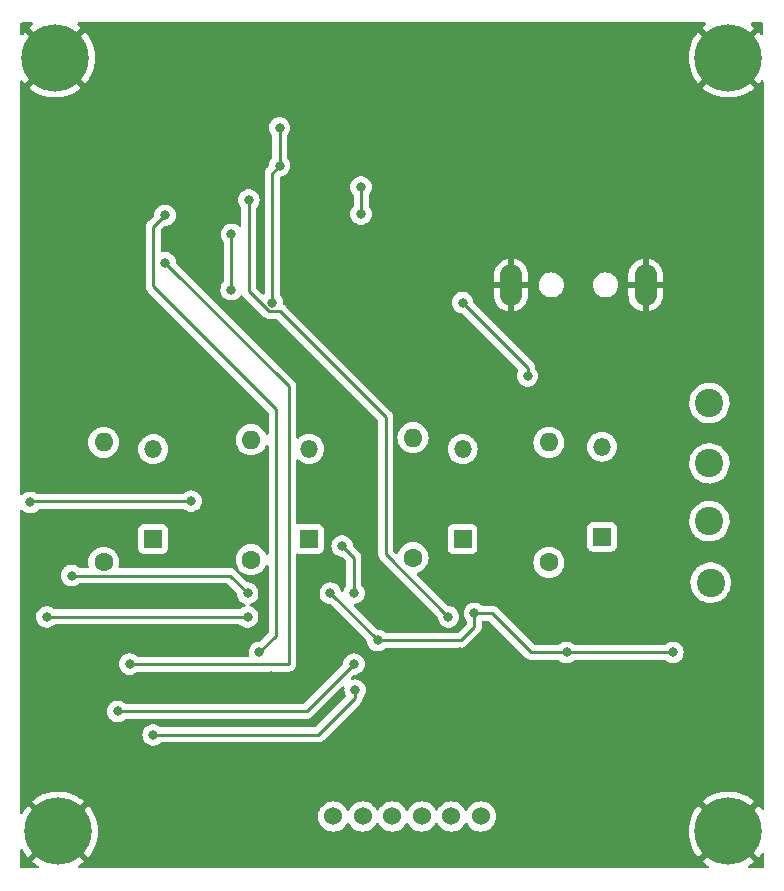
<source format=gbl>
%TF.GenerationSoftware,KiCad,Pcbnew,(6.0.6)*%
%TF.CreationDate,2022-09-06T17:14:10+09:00*%
%TF.ProjectId,mouse,6d6f7573-652e-46b6-9963-61645f706362,rev?*%
%TF.SameCoordinates,Original*%
%TF.FileFunction,Copper,L2,Bot*%
%TF.FilePolarity,Positive*%
%FSLAX46Y46*%
G04 Gerber Fmt 4.6, Leading zero omitted, Abs format (unit mm)*
G04 Created by KiCad (PCBNEW (6.0.6)) date 2022-09-06 17:14:10*
%MOMM*%
%LPD*%
G01*
G04 APERTURE LIST*
%TA.AperFunction,ComponentPad*%
%ADD10C,1.524000*%
%TD*%
%TA.AperFunction,ComponentPad*%
%ADD11C,2.400000*%
%TD*%
%TA.AperFunction,ComponentPad*%
%ADD12R,1.500000X1.500000*%
%TD*%
%TA.AperFunction,ComponentPad*%
%ADD13O,1.500000X1.500000*%
%TD*%
%TA.AperFunction,ComponentPad*%
%ADD14C,1.600000*%
%TD*%
%TA.AperFunction,ComponentPad*%
%ADD15O,1.600000X1.600000*%
%TD*%
%TA.AperFunction,ComponentPad*%
%ADD16C,5.700000*%
%TD*%
%TA.AperFunction,ComponentPad*%
%ADD17O,1.900000X3.500000*%
%TD*%
%TA.AperFunction,ViaPad*%
%ADD18C,0.800000*%
%TD*%
%TA.AperFunction,Conductor*%
%ADD19C,0.250000*%
%TD*%
G04 APERTURE END LIST*
D10*
%TO.P,J1,1,Pin_1*%
%TO.N,unconnected-(J1-Pad1)*%
X127250000Y-109900000D03*
%TO.P,J1,2,Pin_2*%
%TO.N,unconnected-(J1-Pad2)*%
X129750000Y-109900000D03*
%TO.P,J1,3,Pin_3*%
%TO.N,Net-(J1-Pad3)*%
X132250000Y-109900000D03*
%TO.P,J1,4,Pin_4*%
%TO.N,Net-(U1-Pad3)*%
X134750000Y-109900000D03*
%TO.P,J1,5,Pin_5*%
%TO.N,Net-(U1-Pad5)*%
X137250000Y-109900000D03*
%TO.P,J1,6,Pin_6*%
%TO.N,Net-(U1-Pad9)*%
X139750000Y-109900000D03*
%TD*%
D11*
%TO.P,CP1,1,Pin_1*%
%TO.N,Net-(CP1-Pad1)*%
X159200000Y-90100000D03*
%TD*%
D12*
%TO.P,D4,1,K*%
%TO.N,VCC*%
X150000000Y-86215000D03*
D13*
%TO.P,D4,2,A*%
%TO.N,Net-(C4-Pad1)*%
X150000000Y-78595000D03*
%TD*%
D14*
%TO.P,R3,1*%
%TO.N,VCC*%
X134000000Y-87980000D03*
D15*
%TO.P,R3,2*%
%TO.N,Net-(C3-Pad1)*%
X134000000Y-77820000D03*
%TD*%
D11*
%TO.P,Cp3,1,Pin_1*%
%TO.N,Net-(Cp3-Pad1)*%
X159100000Y-80000000D03*
%TD*%
D14*
%TO.P,R1,1*%
%TO.N,VCC*%
X107800000Y-88380000D03*
D15*
%TO.P,R1,2*%
%TO.N,Net-(C1-Pad1)*%
X107800000Y-78220000D03*
%TD*%
D16*
%TO.P,REF1,1*%
%TO.N,GND*%
X103955242Y-111165242D03*
%TD*%
D14*
%TO.P,R2,1*%
%TO.N,VCC*%
X120300000Y-88165000D03*
D15*
%TO.P,R2,2*%
%TO.N,Net-(C2-Pad1)*%
X120300000Y-78005000D03*
%TD*%
D12*
%TO.P,D3,1,K*%
%TO.N,VCC*%
X138200000Y-86415000D03*
D13*
%TO.P,D3,2,A*%
%TO.N,Net-(C3-Pad1)*%
X138200000Y-78795000D03*
%TD*%
D14*
%TO.P,R4,1*%
%TO.N,VCC*%
X145500000Y-88380000D03*
D15*
%TO.P,R4,2*%
%TO.N,Net-(C4-Pad1)*%
X145500000Y-78220000D03*
%TD*%
D11*
%TO.P,CP2,1,Pin_1*%
%TO.N,Net-(CP2-Pad1)*%
X159100000Y-84900000D03*
%TD*%
D16*
%TO.P,REF2,1*%
%TO.N,GND*%
X103705242Y-45665242D03*
%TD*%
%TO.P,REF3,1*%
%TO.N,GND*%
X160705242Y-111165242D03*
%TD*%
D11*
%TO.P,CP4,1,Pin_1*%
%TO.N,Net-(CP4-Pad1)*%
X159100000Y-74900000D03*
%TD*%
D17*
%TO.P,USB-A1,5,Shield*%
%TO.N,GND*%
X153700000Y-64900000D03*
X142300000Y-64900000D03*
%TD*%
D12*
%TO.P,D2,1,K*%
%TO.N,VCC*%
X125200000Y-86400000D03*
D13*
%TO.P,D2,2,A*%
%TO.N,Net-(C2-Pad1)*%
X125200000Y-78780000D03*
%TD*%
D16*
%TO.P,REF4,1*%
%TO.N,GND*%
X160705242Y-45665242D03*
%TD*%
D12*
%TO.P,D1,1,K*%
%TO.N,VCC*%
X112000000Y-86415000D03*
D13*
%TO.P,D1,2,A*%
%TO.N,Net-(C1-Pad1)*%
X112000000Y-78795000D03*
%TD*%
D18*
%TO.N,VCC*%
X138200000Y-66400000D03*
X127000000Y-91000000D03*
X156000000Y-96000000D03*
X131000000Y-95000000D03*
X143700000Y-72600000D03*
X101600000Y-83300000D03*
X147000000Y-96000000D03*
X115200000Y-83200000D03*
X139200000Y-92700000D03*
%TO.N,Net-(C2-Pad1)*%
X128000000Y-87000000D03*
X129000000Y-91000000D03*
%TO.N,GND*%
X124600000Y-72600000D03*
X138000000Y-96000000D03*
X122000000Y-98000000D03*
X149000000Y-93000000D03*
X131500000Y-57400000D03*
X152000000Y-77100000D03*
X131000000Y-93000000D03*
X106400000Y-64800000D03*
X138600000Y-72400000D03*
X111200000Y-72600000D03*
X128100000Y-60300000D03*
X119300000Y-55600000D03*
%TO.N,Net-(U1-Pad4)*%
X129100000Y-99200000D03*
X112000000Y-103000000D03*
%TO.N,Net-(U1-Pad6)*%
X129000000Y-97000000D03*
X109000000Y-101000000D03*
%TO.N,Net-(U1-Pad5)*%
X110000000Y-97000000D03*
X113000000Y-63000000D03*
%TO.N,Net-(U1-Pad9)*%
X113000000Y-59000000D03*
X121000000Y-96000000D03*
%TO.N,Net-(U1-Pad2)*%
X120000000Y-91000000D03*
X105100000Y-89500000D03*
%TO.N,Net-(U2-Pad5)*%
X103000000Y-93000000D03*
X120000000Y-93000000D03*
%TO.N,Net-(U3-Pad5)*%
X120100000Y-57700000D03*
X137000000Y-93000000D03*
%TO.N,Net-(U3-Pad13)*%
X118623575Y-60623577D03*
X118600000Y-65300000D03*
%TO.N,Net-(CP2-Pad1)*%
X122700000Y-51600000D03*
X122100000Y-66400000D03*
X122700000Y-54800000D03*
%TO.N,Net-(Cp3-Pad1)*%
X129600000Y-56600000D03*
X129600000Y-58900000D03*
%TD*%
D19*
%TO.N,VCC*%
X139200000Y-92700000D02*
X140700000Y-92700000D01*
X139200000Y-92700000D02*
X139200000Y-93825305D01*
X139200000Y-93825305D02*
X138025305Y-95000000D01*
X156000000Y-96000000D02*
X147000000Y-96000000D01*
X101600000Y-83300000D02*
X101700000Y-83200000D01*
X143700000Y-72600000D02*
X143700000Y-71900000D01*
X101700000Y-83200000D02*
X115200000Y-83200000D01*
X127000000Y-91000000D02*
X131000000Y-95000000D01*
X143700000Y-71900000D02*
X138200000Y-66400000D01*
X138025305Y-95000000D02*
X131000000Y-95000000D01*
X140700000Y-92700000D02*
X144000000Y-96000000D01*
X144000000Y-96000000D02*
X147000000Y-96000000D01*
%TO.N,Net-(C2-Pad1)*%
X129000000Y-91000000D02*
X129000000Y-88000000D01*
X129000000Y-88000000D02*
X128000000Y-87000000D01*
%TO.N,Net-(U1-Pad4)*%
X125950000Y-103000000D02*
X112000000Y-103000000D01*
X129100000Y-99200000D02*
X129100000Y-99850000D01*
X129100000Y-99850000D02*
X125950000Y-103000000D01*
%TO.N,Net-(U1-Pad6)*%
X125000000Y-101000000D02*
X129000000Y-97000000D01*
X109000000Y-101000000D02*
X125000000Y-101000000D01*
%TO.N,Net-(U1-Pad5)*%
X123480000Y-73480000D02*
X123480000Y-97000000D01*
X113000000Y-63000000D02*
X123480000Y-73480000D01*
X123480000Y-97000000D02*
X110000000Y-97000000D01*
%TO.N,Net-(U1-Pad9)*%
X112000000Y-65000000D02*
X112000000Y-60000000D01*
X122400000Y-75400000D02*
X112000000Y-65000000D01*
X121000000Y-96000000D02*
X122400000Y-94600000D01*
X112000000Y-60000000D02*
X113000000Y-59000000D01*
X122400000Y-94600000D02*
X122400000Y-75400000D01*
%TO.N,Net-(U1-Pad2)*%
X105105000Y-89505000D02*
X108684009Y-89505000D01*
X108689009Y-89500000D02*
X118500000Y-89500000D01*
X105100000Y-89500000D02*
X105105000Y-89505000D01*
X118500000Y-89500000D02*
X120000000Y-91000000D01*
X108684009Y-89505000D02*
X108689009Y-89500000D01*
%TO.N,Net-(U2-Pad5)*%
X120000000Y-93000000D02*
X103000000Y-93000000D01*
%TO.N,Net-(U3-Pad5)*%
X120100000Y-57700000D02*
X120100000Y-65425305D01*
X131700000Y-87700000D02*
X137000000Y-93000000D01*
X122725000Y-67125000D02*
X131700000Y-76100000D01*
X120100000Y-65425305D02*
X121799695Y-67125000D01*
X131700000Y-76100000D02*
X131700000Y-87700000D01*
X121799695Y-67125000D02*
X122725000Y-67125000D01*
%TO.N,Net-(U3-Pad13)*%
X118600000Y-60647152D02*
X118600000Y-65200000D01*
X118623575Y-60623577D02*
X118600000Y-60647152D01*
%TO.N,Net-(CP2-Pad1)*%
X122100000Y-66400000D02*
X122100000Y-55400000D01*
X122100000Y-55400000D02*
X122700000Y-54800000D01*
X122700000Y-51600000D02*
X122700000Y-54800000D01*
%TO.N,Net-(Cp3-Pad1)*%
X129600000Y-58900000D02*
X129600000Y-56600000D01*
%TD*%
%TA.AperFunction,Conductor*%
%TO.N,GND*%
G36*
X101786430Y-42693744D02*
G01*
X101832923Y-42747400D01*
X101843027Y-42817674D01*
X101813533Y-42882254D01*
X101794313Y-42900237D01*
X101537336Y-43094588D01*
X101532133Y-43098984D01*
X101527843Y-43103027D01*
X101519822Y-43116734D01*
X101519857Y-43117575D01*
X101524909Y-43125699D01*
X103692430Y-45293220D01*
X103706374Y-45300834D01*
X103708207Y-45300703D01*
X103714822Y-45296452D01*
X105883408Y-43127866D01*
X105891022Y-43113922D01*
X105890954Y-43112965D01*
X105886013Y-43105493D01*
X105882121Y-43102181D01*
X105616684Y-42899972D01*
X105574617Y-42842780D01*
X105570148Y-42771924D01*
X105604696Y-42709900D01*
X105667292Y-42676401D01*
X105693039Y-42673742D01*
X158718309Y-42673742D01*
X158786430Y-42693744D01*
X158832923Y-42747400D01*
X158843027Y-42817674D01*
X158813533Y-42882254D01*
X158794313Y-42900237D01*
X158537336Y-43094588D01*
X158532133Y-43098984D01*
X158527843Y-43103027D01*
X158519822Y-43116734D01*
X158519857Y-43117575D01*
X158524909Y-43125699D01*
X160692430Y-45293220D01*
X160706374Y-45300834D01*
X160708207Y-45300703D01*
X160714822Y-45296452D01*
X162883408Y-43127866D01*
X162891022Y-43113922D01*
X162890954Y-43112965D01*
X162886013Y-43105493D01*
X162882121Y-43102181D01*
X162616684Y-42899972D01*
X162574617Y-42842780D01*
X162570148Y-42771924D01*
X162604696Y-42709900D01*
X162667292Y-42676401D01*
X162693039Y-42673742D01*
X163545785Y-42673742D01*
X163613906Y-42693744D01*
X163660399Y-42747400D01*
X163671785Y-42799654D01*
X163672366Y-43629412D01*
X163672378Y-43647137D01*
X163652424Y-43715272D01*
X163598800Y-43761802D01*
X163528534Y-43771955D01*
X163463932Y-43742507D01*
X163442042Y-43717865D01*
X163385830Y-43634840D01*
X163381709Y-43629412D01*
X163264283Y-43490946D01*
X163251457Y-43482509D01*
X163241132Y-43488562D01*
X161077264Y-45652430D01*
X161069650Y-45666374D01*
X161069781Y-45668207D01*
X161074032Y-45674822D01*
X163239705Y-47840495D01*
X163253302Y-47847920D01*
X163262911Y-47841223D01*
X163367439Y-47719699D01*
X163371588Y-47714311D01*
X163445357Y-47606976D01*
X163500425Y-47562165D01*
X163570978Y-47554240D01*
X163634616Y-47585717D01*
X163671133Y-47646601D01*
X163675197Y-47678255D01*
X163706343Y-92208882D01*
X163718076Y-108982587D01*
X163718238Y-109214872D01*
X163698284Y-109283007D01*
X163644660Y-109329537D01*
X163574394Y-109339690D01*
X163509792Y-109310242D01*
X163487902Y-109285600D01*
X163385830Y-109134840D01*
X163381709Y-109129412D01*
X163264283Y-108990946D01*
X163251457Y-108982509D01*
X163241132Y-108988562D01*
X161077264Y-111152430D01*
X161069650Y-111166374D01*
X161069781Y-111168207D01*
X161074032Y-111174822D01*
X163239705Y-113340495D01*
X163253302Y-113347920D01*
X163262911Y-113341223D01*
X163367439Y-113219699D01*
X163371588Y-113214311D01*
X163491123Y-113040386D01*
X163546191Y-112995575D01*
X163616744Y-112987650D01*
X163680382Y-113019127D01*
X163716899Y-113080012D01*
X163720963Y-113111665D01*
X163721391Y-113722890D01*
X163721687Y-114145212D01*
X163721699Y-114163056D01*
X163701745Y-114231191D01*
X163648122Y-114277721D01*
X163595699Y-114289144D01*
X162480327Y-114289144D01*
X162412206Y-114269142D01*
X162365713Y-114215486D01*
X162355609Y-114145212D01*
X162385103Y-114080632D01*
X162415999Y-114054803D01*
X162573081Y-113961535D01*
X162578762Y-113957732D01*
X162864160Y-113743449D01*
X162869387Y-113739063D01*
X162882230Y-113727045D01*
X162890299Y-113713365D01*
X162890271Y-113712640D01*
X162885129Y-113704339D01*
X160718054Y-111537264D01*
X160704110Y-111529650D01*
X160702277Y-111529781D01*
X160695662Y-111534032D01*
X158526651Y-113703043D01*
X158519037Y-113716987D01*
X158519113Y-113718057D01*
X158522297Y-113722890D01*
X158802584Y-113937962D01*
X158808214Y-113941817D01*
X158995160Y-114055482D01*
X159042975Y-114107963D01*
X159054826Y-114177964D01*
X159026951Y-114243259D01*
X158968200Y-114283118D01*
X158929701Y-114289144D01*
X105730327Y-114289144D01*
X105662206Y-114269142D01*
X105615713Y-114215486D01*
X105605609Y-114145212D01*
X105635103Y-114080632D01*
X105665999Y-114054803D01*
X105823081Y-113961535D01*
X105828762Y-113957732D01*
X106114160Y-113743449D01*
X106119387Y-113739063D01*
X106132230Y-113727045D01*
X106140299Y-113713365D01*
X106140271Y-113712640D01*
X106135129Y-113704339D01*
X103968054Y-111537264D01*
X103954110Y-111529650D01*
X103952277Y-111529781D01*
X103945662Y-111534032D01*
X101776651Y-113703043D01*
X101769037Y-113716987D01*
X101769113Y-113718057D01*
X101772297Y-113722890D01*
X102052584Y-113937962D01*
X102058214Y-113941817D01*
X102245160Y-114055482D01*
X102292975Y-114107963D01*
X102304826Y-114177964D01*
X102276951Y-114243259D01*
X102218200Y-114283118D01*
X102179701Y-114289144D01*
X100864536Y-114289144D01*
X100796415Y-114269142D01*
X100749922Y-114215486D01*
X100738536Y-114163144D01*
X100738536Y-112773358D01*
X100758538Y-112705237D01*
X100812194Y-112658744D01*
X100882468Y-112648640D01*
X100947048Y-112678134D01*
X100976096Y-112714788D01*
X101065034Y-112884191D01*
X101068517Y-112890033D01*
X101267582Y-113186273D01*
X101271684Y-113191717D01*
X101396184Y-113339564D01*
X101408922Y-113348006D01*
X101419366Y-113341908D01*
X103583220Y-111178054D01*
X103589598Y-111166374D01*
X104319650Y-111166374D01*
X104319781Y-111168207D01*
X104324032Y-111174822D01*
X106489705Y-113340495D01*
X106503302Y-113347920D01*
X106512911Y-113341223D01*
X106617439Y-113219699D01*
X106621588Y-113214311D01*
X106823745Y-112920171D01*
X106827292Y-112914360D01*
X106996492Y-112600121D01*
X106999399Y-112593943D01*
X107133677Y-112263258D01*
X107135891Y-112256828D01*
X107233669Y-111913573D01*
X107235176Y-111906943D01*
X107295315Y-111555115D01*
X107296095Y-111548375D01*
X107317982Y-111190517D01*
X107318098Y-111186915D01*
X107318168Y-111167062D01*
X107318076Y-111163435D01*
X107298688Y-110805450D01*
X107297953Y-110798684D01*
X107240276Y-110446475D01*
X107238809Y-110439803D01*
X107143436Y-110095897D01*
X107141262Y-110089434D01*
X107065877Y-109900000D01*
X125974647Y-109900000D01*
X125994022Y-110121463D01*
X126051560Y-110336196D01*
X126053882Y-110341177D01*
X126053883Y-110341178D01*
X126143186Y-110532689D01*
X126143189Y-110532694D01*
X126145512Y-110537676D01*
X126273023Y-110719781D01*
X126430219Y-110876977D01*
X126434727Y-110880134D01*
X126434730Y-110880136D01*
X126510495Y-110933187D01*
X126612323Y-111004488D01*
X126617305Y-111006811D01*
X126617310Y-111006814D01*
X126808822Y-111096117D01*
X126813804Y-111098440D01*
X126819112Y-111099862D01*
X126819114Y-111099863D01*
X126884949Y-111117503D01*
X127028537Y-111155978D01*
X127250000Y-111175353D01*
X127471463Y-111155978D01*
X127615051Y-111117503D01*
X127680886Y-111099863D01*
X127680888Y-111099862D01*
X127686196Y-111098440D01*
X127691178Y-111096117D01*
X127882690Y-111006814D01*
X127882695Y-111006811D01*
X127887677Y-111004488D01*
X127989505Y-110933187D01*
X128065270Y-110880136D01*
X128065273Y-110880134D01*
X128069781Y-110876977D01*
X128226977Y-110719781D01*
X128354488Y-110537676D01*
X128356811Y-110532694D01*
X128356814Y-110532689D01*
X128385805Y-110470517D01*
X128432723Y-110417232D01*
X128501000Y-110397771D01*
X128568960Y-110418313D01*
X128614195Y-110470517D01*
X128643186Y-110532689D01*
X128643189Y-110532694D01*
X128645512Y-110537676D01*
X128773023Y-110719781D01*
X128930219Y-110876977D01*
X128934727Y-110880134D01*
X128934730Y-110880136D01*
X129010495Y-110933187D01*
X129112323Y-111004488D01*
X129117305Y-111006811D01*
X129117310Y-111006814D01*
X129308822Y-111096117D01*
X129313804Y-111098440D01*
X129319112Y-111099862D01*
X129319114Y-111099863D01*
X129384949Y-111117503D01*
X129528537Y-111155978D01*
X129750000Y-111175353D01*
X129971463Y-111155978D01*
X130115051Y-111117503D01*
X130180886Y-111099863D01*
X130180888Y-111099862D01*
X130186196Y-111098440D01*
X130191178Y-111096117D01*
X130382690Y-111006814D01*
X130382695Y-111006811D01*
X130387677Y-111004488D01*
X130489505Y-110933187D01*
X130565270Y-110880136D01*
X130565273Y-110880134D01*
X130569781Y-110876977D01*
X130726977Y-110719781D01*
X130854488Y-110537676D01*
X130856811Y-110532694D01*
X130856814Y-110532689D01*
X130885805Y-110470517D01*
X130932723Y-110417232D01*
X131001000Y-110397771D01*
X131068960Y-110418313D01*
X131114195Y-110470517D01*
X131143186Y-110532689D01*
X131143189Y-110532694D01*
X131145512Y-110537676D01*
X131273023Y-110719781D01*
X131430219Y-110876977D01*
X131434727Y-110880134D01*
X131434730Y-110880136D01*
X131510495Y-110933187D01*
X131612323Y-111004488D01*
X131617305Y-111006811D01*
X131617310Y-111006814D01*
X131808822Y-111096117D01*
X131813804Y-111098440D01*
X131819112Y-111099862D01*
X131819114Y-111099863D01*
X131884949Y-111117503D01*
X132028537Y-111155978D01*
X132250000Y-111175353D01*
X132471463Y-111155978D01*
X132615051Y-111117503D01*
X132680886Y-111099863D01*
X132680888Y-111099862D01*
X132686196Y-111098440D01*
X132691178Y-111096117D01*
X132882690Y-111006814D01*
X132882695Y-111006811D01*
X132887677Y-111004488D01*
X132989505Y-110933187D01*
X133065270Y-110880136D01*
X133065273Y-110880134D01*
X133069781Y-110876977D01*
X133226977Y-110719781D01*
X133354488Y-110537676D01*
X133356811Y-110532694D01*
X133356814Y-110532689D01*
X133385805Y-110470517D01*
X133432723Y-110417232D01*
X133501000Y-110397771D01*
X133568960Y-110418313D01*
X133614195Y-110470517D01*
X133643186Y-110532689D01*
X133643189Y-110532694D01*
X133645512Y-110537676D01*
X133773023Y-110719781D01*
X133930219Y-110876977D01*
X133934727Y-110880134D01*
X133934730Y-110880136D01*
X134010495Y-110933187D01*
X134112323Y-111004488D01*
X134117305Y-111006811D01*
X134117310Y-111006814D01*
X134308822Y-111096117D01*
X134313804Y-111098440D01*
X134319112Y-111099862D01*
X134319114Y-111099863D01*
X134384949Y-111117503D01*
X134528537Y-111155978D01*
X134750000Y-111175353D01*
X134971463Y-111155978D01*
X135115051Y-111117503D01*
X135180886Y-111099863D01*
X135180888Y-111099862D01*
X135186196Y-111098440D01*
X135191178Y-111096117D01*
X135382690Y-111006814D01*
X135382695Y-111006811D01*
X135387677Y-111004488D01*
X135489505Y-110933187D01*
X135565270Y-110880136D01*
X135565273Y-110880134D01*
X135569781Y-110876977D01*
X135726977Y-110719781D01*
X135854488Y-110537676D01*
X135856811Y-110532694D01*
X135856814Y-110532689D01*
X135885805Y-110470517D01*
X135932723Y-110417232D01*
X136001000Y-110397771D01*
X136068960Y-110418313D01*
X136114195Y-110470517D01*
X136143186Y-110532689D01*
X136143189Y-110532694D01*
X136145512Y-110537676D01*
X136273023Y-110719781D01*
X136430219Y-110876977D01*
X136434727Y-110880134D01*
X136434730Y-110880136D01*
X136510495Y-110933187D01*
X136612323Y-111004488D01*
X136617305Y-111006811D01*
X136617310Y-111006814D01*
X136808822Y-111096117D01*
X136813804Y-111098440D01*
X136819112Y-111099862D01*
X136819114Y-111099863D01*
X136884949Y-111117503D01*
X137028537Y-111155978D01*
X137250000Y-111175353D01*
X137471463Y-111155978D01*
X137615051Y-111117503D01*
X137680886Y-111099863D01*
X137680888Y-111099862D01*
X137686196Y-111098440D01*
X137691178Y-111096117D01*
X137882690Y-111006814D01*
X137882695Y-111006811D01*
X137887677Y-111004488D01*
X137989505Y-110933187D01*
X138065270Y-110880136D01*
X138065273Y-110880134D01*
X138069781Y-110876977D01*
X138226977Y-110719781D01*
X138354488Y-110537676D01*
X138356811Y-110532694D01*
X138356814Y-110532689D01*
X138385805Y-110470517D01*
X138432723Y-110417232D01*
X138501000Y-110397771D01*
X138568960Y-110418313D01*
X138614195Y-110470517D01*
X138643186Y-110532689D01*
X138643189Y-110532694D01*
X138645512Y-110537676D01*
X138773023Y-110719781D01*
X138930219Y-110876977D01*
X138934727Y-110880134D01*
X138934730Y-110880136D01*
X139010495Y-110933187D01*
X139112323Y-111004488D01*
X139117305Y-111006811D01*
X139117310Y-111006814D01*
X139308822Y-111096117D01*
X139313804Y-111098440D01*
X139319112Y-111099862D01*
X139319114Y-111099863D01*
X139384949Y-111117503D01*
X139528537Y-111155978D01*
X139750000Y-111175353D01*
X139960936Y-111156899D01*
X157342502Y-111156899D01*
X157360560Y-111513369D01*
X157361270Y-111520125D01*
X157417720Y-111872547D01*
X157419159Y-111879202D01*
X157513336Y-112223457D01*
X157515485Y-112229918D01*
X157646295Y-112561998D01*
X157649126Y-112568181D01*
X157815034Y-112884191D01*
X157818517Y-112890033D01*
X158017582Y-113186273D01*
X158021684Y-113191717D01*
X158146184Y-113339564D01*
X158158922Y-113348006D01*
X158169366Y-113341908D01*
X160333220Y-111178054D01*
X160340834Y-111164110D01*
X160340703Y-111162277D01*
X160336452Y-111155662D01*
X158170769Y-108989979D01*
X158157232Y-108982587D01*
X158147531Y-108989374D01*
X158035891Y-109120089D01*
X158031757Y-109125497D01*
X157830636Y-109420328D01*
X157827101Y-109426165D01*
X157658996Y-109740999D01*
X157656120Y-109747168D01*
X157522996Y-110078323D01*
X157520803Y-110084763D01*
X157424221Y-110428363D01*
X157422738Y-110434998D01*
X157363831Y-110787015D01*
X157363072Y-110793787D01*
X157342526Y-111150104D01*
X157342502Y-111156899D01*
X139960936Y-111156899D01*
X139971463Y-111155978D01*
X140115051Y-111117503D01*
X140180886Y-111099863D01*
X140180888Y-111099862D01*
X140186196Y-111098440D01*
X140191178Y-111096117D01*
X140382690Y-111006814D01*
X140382695Y-111006811D01*
X140387677Y-111004488D01*
X140489505Y-110933187D01*
X140565270Y-110880136D01*
X140565273Y-110880134D01*
X140569781Y-110876977D01*
X140726977Y-110719781D01*
X140854488Y-110537676D01*
X140856811Y-110532694D01*
X140856814Y-110532689D01*
X140946117Y-110341178D01*
X140946118Y-110341177D01*
X140948440Y-110336196D01*
X141005978Y-110121463D01*
X141025353Y-109900000D01*
X141005978Y-109678537D01*
X140948440Y-109463804D01*
X140910148Y-109381687D01*
X140856814Y-109267311D01*
X140856811Y-109267306D01*
X140854488Y-109262324D01*
X140765223Y-109134840D01*
X140730136Y-109084730D01*
X140730134Y-109084727D01*
X140726977Y-109080219D01*
X140569781Y-108923023D01*
X140565273Y-108919866D01*
X140565270Y-108919864D01*
X140489505Y-108866813D01*
X140387677Y-108795512D01*
X140382695Y-108793189D01*
X140382690Y-108793186D01*
X140191178Y-108703883D01*
X140191177Y-108703882D01*
X140186196Y-108701560D01*
X140180888Y-108700138D01*
X140180886Y-108700137D01*
X140115051Y-108682497D01*
X139971463Y-108644022D01*
X139750000Y-108624647D01*
X139528537Y-108644022D01*
X139384949Y-108682497D01*
X139319114Y-108700137D01*
X139319112Y-108700138D01*
X139313804Y-108701560D01*
X139308823Y-108703882D01*
X139308822Y-108703883D01*
X139117311Y-108793186D01*
X139117306Y-108793189D01*
X139112324Y-108795512D01*
X139107817Y-108798668D01*
X139107815Y-108798669D01*
X138934730Y-108919864D01*
X138934727Y-108919866D01*
X138930219Y-108923023D01*
X138773023Y-109080219D01*
X138769866Y-109084727D01*
X138769864Y-109084730D01*
X138734777Y-109134840D01*
X138645512Y-109262324D01*
X138643189Y-109267306D01*
X138643186Y-109267311D01*
X138614195Y-109329483D01*
X138567277Y-109382768D01*
X138499000Y-109402229D01*
X138431040Y-109381687D01*
X138385805Y-109329483D01*
X138356814Y-109267311D01*
X138356811Y-109267306D01*
X138354488Y-109262324D01*
X138265223Y-109134840D01*
X138230136Y-109084730D01*
X138230134Y-109084727D01*
X138226977Y-109080219D01*
X138069781Y-108923023D01*
X138065273Y-108919866D01*
X138065270Y-108919864D01*
X137989505Y-108866813D01*
X137887677Y-108795512D01*
X137882695Y-108793189D01*
X137882690Y-108793186D01*
X137691178Y-108703883D01*
X137691177Y-108703882D01*
X137686196Y-108701560D01*
X137680888Y-108700138D01*
X137680886Y-108700137D01*
X137615051Y-108682497D01*
X137471463Y-108644022D01*
X137250000Y-108624647D01*
X137028537Y-108644022D01*
X136884949Y-108682497D01*
X136819114Y-108700137D01*
X136819112Y-108700138D01*
X136813804Y-108701560D01*
X136808823Y-108703882D01*
X136808822Y-108703883D01*
X136617311Y-108793186D01*
X136617306Y-108793189D01*
X136612324Y-108795512D01*
X136607817Y-108798668D01*
X136607815Y-108798669D01*
X136434730Y-108919864D01*
X136434727Y-108919866D01*
X136430219Y-108923023D01*
X136273023Y-109080219D01*
X136269866Y-109084727D01*
X136269864Y-109084730D01*
X136234777Y-109134840D01*
X136145512Y-109262324D01*
X136143189Y-109267306D01*
X136143186Y-109267311D01*
X136114195Y-109329483D01*
X136067277Y-109382768D01*
X135999000Y-109402229D01*
X135931040Y-109381687D01*
X135885805Y-109329483D01*
X135856814Y-109267311D01*
X135856811Y-109267306D01*
X135854488Y-109262324D01*
X135765223Y-109134840D01*
X135730136Y-109084730D01*
X135730134Y-109084727D01*
X135726977Y-109080219D01*
X135569781Y-108923023D01*
X135565273Y-108919866D01*
X135565270Y-108919864D01*
X135489505Y-108866813D01*
X135387677Y-108795512D01*
X135382695Y-108793189D01*
X135382690Y-108793186D01*
X135191178Y-108703883D01*
X135191177Y-108703882D01*
X135186196Y-108701560D01*
X135180888Y-108700138D01*
X135180886Y-108700137D01*
X135115051Y-108682497D01*
X134971463Y-108644022D01*
X134750000Y-108624647D01*
X134528537Y-108644022D01*
X134384949Y-108682497D01*
X134319114Y-108700137D01*
X134319112Y-108700138D01*
X134313804Y-108701560D01*
X134308823Y-108703882D01*
X134308822Y-108703883D01*
X134117311Y-108793186D01*
X134117306Y-108793189D01*
X134112324Y-108795512D01*
X134107817Y-108798668D01*
X134107815Y-108798669D01*
X133934730Y-108919864D01*
X133934727Y-108919866D01*
X133930219Y-108923023D01*
X133773023Y-109080219D01*
X133769866Y-109084727D01*
X133769864Y-109084730D01*
X133734777Y-109134840D01*
X133645512Y-109262324D01*
X133643189Y-109267306D01*
X133643186Y-109267311D01*
X133614195Y-109329483D01*
X133567277Y-109382768D01*
X133499000Y-109402229D01*
X133431040Y-109381687D01*
X133385805Y-109329483D01*
X133356814Y-109267311D01*
X133356811Y-109267306D01*
X133354488Y-109262324D01*
X133265223Y-109134840D01*
X133230136Y-109084730D01*
X133230134Y-109084727D01*
X133226977Y-109080219D01*
X133069781Y-108923023D01*
X133065273Y-108919866D01*
X133065270Y-108919864D01*
X132989505Y-108866813D01*
X132887677Y-108795512D01*
X132882695Y-108793189D01*
X132882690Y-108793186D01*
X132691178Y-108703883D01*
X132691177Y-108703882D01*
X132686196Y-108701560D01*
X132680888Y-108700138D01*
X132680886Y-108700137D01*
X132615051Y-108682497D01*
X132471463Y-108644022D01*
X132250000Y-108624647D01*
X132028537Y-108644022D01*
X131884949Y-108682497D01*
X131819114Y-108700137D01*
X131819112Y-108700138D01*
X131813804Y-108701560D01*
X131808823Y-108703882D01*
X131808822Y-108703883D01*
X131617311Y-108793186D01*
X131617306Y-108793189D01*
X131612324Y-108795512D01*
X131607817Y-108798668D01*
X131607815Y-108798669D01*
X131434730Y-108919864D01*
X131434727Y-108919866D01*
X131430219Y-108923023D01*
X131273023Y-109080219D01*
X131269866Y-109084727D01*
X131269864Y-109084730D01*
X131234777Y-109134840D01*
X131145512Y-109262324D01*
X131143189Y-109267306D01*
X131143186Y-109267311D01*
X131114195Y-109329483D01*
X131067277Y-109382768D01*
X130999000Y-109402229D01*
X130931040Y-109381687D01*
X130885805Y-109329483D01*
X130856814Y-109267311D01*
X130856811Y-109267306D01*
X130854488Y-109262324D01*
X130765223Y-109134840D01*
X130730136Y-109084730D01*
X130730134Y-109084727D01*
X130726977Y-109080219D01*
X130569781Y-108923023D01*
X130565273Y-108919866D01*
X130565270Y-108919864D01*
X130489505Y-108866813D01*
X130387677Y-108795512D01*
X130382695Y-108793189D01*
X130382690Y-108793186D01*
X130191178Y-108703883D01*
X130191177Y-108703882D01*
X130186196Y-108701560D01*
X130180888Y-108700138D01*
X130180886Y-108700137D01*
X130115051Y-108682497D01*
X129971463Y-108644022D01*
X129750000Y-108624647D01*
X129528537Y-108644022D01*
X129384949Y-108682497D01*
X129319114Y-108700137D01*
X129319112Y-108700138D01*
X129313804Y-108701560D01*
X129308823Y-108703882D01*
X129308822Y-108703883D01*
X129117311Y-108793186D01*
X129117306Y-108793189D01*
X129112324Y-108795512D01*
X129107817Y-108798668D01*
X129107815Y-108798669D01*
X128934730Y-108919864D01*
X128934727Y-108919866D01*
X128930219Y-108923023D01*
X128773023Y-109080219D01*
X128769866Y-109084727D01*
X128769864Y-109084730D01*
X128734777Y-109134840D01*
X128645512Y-109262324D01*
X128643189Y-109267306D01*
X128643186Y-109267311D01*
X128614195Y-109329483D01*
X128567277Y-109382768D01*
X128499000Y-109402229D01*
X128431040Y-109381687D01*
X128385805Y-109329483D01*
X128356814Y-109267311D01*
X128356811Y-109267306D01*
X128354488Y-109262324D01*
X128265223Y-109134840D01*
X128230136Y-109084730D01*
X128230134Y-109084727D01*
X128226977Y-109080219D01*
X128069781Y-108923023D01*
X128065273Y-108919866D01*
X128065270Y-108919864D01*
X127989505Y-108866813D01*
X127887677Y-108795512D01*
X127882695Y-108793189D01*
X127882690Y-108793186D01*
X127691178Y-108703883D01*
X127691177Y-108703882D01*
X127686196Y-108701560D01*
X127680888Y-108700138D01*
X127680886Y-108700137D01*
X127615051Y-108682497D01*
X127471463Y-108644022D01*
X127250000Y-108624647D01*
X127028537Y-108644022D01*
X126884949Y-108682497D01*
X126819114Y-108700137D01*
X126819112Y-108700138D01*
X126813804Y-108701560D01*
X126808823Y-108703882D01*
X126808822Y-108703883D01*
X126617311Y-108793186D01*
X126617306Y-108793189D01*
X126612324Y-108795512D01*
X126607817Y-108798668D01*
X126607815Y-108798669D01*
X126434730Y-108919864D01*
X126434727Y-108919866D01*
X126430219Y-108923023D01*
X126273023Y-109080219D01*
X126269866Y-109084727D01*
X126269864Y-109084730D01*
X126234777Y-109134840D01*
X126145512Y-109262324D01*
X126143189Y-109267306D01*
X126143186Y-109267311D01*
X126089852Y-109381687D01*
X126051560Y-109463804D01*
X125994022Y-109678537D01*
X125974647Y-109900000D01*
X107065877Y-109900000D01*
X107009295Y-109757817D01*
X107006439Y-109751637D01*
X106839436Y-109436223D01*
X106835924Y-109430379D01*
X106635830Y-109134840D01*
X106631709Y-109129412D01*
X106514283Y-108990946D01*
X106501457Y-108982509D01*
X106491132Y-108988562D01*
X104327264Y-111152430D01*
X104319650Y-111166374D01*
X103589598Y-111166374D01*
X103590834Y-111164110D01*
X103590703Y-111162277D01*
X103586452Y-111155662D01*
X101420769Y-108989979D01*
X101407232Y-108982587D01*
X101397531Y-108989374D01*
X101285891Y-109120089D01*
X101281757Y-109125497D01*
X101080636Y-109420328D01*
X101077101Y-109426165D01*
X100975684Y-109616104D01*
X100925954Y-109666774D01*
X100856725Y-109682515D01*
X100789975Y-109658328D01*
X100746898Y-109601893D01*
X100738536Y-109556757D01*
X100738536Y-108616734D01*
X101769822Y-108616734D01*
X101769857Y-108617575D01*
X101774909Y-108625699D01*
X103942430Y-110793220D01*
X103956374Y-110800834D01*
X103958207Y-110800703D01*
X103964822Y-110796452D01*
X106133408Y-108627866D01*
X106139487Y-108616734D01*
X158519822Y-108616734D01*
X158519857Y-108617575D01*
X158524909Y-108625699D01*
X160692430Y-110793220D01*
X160706374Y-110800834D01*
X160708207Y-110800703D01*
X160714822Y-110796452D01*
X162883408Y-108627866D01*
X162891022Y-108613922D01*
X162890954Y-108612965D01*
X162886013Y-108605493D01*
X162882112Y-108602173D01*
X162598200Y-108385891D01*
X162592574Y-108382067D01*
X162286964Y-108197711D01*
X162280952Y-108194514D01*
X161957208Y-108044237D01*
X161950908Y-108041717D01*
X161612837Y-107927287D01*
X161606259Y-107925451D01*
X161257834Y-107848207D01*
X161251099Y-107847092D01*
X160896348Y-107807927D01*
X160889566Y-107807548D01*
X160532637Y-107806925D01*
X160525864Y-107807280D01*
X160170956Y-107845208D01*
X160164247Y-107846295D01*
X159815531Y-107922328D01*
X159808956Y-107924139D01*
X159470492Y-108037387D01*
X159464170Y-108039890D01*
X159139922Y-108189027D01*
X159133879Y-108192213D01*
X158827646Y-108375490D01*
X158821986Y-108379308D01*
X158537336Y-108594588D01*
X158532133Y-108598984D01*
X158527843Y-108603027D01*
X158519822Y-108616734D01*
X106139487Y-108616734D01*
X106141022Y-108613922D01*
X106140954Y-108612965D01*
X106136013Y-108605493D01*
X106132112Y-108602173D01*
X105848200Y-108385891D01*
X105842574Y-108382067D01*
X105536964Y-108197711D01*
X105530952Y-108194514D01*
X105207208Y-108044237D01*
X105200908Y-108041717D01*
X104862837Y-107927287D01*
X104856259Y-107925451D01*
X104507834Y-107848207D01*
X104501099Y-107847092D01*
X104146348Y-107807927D01*
X104139566Y-107807548D01*
X103782637Y-107806925D01*
X103775864Y-107807280D01*
X103420956Y-107845208D01*
X103414247Y-107846295D01*
X103065531Y-107922328D01*
X103058956Y-107924139D01*
X102720492Y-108037387D01*
X102714170Y-108039890D01*
X102389922Y-108189027D01*
X102383879Y-108192213D01*
X102077646Y-108375490D01*
X102071986Y-108379308D01*
X101787336Y-108594588D01*
X101782133Y-108598984D01*
X101777843Y-108603027D01*
X101769822Y-108616734D01*
X100738536Y-108616734D01*
X100738536Y-101000000D01*
X108086496Y-101000000D01*
X108106458Y-101189928D01*
X108165473Y-101371556D01*
X108260960Y-101536944D01*
X108265378Y-101541851D01*
X108265379Y-101541852D01*
X108347452Y-101633003D01*
X108388747Y-101678866D01*
X108543248Y-101791118D01*
X108549276Y-101793802D01*
X108549278Y-101793803D01*
X108711681Y-101866109D01*
X108717712Y-101868794D01*
X108811112Y-101888647D01*
X108898056Y-101907128D01*
X108898061Y-101907128D01*
X108904513Y-101908500D01*
X109095487Y-101908500D01*
X109101939Y-101907128D01*
X109101944Y-101907128D01*
X109188888Y-101888647D01*
X109282288Y-101868794D01*
X109288319Y-101866109D01*
X109450722Y-101793803D01*
X109450724Y-101793802D01*
X109456752Y-101791118D01*
X109611253Y-101678866D01*
X109615668Y-101673963D01*
X109620580Y-101669540D01*
X109621705Y-101670789D01*
X109675014Y-101637949D01*
X109708200Y-101633500D01*
X124921233Y-101633500D01*
X124932416Y-101634027D01*
X124939909Y-101635702D01*
X124947835Y-101635453D01*
X124947836Y-101635453D01*
X125007986Y-101633562D01*
X125011945Y-101633500D01*
X125039856Y-101633500D01*
X125043791Y-101633003D01*
X125043856Y-101632995D01*
X125055693Y-101632062D01*
X125087951Y-101631048D01*
X125091970Y-101630922D01*
X125099889Y-101630673D01*
X125119343Y-101625021D01*
X125138700Y-101621013D01*
X125150930Y-101619468D01*
X125150931Y-101619468D01*
X125158797Y-101618474D01*
X125166168Y-101615555D01*
X125166170Y-101615555D01*
X125199912Y-101602196D01*
X125211142Y-101598351D01*
X125245983Y-101588229D01*
X125245984Y-101588229D01*
X125253593Y-101586018D01*
X125260412Y-101581985D01*
X125260417Y-101581983D01*
X125271028Y-101575707D01*
X125288776Y-101567012D01*
X125307617Y-101559552D01*
X125343387Y-101533564D01*
X125353307Y-101527048D01*
X125384535Y-101508580D01*
X125384538Y-101508578D01*
X125391362Y-101504542D01*
X125405683Y-101490221D01*
X125420717Y-101477380D01*
X125430694Y-101470131D01*
X125437107Y-101465472D01*
X125465298Y-101431395D01*
X125473288Y-101422616D01*
X127993121Y-98902783D01*
X128055433Y-98868757D01*
X128126248Y-98873822D01*
X128183084Y-98916369D01*
X128207895Y-98982889D01*
X128206019Y-99010026D01*
X128206458Y-99010072D01*
X128186496Y-99200000D01*
X128206458Y-99389928D01*
X128265473Y-99571556D01*
X128296585Y-99625443D01*
X128313322Y-99694435D01*
X128290102Y-99761527D01*
X128276560Y-99777536D01*
X125724500Y-102329595D01*
X125662188Y-102363621D01*
X125635405Y-102366500D01*
X112708200Y-102366500D01*
X112640079Y-102346498D01*
X112620853Y-102330157D01*
X112620580Y-102330460D01*
X112615668Y-102326037D01*
X112611253Y-102321134D01*
X112456752Y-102208882D01*
X112450724Y-102206198D01*
X112450722Y-102206197D01*
X112288319Y-102133891D01*
X112288318Y-102133891D01*
X112282288Y-102131206D01*
X112188887Y-102111353D01*
X112101944Y-102092872D01*
X112101939Y-102092872D01*
X112095487Y-102091500D01*
X111904513Y-102091500D01*
X111898061Y-102092872D01*
X111898056Y-102092872D01*
X111811112Y-102111353D01*
X111717712Y-102131206D01*
X111711682Y-102133891D01*
X111711681Y-102133891D01*
X111549278Y-102206197D01*
X111549276Y-102206198D01*
X111543248Y-102208882D01*
X111388747Y-102321134D01*
X111384326Y-102326044D01*
X111384325Y-102326045D01*
X111350492Y-102363621D01*
X111260960Y-102463056D01*
X111165473Y-102628444D01*
X111106458Y-102810072D01*
X111086496Y-103000000D01*
X111106458Y-103189928D01*
X111165473Y-103371556D01*
X111260960Y-103536944D01*
X111265378Y-103541851D01*
X111265379Y-103541852D01*
X111347452Y-103633003D01*
X111388747Y-103678866D01*
X111543248Y-103791118D01*
X111549276Y-103793802D01*
X111549278Y-103793803D01*
X111711681Y-103866109D01*
X111717712Y-103868794D01*
X111811112Y-103888647D01*
X111898056Y-103907128D01*
X111898061Y-103907128D01*
X111904513Y-103908500D01*
X112095487Y-103908500D01*
X112101939Y-103907128D01*
X112101944Y-103907128D01*
X112188887Y-103888647D01*
X112282288Y-103868794D01*
X112288319Y-103866109D01*
X112450722Y-103793803D01*
X112450724Y-103793802D01*
X112456752Y-103791118D01*
X112611253Y-103678866D01*
X112615668Y-103673963D01*
X112620580Y-103669540D01*
X112621705Y-103670789D01*
X112675014Y-103637949D01*
X112708200Y-103633500D01*
X125871233Y-103633500D01*
X125882416Y-103634027D01*
X125889909Y-103635702D01*
X125897835Y-103635453D01*
X125897836Y-103635453D01*
X125957986Y-103633562D01*
X125961945Y-103633500D01*
X125989856Y-103633500D01*
X125993791Y-103633003D01*
X125993856Y-103632995D01*
X126005693Y-103632062D01*
X126037951Y-103631048D01*
X126041970Y-103630922D01*
X126049889Y-103630673D01*
X126069343Y-103625021D01*
X126088700Y-103621013D01*
X126100930Y-103619468D01*
X126100931Y-103619468D01*
X126108797Y-103618474D01*
X126116168Y-103615555D01*
X126116170Y-103615555D01*
X126149912Y-103602196D01*
X126161142Y-103598351D01*
X126195983Y-103588229D01*
X126195984Y-103588229D01*
X126203593Y-103586018D01*
X126210412Y-103581985D01*
X126210417Y-103581983D01*
X126221028Y-103575707D01*
X126238776Y-103567012D01*
X126257617Y-103559552D01*
X126293387Y-103533564D01*
X126303307Y-103527048D01*
X126334535Y-103508580D01*
X126334538Y-103508578D01*
X126341362Y-103504542D01*
X126355683Y-103490221D01*
X126370717Y-103477380D01*
X126380694Y-103470131D01*
X126387107Y-103465472D01*
X126415298Y-103431395D01*
X126423288Y-103422616D01*
X129492253Y-100353652D01*
X129500539Y-100346112D01*
X129507018Y-100342000D01*
X129553644Y-100292348D01*
X129556398Y-100289507D01*
X129576135Y-100269770D01*
X129578615Y-100266573D01*
X129586320Y-100257551D01*
X129611159Y-100231100D01*
X129616586Y-100225321D01*
X129620405Y-100218375D01*
X129620407Y-100218372D01*
X129626348Y-100207566D01*
X129637199Y-100191047D01*
X129644758Y-100181301D01*
X129649614Y-100175041D01*
X129652759Y-100167772D01*
X129652762Y-100167768D01*
X129667174Y-100134463D01*
X129672391Y-100123813D01*
X129693695Y-100085060D01*
X129698733Y-100065437D01*
X129705137Y-100046734D01*
X129710033Y-100035420D01*
X129710033Y-100035419D01*
X129713181Y-100028145D01*
X129714420Y-100020322D01*
X129714423Y-100020312D01*
X129720099Y-99984476D01*
X129722505Y-99972856D01*
X129731528Y-99937711D01*
X129731528Y-99937710D01*
X129733500Y-99930030D01*
X129733500Y-99909776D01*
X129735052Y-99890062D01*
X129736446Y-99881262D01*
X129767258Y-99816666D01*
X129834621Y-99741852D01*
X129834622Y-99741851D01*
X129839040Y-99736944D01*
X129934527Y-99571556D01*
X129993542Y-99389928D01*
X130013504Y-99200000D01*
X129993542Y-99010072D01*
X129934527Y-98828444D01*
X129839040Y-98663056D01*
X129711253Y-98521134D01*
X129556752Y-98408882D01*
X129550724Y-98406198D01*
X129550722Y-98406197D01*
X129388319Y-98333891D01*
X129388318Y-98333891D01*
X129382288Y-98331206D01*
X129287523Y-98311063D01*
X129201944Y-98292872D01*
X129201939Y-98292872D01*
X129195487Y-98291500D01*
X129004513Y-98291500D01*
X128998061Y-98292872D01*
X128998056Y-98292872D01*
X128912475Y-98311063D01*
X128841684Y-98305661D01*
X128785051Y-98262844D01*
X128760558Y-98196206D01*
X128775979Y-98126905D01*
X128797183Y-98098721D01*
X128950499Y-97945405D01*
X129012811Y-97911379D01*
X129039594Y-97908500D01*
X129095487Y-97908500D01*
X129101939Y-97907128D01*
X129101944Y-97907128D01*
X129188888Y-97888647D01*
X129282288Y-97868794D01*
X129288319Y-97866109D01*
X129450722Y-97793803D01*
X129450724Y-97793802D01*
X129456752Y-97791118D01*
X129611253Y-97678866D01*
X129650091Y-97635732D01*
X129734621Y-97541852D01*
X129734622Y-97541851D01*
X129739040Y-97536944D01*
X129834527Y-97371556D01*
X129893542Y-97189928D01*
X129910122Y-97032183D01*
X129912814Y-97006565D01*
X129913504Y-97000000D01*
X129893542Y-96810072D01*
X129834527Y-96628444D01*
X129823898Y-96610033D01*
X129784533Y-96541852D01*
X129739040Y-96463056D01*
X129683194Y-96401032D01*
X129615675Y-96326045D01*
X129615674Y-96326044D01*
X129611253Y-96321134D01*
X129456752Y-96208882D01*
X129450724Y-96206198D01*
X129450722Y-96206197D01*
X129288319Y-96133891D01*
X129288318Y-96133891D01*
X129282288Y-96131206D01*
X129188887Y-96111353D01*
X129101944Y-96092872D01*
X129101939Y-96092872D01*
X129095487Y-96091500D01*
X128904513Y-96091500D01*
X128898061Y-96092872D01*
X128898056Y-96092872D01*
X128811113Y-96111353D01*
X128717712Y-96131206D01*
X128711682Y-96133891D01*
X128711681Y-96133891D01*
X128549278Y-96206197D01*
X128549276Y-96206198D01*
X128543248Y-96208882D01*
X128388747Y-96321134D01*
X128384326Y-96326044D01*
X128384325Y-96326045D01*
X128316807Y-96401032D01*
X128260960Y-96463056D01*
X128215467Y-96541852D01*
X128176103Y-96610033D01*
X128165473Y-96628444D01*
X128106458Y-96810072D01*
X128105768Y-96816633D01*
X128105768Y-96816635D01*
X128089093Y-96975292D01*
X128062080Y-97040949D01*
X128052878Y-97051217D01*
X124774500Y-100329595D01*
X124712188Y-100363621D01*
X124685405Y-100366500D01*
X109708200Y-100366500D01*
X109640079Y-100346498D01*
X109620853Y-100330157D01*
X109620580Y-100330460D01*
X109615668Y-100326037D01*
X109611253Y-100321134D01*
X109523739Y-100257551D01*
X109462094Y-100212763D01*
X109462093Y-100212762D01*
X109456752Y-100208882D01*
X109450724Y-100206198D01*
X109450722Y-100206197D01*
X109288319Y-100133891D01*
X109288318Y-100133891D01*
X109282288Y-100131206D01*
X109188887Y-100111353D01*
X109101944Y-100092872D01*
X109101939Y-100092872D01*
X109095487Y-100091500D01*
X108904513Y-100091500D01*
X108898061Y-100092872D01*
X108898056Y-100092872D01*
X108811113Y-100111353D01*
X108717712Y-100131206D01*
X108711682Y-100133891D01*
X108711681Y-100133891D01*
X108549278Y-100206197D01*
X108549276Y-100206198D01*
X108543248Y-100208882D01*
X108388747Y-100321134D01*
X108384326Y-100326044D01*
X108384325Y-100326045D01*
X108350492Y-100363621D01*
X108260960Y-100463056D01*
X108165473Y-100628444D01*
X108106458Y-100810072D01*
X108086496Y-101000000D01*
X100738536Y-101000000D01*
X100738536Y-97000000D01*
X109086496Y-97000000D01*
X109087186Y-97006565D01*
X109089879Y-97032183D01*
X109106458Y-97189928D01*
X109165473Y-97371556D01*
X109260960Y-97536944D01*
X109265378Y-97541851D01*
X109265379Y-97541852D01*
X109349909Y-97635732D01*
X109388747Y-97678866D01*
X109543248Y-97791118D01*
X109549276Y-97793802D01*
X109549278Y-97793803D01*
X109711681Y-97866109D01*
X109717712Y-97868794D01*
X109811112Y-97888647D01*
X109898056Y-97907128D01*
X109898061Y-97907128D01*
X109904513Y-97908500D01*
X110095487Y-97908500D01*
X110101939Y-97907128D01*
X110101944Y-97907128D01*
X110188888Y-97888647D01*
X110282288Y-97868794D01*
X110288319Y-97866109D01*
X110450722Y-97793803D01*
X110450724Y-97793802D01*
X110456752Y-97791118D01*
X110611253Y-97678866D01*
X110615668Y-97673963D01*
X110620580Y-97669540D01*
X110621705Y-97670789D01*
X110675014Y-97637949D01*
X110708200Y-97633500D01*
X123408207Y-97633500D01*
X123431816Y-97635732D01*
X123432119Y-97635790D01*
X123432123Y-97635790D01*
X123439906Y-97637275D01*
X123495951Y-97633749D01*
X123503862Y-97633500D01*
X123519856Y-97633500D01*
X123535730Y-97631494D01*
X123543590Y-97630752D01*
X123571049Y-97629024D01*
X123591737Y-97627723D01*
X123591738Y-97627723D01*
X123599650Y-97627225D01*
X123607191Y-97624775D01*
X123607487Y-97624679D01*
X123630631Y-97619506D01*
X123630935Y-97619468D01*
X123630940Y-97619467D01*
X123638797Y-97618474D01*
X123646162Y-97615558D01*
X123646166Y-97615557D01*
X123691011Y-97597801D01*
X123698430Y-97595129D01*
X123751875Y-97577764D01*
X123758572Y-97573514D01*
X123758831Y-97573350D01*
X123779958Y-97562585D01*
X123780246Y-97562471D01*
X123780251Y-97562468D01*
X123787617Y-97559552D01*
X123794025Y-97554896D01*
X123794031Y-97554893D01*
X123833052Y-97526542D01*
X123839589Y-97522099D01*
X123887018Y-97492000D01*
X123892659Y-97485993D01*
X123910446Y-97470312D01*
X123910691Y-97470134D01*
X123910693Y-97470132D01*
X123917107Y-97465472D01*
X123922162Y-97459362D01*
X123952903Y-97422204D01*
X123958134Y-97416270D01*
X123991158Y-97381102D01*
X123991160Y-97381099D01*
X123996586Y-97375321D01*
X124000558Y-97368097D01*
X124013881Y-97348494D01*
X124014080Y-97348254D01*
X124014084Y-97348247D01*
X124019133Y-97342144D01*
X124043047Y-97291324D01*
X124046629Y-97284292D01*
X124073695Y-97235060D01*
X124075665Y-97227385D01*
X124075668Y-97227379D01*
X124075744Y-97227081D01*
X124083776Y-97204772D01*
X124083906Y-97204497D01*
X124083909Y-97204489D01*
X124087283Y-97197318D01*
X124097806Y-97142151D01*
X124099532Y-97134429D01*
X124111529Y-97087707D01*
X124111529Y-97087706D01*
X124113500Y-97080030D01*
X124113500Y-97071793D01*
X124115732Y-97048184D01*
X124115790Y-97047881D01*
X124115790Y-97047877D01*
X124117275Y-97040094D01*
X124113749Y-96984049D01*
X124113500Y-96976138D01*
X124113500Y-91000000D01*
X126086496Y-91000000D01*
X126087186Y-91006565D01*
X126100643Y-91134597D01*
X126106458Y-91189928D01*
X126165473Y-91371556D01*
X126260960Y-91536944D01*
X126265378Y-91541851D01*
X126265379Y-91541852D01*
X126381836Y-91671191D01*
X126388747Y-91678866D01*
X126446929Y-91721138D01*
X126534280Y-91784602D01*
X126543248Y-91791118D01*
X126549276Y-91793802D01*
X126549278Y-91793803D01*
X126639318Y-91833891D01*
X126717712Y-91868794D01*
X126811113Y-91888647D01*
X126898056Y-91907128D01*
X126898061Y-91907128D01*
X126904513Y-91908500D01*
X126960406Y-91908500D01*
X127028527Y-91928502D01*
X127049501Y-91945405D01*
X130052878Y-94948782D01*
X130086904Y-95011094D01*
X130089092Y-95024703D01*
X130106458Y-95189928D01*
X130165473Y-95371556D01*
X130260960Y-95536944D01*
X130265378Y-95541851D01*
X130265379Y-95541852D01*
X130347452Y-95633003D01*
X130388747Y-95678866D01*
X130543248Y-95791118D01*
X130549276Y-95793802D01*
X130549278Y-95793803D01*
X130600560Y-95816635D01*
X130717712Y-95868794D01*
X130811113Y-95888647D01*
X130898056Y-95907128D01*
X130898061Y-95907128D01*
X130904513Y-95908500D01*
X131095487Y-95908500D01*
X131101939Y-95907128D01*
X131101944Y-95907128D01*
X131188887Y-95888647D01*
X131282288Y-95868794D01*
X131399440Y-95816635D01*
X131450722Y-95793803D01*
X131450724Y-95793802D01*
X131456752Y-95791118D01*
X131611253Y-95678866D01*
X131615668Y-95673963D01*
X131620580Y-95669540D01*
X131621705Y-95670789D01*
X131675014Y-95637949D01*
X131708200Y-95633500D01*
X137946538Y-95633500D01*
X137957721Y-95634027D01*
X137965214Y-95635702D01*
X137973140Y-95635453D01*
X137973141Y-95635453D01*
X138033291Y-95633562D01*
X138037250Y-95633500D01*
X138065161Y-95633500D01*
X138069096Y-95633003D01*
X138069161Y-95632995D01*
X138080998Y-95632062D01*
X138113256Y-95631048D01*
X138117275Y-95630922D01*
X138125194Y-95630673D01*
X138144648Y-95625021D01*
X138164005Y-95621013D01*
X138176235Y-95619468D01*
X138176236Y-95619468D01*
X138184102Y-95618474D01*
X138191473Y-95615555D01*
X138191475Y-95615555D01*
X138225217Y-95602196D01*
X138236447Y-95598351D01*
X138271288Y-95588229D01*
X138271289Y-95588229D01*
X138278898Y-95586018D01*
X138285717Y-95581985D01*
X138285722Y-95581983D01*
X138296333Y-95575707D01*
X138314081Y-95567012D01*
X138332922Y-95559552D01*
X138368692Y-95533564D01*
X138378612Y-95527048D01*
X138409840Y-95508580D01*
X138409843Y-95508578D01*
X138416667Y-95504542D01*
X138430988Y-95490221D01*
X138446022Y-95477380D01*
X138455999Y-95470131D01*
X138462412Y-95465472D01*
X138490603Y-95431395D01*
X138498593Y-95422616D01*
X139592247Y-94328962D01*
X139600537Y-94321418D01*
X139607018Y-94317305D01*
X139653659Y-94267637D01*
X139656413Y-94264796D01*
X139676135Y-94245074D01*
X139678612Y-94241881D01*
X139686317Y-94232860D01*
X139711159Y-94206405D01*
X139716586Y-94200626D01*
X139720407Y-94193676D01*
X139726346Y-94182873D01*
X139737202Y-94166346D01*
X139744757Y-94156607D01*
X139744758Y-94156605D01*
X139749614Y-94150345D01*
X139767174Y-94109765D01*
X139772391Y-94099117D01*
X139789875Y-94067314D01*
X139789876Y-94067312D01*
X139793695Y-94060365D01*
X139798733Y-94040742D01*
X139805137Y-94022039D01*
X139810033Y-94010725D01*
X139810033Y-94010724D01*
X139813181Y-94003450D01*
X139814420Y-93995627D01*
X139814423Y-93995617D01*
X139820099Y-93959781D01*
X139822505Y-93948161D01*
X139831528Y-93913016D01*
X139831528Y-93913015D01*
X139833500Y-93905335D01*
X139833500Y-93885081D01*
X139835051Y-93865370D01*
X139836980Y-93853191D01*
X139838220Y-93845362D01*
X139834059Y-93801343D01*
X139833500Y-93789486D01*
X139833500Y-93459500D01*
X139853502Y-93391379D01*
X139907158Y-93344886D01*
X139959500Y-93333500D01*
X140385406Y-93333500D01*
X140453527Y-93353502D01*
X140474501Y-93370405D01*
X143496348Y-96392253D01*
X143503888Y-96400539D01*
X143508000Y-96407018D01*
X143513777Y-96412443D01*
X143557651Y-96453643D01*
X143560493Y-96456398D01*
X143580230Y-96476135D01*
X143583427Y-96478615D01*
X143592447Y-96486318D01*
X143624679Y-96516586D01*
X143631625Y-96520405D01*
X143631628Y-96520407D01*
X143642434Y-96526348D01*
X143658953Y-96537199D01*
X143674959Y-96549614D01*
X143682228Y-96552759D01*
X143682232Y-96552762D01*
X143715537Y-96567174D01*
X143726187Y-96572391D01*
X143764940Y-96593695D01*
X143772615Y-96595666D01*
X143772616Y-96595666D01*
X143784562Y-96598733D01*
X143803267Y-96605137D01*
X143821855Y-96613181D01*
X143829678Y-96614420D01*
X143829688Y-96614423D01*
X143865524Y-96620099D01*
X143877144Y-96622505D01*
X143900277Y-96628444D01*
X143919970Y-96633500D01*
X143940224Y-96633500D01*
X143959934Y-96635051D01*
X143979943Y-96638220D01*
X143987835Y-96637474D01*
X144013467Y-96635051D01*
X144023962Y-96634059D01*
X144035819Y-96633500D01*
X146291800Y-96633500D01*
X146359921Y-96653502D01*
X146379147Y-96669843D01*
X146379420Y-96669540D01*
X146384332Y-96673963D01*
X146388747Y-96678866D01*
X146543248Y-96791118D01*
X146549276Y-96793802D01*
X146549278Y-96793803D01*
X146600560Y-96816635D01*
X146717712Y-96868794D01*
X146811112Y-96888647D01*
X146898056Y-96907128D01*
X146898061Y-96907128D01*
X146904513Y-96908500D01*
X147095487Y-96908500D01*
X147101939Y-96907128D01*
X147101944Y-96907128D01*
X147188888Y-96888647D01*
X147282288Y-96868794D01*
X147399440Y-96816635D01*
X147450722Y-96793803D01*
X147450724Y-96793802D01*
X147456752Y-96791118D01*
X147611253Y-96678866D01*
X147615668Y-96673963D01*
X147620580Y-96669540D01*
X147621705Y-96670789D01*
X147675014Y-96637949D01*
X147708200Y-96633500D01*
X155291800Y-96633500D01*
X155359921Y-96653502D01*
X155379147Y-96669843D01*
X155379420Y-96669540D01*
X155384332Y-96673963D01*
X155388747Y-96678866D01*
X155543248Y-96791118D01*
X155549276Y-96793802D01*
X155549278Y-96793803D01*
X155600560Y-96816635D01*
X155717712Y-96868794D01*
X155811112Y-96888647D01*
X155898056Y-96907128D01*
X155898061Y-96907128D01*
X155904513Y-96908500D01*
X156095487Y-96908500D01*
X156101939Y-96907128D01*
X156101944Y-96907128D01*
X156188888Y-96888647D01*
X156282288Y-96868794D01*
X156399440Y-96816635D01*
X156450722Y-96793803D01*
X156450724Y-96793802D01*
X156456752Y-96791118D01*
X156611253Y-96678866D01*
X156648095Y-96637949D01*
X156734621Y-96541852D01*
X156734622Y-96541851D01*
X156739040Y-96536944D01*
X156834527Y-96371556D01*
X156893542Y-96189928D01*
X156913504Y-96000000D01*
X156893542Y-95810072D01*
X156834527Y-95628444D01*
X156830955Y-95622256D01*
X156747310Y-95477380D01*
X156739040Y-95463056D01*
X156710533Y-95431395D01*
X156615675Y-95326045D01*
X156615674Y-95326044D01*
X156611253Y-95321134D01*
X156512157Y-95249136D01*
X156462094Y-95212763D01*
X156462093Y-95212762D01*
X156456752Y-95208882D01*
X156450724Y-95206198D01*
X156450722Y-95206197D01*
X156288319Y-95133891D01*
X156288318Y-95133891D01*
X156282288Y-95131206D01*
X156188888Y-95111353D01*
X156101944Y-95092872D01*
X156101939Y-95092872D01*
X156095487Y-95091500D01*
X155904513Y-95091500D01*
X155898061Y-95092872D01*
X155898056Y-95092872D01*
X155811112Y-95111353D01*
X155717712Y-95131206D01*
X155711682Y-95133891D01*
X155711681Y-95133891D01*
X155549278Y-95206197D01*
X155549276Y-95206198D01*
X155543248Y-95208882D01*
X155537907Y-95212762D01*
X155537906Y-95212763D01*
X155466697Y-95264500D01*
X155388747Y-95321134D01*
X155384332Y-95326037D01*
X155379420Y-95330460D01*
X155378295Y-95329211D01*
X155324986Y-95362051D01*
X155291800Y-95366500D01*
X147708200Y-95366500D01*
X147640079Y-95346498D01*
X147620853Y-95330157D01*
X147620580Y-95330460D01*
X147615668Y-95326037D01*
X147611253Y-95321134D01*
X147533303Y-95264500D01*
X147462094Y-95212763D01*
X147462093Y-95212762D01*
X147456752Y-95208882D01*
X147450724Y-95206198D01*
X147450722Y-95206197D01*
X147288319Y-95133891D01*
X147288318Y-95133891D01*
X147282288Y-95131206D01*
X147188888Y-95111353D01*
X147101944Y-95092872D01*
X147101939Y-95092872D01*
X147095487Y-95091500D01*
X146904513Y-95091500D01*
X146898061Y-95092872D01*
X146898056Y-95092872D01*
X146811112Y-95111353D01*
X146717712Y-95131206D01*
X146711682Y-95133891D01*
X146711681Y-95133891D01*
X146549278Y-95206197D01*
X146549276Y-95206198D01*
X146543248Y-95208882D01*
X146537907Y-95212762D01*
X146537906Y-95212763D01*
X146466697Y-95264500D01*
X146388747Y-95321134D01*
X146384332Y-95326037D01*
X146379420Y-95330460D01*
X146378295Y-95329211D01*
X146324986Y-95362051D01*
X146291800Y-95366500D01*
X144314594Y-95366500D01*
X144246473Y-95346498D01*
X144225499Y-95329595D01*
X141203652Y-92307747D01*
X141196112Y-92299461D01*
X141192000Y-92292982D01*
X141142348Y-92246356D01*
X141139507Y-92243602D01*
X141119770Y-92223865D01*
X141116573Y-92221385D01*
X141107551Y-92213680D01*
X141075321Y-92183414D01*
X141068375Y-92179595D01*
X141068372Y-92179593D01*
X141057566Y-92173652D01*
X141041047Y-92162801D01*
X141035048Y-92158148D01*
X141025041Y-92150386D01*
X141017772Y-92147241D01*
X141017768Y-92147238D01*
X140984463Y-92132826D01*
X140973813Y-92127609D01*
X140935060Y-92106305D01*
X140915437Y-92101267D01*
X140896734Y-92094863D01*
X140885420Y-92089967D01*
X140885419Y-92089967D01*
X140878145Y-92086819D01*
X140870322Y-92085580D01*
X140870312Y-92085577D01*
X140834476Y-92079901D01*
X140822856Y-92077495D01*
X140787711Y-92068472D01*
X140787710Y-92068472D01*
X140780030Y-92066500D01*
X140759776Y-92066500D01*
X140740065Y-92064949D01*
X140727886Y-92063020D01*
X140720057Y-92061780D01*
X140712165Y-92062526D01*
X140676039Y-92065941D01*
X140664181Y-92066500D01*
X139908200Y-92066500D01*
X139840079Y-92046498D01*
X139820853Y-92030157D01*
X139820580Y-92030460D01*
X139815668Y-92026037D01*
X139811253Y-92021134D01*
X139722334Y-91956530D01*
X139662094Y-91912763D01*
X139662093Y-91912762D01*
X139656752Y-91908882D01*
X139650724Y-91906198D01*
X139650722Y-91906197D01*
X139488319Y-91833891D01*
X139488318Y-91833891D01*
X139482288Y-91831206D01*
X139388888Y-91811353D01*
X139301944Y-91792872D01*
X139301939Y-91792872D01*
X139295487Y-91791500D01*
X139104513Y-91791500D01*
X139098061Y-91792872D01*
X139098056Y-91792872D01*
X139011112Y-91811353D01*
X138917712Y-91831206D01*
X138911682Y-91833891D01*
X138911681Y-91833891D01*
X138749278Y-91906197D01*
X138749276Y-91906198D01*
X138743248Y-91908882D01*
X138588747Y-92021134D01*
X138584326Y-92026044D01*
X138584325Y-92026045D01*
X138475203Y-92147238D01*
X138460960Y-92163056D01*
X138365473Y-92328444D01*
X138306458Y-92510072D01*
X138286496Y-92700000D01*
X138306458Y-92889928D01*
X138365473Y-93071556D01*
X138460960Y-93236944D01*
X138534137Y-93318215D01*
X138564853Y-93382221D01*
X138566500Y-93402524D01*
X138566500Y-93510710D01*
X138546498Y-93578831D01*
X138529595Y-93599806D01*
X137799804Y-94329596D01*
X137737492Y-94363621D01*
X137710709Y-94366500D01*
X131708200Y-94366500D01*
X131640079Y-94346498D01*
X131620853Y-94330157D01*
X131620580Y-94330460D01*
X131615668Y-94326037D01*
X131611253Y-94321134D01*
X131589671Y-94305454D01*
X131462094Y-94212763D01*
X131462093Y-94212762D01*
X131456752Y-94208882D01*
X131450724Y-94206198D01*
X131450722Y-94206197D01*
X131288319Y-94133891D01*
X131288318Y-94133891D01*
X131282288Y-94131206D01*
X131181487Y-94109780D01*
X131101944Y-94092872D01*
X131101939Y-94092872D01*
X131095487Y-94091500D01*
X131039595Y-94091500D01*
X130971474Y-94071498D01*
X130950500Y-94054595D01*
X129018253Y-92122348D01*
X128984227Y-92060036D01*
X128989292Y-91989221D01*
X129031839Y-91932385D01*
X129092763Y-91908500D01*
X129095487Y-91908500D01*
X129282288Y-91868794D01*
X129360682Y-91833891D01*
X129450722Y-91793803D01*
X129450724Y-91793802D01*
X129456752Y-91791118D01*
X129465721Y-91784602D01*
X129553071Y-91721138D01*
X129611253Y-91678866D01*
X129618164Y-91671191D01*
X129734621Y-91541852D01*
X129734622Y-91541851D01*
X129739040Y-91536944D01*
X129834527Y-91371556D01*
X129893542Y-91189928D01*
X129899358Y-91134597D01*
X129912814Y-91006565D01*
X129913504Y-91000000D01*
X129904834Y-90917512D01*
X129894232Y-90816635D01*
X129894232Y-90816633D01*
X129893542Y-90810072D01*
X129834527Y-90628444D01*
X129739040Y-90463056D01*
X129665863Y-90381785D01*
X129635147Y-90317779D01*
X129633500Y-90297476D01*
X129633500Y-88078768D01*
X129634027Y-88067585D01*
X129635702Y-88060092D01*
X129633562Y-87992001D01*
X129633500Y-87988044D01*
X129633500Y-87960144D01*
X129632996Y-87956153D01*
X129632063Y-87944311D01*
X129631664Y-87931598D01*
X129630674Y-87900111D01*
X129625021Y-87880652D01*
X129621012Y-87861293D01*
X129620697Y-87858797D01*
X129618474Y-87841203D01*
X129615558Y-87833837D01*
X129615556Y-87833831D01*
X129602200Y-87800098D01*
X129598355Y-87788868D01*
X129588230Y-87754017D01*
X129588230Y-87754016D01*
X129586019Y-87746407D01*
X129575705Y-87728966D01*
X129567008Y-87711213D01*
X129562472Y-87699758D01*
X129559552Y-87692383D01*
X129540925Y-87666745D01*
X129533563Y-87656612D01*
X129527047Y-87646692D01*
X129526281Y-87645396D01*
X129504542Y-87608638D01*
X129490221Y-87594317D01*
X129477380Y-87579283D01*
X129470131Y-87569306D01*
X129465472Y-87562893D01*
X129431395Y-87534702D01*
X129422616Y-87526712D01*
X128947122Y-87051218D01*
X128913096Y-86988906D01*
X128910907Y-86975293D01*
X128910751Y-86973802D01*
X128897947Y-86851981D01*
X128894232Y-86816635D01*
X128894232Y-86816633D01*
X128893542Y-86810072D01*
X128834527Y-86628444D01*
X128739040Y-86463056D01*
X128611253Y-86321134D01*
X128456752Y-86208882D01*
X128450724Y-86206198D01*
X128450722Y-86206197D01*
X128288319Y-86133891D01*
X128288318Y-86133891D01*
X128282288Y-86131206D01*
X128188888Y-86111353D01*
X128101944Y-86092872D01*
X128101939Y-86092872D01*
X128095487Y-86091500D01*
X127904513Y-86091500D01*
X127898061Y-86092872D01*
X127898056Y-86092872D01*
X127811112Y-86111353D01*
X127717712Y-86131206D01*
X127711682Y-86133891D01*
X127711681Y-86133891D01*
X127549278Y-86206197D01*
X127549276Y-86206198D01*
X127543248Y-86208882D01*
X127388747Y-86321134D01*
X127260960Y-86463056D01*
X127165473Y-86628444D01*
X127106458Y-86810072D01*
X127105768Y-86816633D01*
X127105768Y-86816635D01*
X127089249Y-86973802D01*
X127086496Y-87000000D01*
X127087186Y-87006565D01*
X127103187Y-87158802D01*
X127106458Y-87189928D01*
X127165473Y-87371556D01*
X127168776Y-87377278D01*
X127168777Y-87377279D01*
X127192730Y-87418767D01*
X127260960Y-87536944D01*
X127265378Y-87541851D01*
X127265379Y-87541852D01*
X127359777Y-87646692D01*
X127388747Y-87678866D01*
X127467236Y-87735892D01*
X127514339Y-87770114D01*
X127543248Y-87791118D01*
X127549276Y-87793802D01*
X127549278Y-87793803D01*
X127695258Y-87858797D01*
X127717712Y-87868794D01*
X127811113Y-87888647D01*
X127898056Y-87907128D01*
X127898061Y-87907128D01*
X127904513Y-87908500D01*
X127960406Y-87908500D01*
X128028527Y-87928502D01*
X128049501Y-87945405D01*
X128329595Y-88225499D01*
X128363621Y-88287811D01*
X128366500Y-88314594D01*
X128366500Y-90297476D01*
X128346498Y-90365597D01*
X128334142Y-90381779D01*
X128260960Y-90463056D01*
X128165473Y-90628444D01*
X128145392Y-90690248D01*
X128119833Y-90768909D01*
X128079759Y-90827514D01*
X128014363Y-90855151D01*
X127944406Y-90843044D01*
X127892100Y-90795038D01*
X127880167Y-90768909D01*
X127854609Y-90690248D01*
X127834527Y-90628444D01*
X127739040Y-90463056D01*
X127723749Y-90446073D01*
X127615675Y-90326045D01*
X127615674Y-90326044D01*
X127611253Y-90321134D01*
X127456752Y-90208882D01*
X127450724Y-90206198D01*
X127450722Y-90206197D01*
X127288319Y-90133891D01*
X127288318Y-90133891D01*
X127282288Y-90131206D01*
X127188888Y-90111353D01*
X127101944Y-90092872D01*
X127101939Y-90092872D01*
X127095487Y-90091500D01*
X126904513Y-90091500D01*
X126898061Y-90092872D01*
X126898056Y-90092872D01*
X126811113Y-90111353D01*
X126717712Y-90131206D01*
X126711682Y-90133891D01*
X126711681Y-90133891D01*
X126549278Y-90206197D01*
X126549276Y-90206198D01*
X126543248Y-90208882D01*
X126388747Y-90321134D01*
X126384326Y-90326044D01*
X126384325Y-90326045D01*
X126276252Y-90446073D01*
X126260960Y-90463056D01*
X126165473Y-90628444D01*
X126106458Y-90810072D01*
X126105768Y-90816633D01*
X126105768Y-90816635D01*
X126095166Y-90917512D01*
X126086496Y-91000000D01*
X124113500Y-91000000D01*
X124113500Y-87748751D01*
X124133502Y-87680630D01*
X124187158Y-87634137D01*
X124257432Y-87624033D01*
X124283729Y-87630769D01*
X124332282Y-87648971D01*
X124332288Y-87648973D01*
X124339684Y-87651745D01*
X124401866Y-87658500D01*
X125998134Y-87658500D01*
X126060316Y-87651745D01*
X126196705Y-87600615D01*
X126313261Y-87513261D01*
X126400615Y-87396705D01*
X126451745Y-87260316D01*
X126458500Y-87198134D01*
X126458500Y-85601866D01*
X126451745Y-85539684D01*
X126400615Y-85403295D01*
X126313261Y-85286739D01*
X126196705Y-85199385D01*
X126060316Y-85148255D01*
X125998134Y-85141500D01*
X124401866Y-85141500D01*
X124339684Y-85148255D01*
X124332288Y-85151027D01*
X124332282Y-85151029D01*
X124283729Y-85169231D01*
X124212922Y-85174414D01*
X124150553Y-85140493D01*
X124116424Y-85078237D01*
X124113500Y-85051249D01*
X124113500Y-79777477D01*
X124133502Y-79709356D01*
X124187158Y-79662863D01*
X124257432Y-79652759D01*
X124322012Y-79682253D01*
X124328595Y-79688382D01*
X124387962Y-79747749D01*
X124392471Y-79750906D01*
X124392473Y-79750908D01*
X124439081Y-79783543D01*
X124568346Y-79874056D01*
X124767924Y-79967120D01*
X124980629Y-80024115D01*
X125200000Y-80043307D01*
X125419371Y-80024115D01*
X125632076Y-79967120D01*
X125831654Y-79874056D01*
X125960919Y-79783543D01*
X126007527Y-79750908D01*
X126007529Y-79750906D01*
X126012038Y-79747749D01*
X126167749Y-79592038D01*
X126186046Y-79565908D01*
X126290899Y-79416162D01*
X126290900Y-79416160D01*
X126294056Y-79411653D01*
X126296379Y-79406671D01*
X126296382Y-79406666D01*
X126347464Y-79297119D01*
X126387120Y-79212076D01*
X126444115Y-78999371D01*
X126463307Y-78780000D01*
X126444115Y-78560629D01*
X126387120Y-78347924D01*
X126333571Y-78233087D01*
X126296382Y-78153334D01*
X126296379Y-78153329D01*
X126294056Y-78148347D01*
X126197517Y-78010475D01*
X126170908Y-77972473D01*
X126170906Y-77972470D01*
X126167749Y-77967962D01*
X126012038Y-77812251D01*
X125969583Y-77782523D01*
X125932759Y-77756739D01*
X125831654Y-77685944D01*
X125632076Y-77592880D01*
X125419371Y-77535885D01*
X125200000Y-77516693D01*
X124980629Y-77535885D01*
X124767924Y-77592880D01*
X124694215Y-77627251D01*
X124573334Y-77683618D01*
X124573329Y-77683621D01*
X124568347Y-77685944D01*
X124563840Y-77689100D01*
X124563838Y-77689101D01*
X124392473Y-77809092D01*
X124392470Y-77809094D01*
X124387962Y-77812251D01*
X124328595Y-77871618D01*
X124266283Y-77905644D01*
X124195468Y-77900579D01*
X124138632Y-77858032D01*
X124113821Y-77791512D01*
X124113500Y-77782523D01*
X124113500Y-73558767D01*
X124114027Y-73547584D01*
X124115702Y-73540091D01*
X124113562Y-73472014D01*
X124113500Y-73468055D01*
X124113500Y-73440144D01*
X124112995Y-73436144D01*
X124112062Y-73424301D01*
X124110922Y-73388029D01*
X124110673Y-73380110D01*
X124105022Y-73360658D01*
X124101014Y-73341306D01*
X124099467Y-73329063D01*
X124098474Y-73321203D01*
X124095556Y-73313832D01*
X124082200Y-73280097D01*
X124078355Y-73268870D01*
X124077721Y-73266687D01*
X124066018Y-73226407D01*
X124055707Y-73208972D01*
X124047012Y-73191224D01*
X124039552Y-73172383D01*
X124013564Y-73136613D01*
X124007048Y-73126693D01*
X123988580Y-73095465D01*
X123988578Y-73095462D01*
X123984542Y-73088638D01*
X123970221Y-73074317D01*
X123957380Y-73059283D01*
X123950131Y-73049306D01*
X123945472Y-73042893D01*
X123911395Y-73014702D01*
X123902616Y-73006712D01*
X116195905Y-65300000D01*
X117686496Y-65300000D01*
X117687186Y-65306565D01*
X117697604Y-65405683D01*
X117706458Y-65489928D01*
X117765473Y-65671556D01*
X117768776Y-65677278D01*
X117768777Y-65677279D01*
X117780438Y-65697476D01*
X117860960Y-65836944D01*
X117865378Y-65841851D01*
X117865379Y-65841852D01*
X117984325Y-65973955D01*
X117988747Y-65978866D01*
X118143248Y-66091118D01*
X118149276Y-66093802D01*
X118149278Y-66093803D01*
X118311681Y-66166109D01*
X118317712Y-66168794D01*
X118411113Y-66188647D01*
X118498056Y-66207128D01*
X118498061Y-66207128D01*
X118504513Y-66208500D01*
X118695487Y-66208500D01*
X118701939Y-66207128D01*
X118701944Y-66207128D01*
X118788887Y-66188647D01*
X118882288Y-66168794D01*
X118888319Y-66166109D01*
X119050722Y-66093803D01*
X119050724Y-66093802D01*
X119056752Y-66091118D01*
X119211253Y-65978866D01*
X119215675Y-65973955D01*
X119334621Y-65841852D01*
X119334622Y-65841851D01*
X119339040Y-65836944D01*
X119363821Y-65794022D01*
X119415202Y-65745030D01*
X119484915Y-65731593D01*
X119550826Y-65757980D01*
X119581392Y-65792883D01*
X119595458Y-65816667D01*
X119609779Y-65830988D01*
X119622619Y-65846021D01*
X119634528Y-65862412D01*
X119662016Y-65885152D01*
X119668605Y-65890603D01*
X119677384Y-65898593D01*
X121296043Y-67517253D01*
X121303583Y-67525539D01*
X121307695Y-67532018D01*
X121313472Y-67537443D01*
X121357346Y-67578643D01*
X121360188Y-67581398D01*
X121379925Y-67601135D01*
X121383122Y-67603615D01*
X121392142Y-67611318D01*
X121424374Y-67641586D01*
X121431320Y-67645405D01*
X121431323Y-67645407D01*
X121442129Y-67651348D01*
X121458648Y-67662199D01*
X121474654Y-67674614D01*
X121481923Y-67677759D01*
X121481927Y-67677762D01*
X121515232Y-67692174D01*
X121525882Y-67697391D01*
X121564635Y-67718695D01*
X121572310Y-67720666D01*
X121572311Y-67720666D01*
X121584257Y-67723733D01*
X121602962Y-67730137D01*
X121621550Y-67738181D01*
X121629373Y-67739420D01*
X121629383Y-67739423D01*
X121665219Y-67745099D01*
X121676839Y-67747505D01*
X121711984Y-67756528D01*
X121719665Y-67758500D01*
X121739919Y-67758500D01*
X121759629Y-67760051D01*
X121779638Y-67763220D01*
X121787530Y-67762474D01*
X121823656Y-67759059D01*
X121835514Y-67758500D01*
X122410406Y-67758500D01*
X122478527Y-67778502D01*
X122499501Y-67795405D01*
X131029595Y-76325500D01*
X131063621Y-76387812D01*
X131066500Y-76414595D01*
X131066500Y-87621233D01*
X131065973Y-87632416D01*
X131064298Y-87639909D01*
X131064547Y-87647835D01*
X131064547Y-87647836D01*
X131066438Y-87707986D01*
X131066500Y-87711945D01*
X131066500Y-87739856D01*
X131066997Y-87743790D01*
X131066997Y-87743791D01*
X131067005Y-87743856D01*
X131067938Y-87755693D01*
X131069327Y-87799889D01*
X131074978Y-87819339D01*
X131078987Y-87838700D01*
X131081526Y-87858797D01*
X131084445Y-87866168D01*
X131084445Y-87866170D01*
X131097801Y-87899903D01*
X131101647Y-87911135D01*
X131106693Y-87928502D01*
X131113982Y-87953593D01*
X131118015Y-87960412D01*
X131118017Y-87960417D01*
X131124293Y-87971028D01*
X131132988Y-87988776D01*
X131140448Y-88007617D01*
X131145110Y-88014033D01*
X131145110Y-88014034D01*
X131166436Y-88043387D01*
X131172952Y-88053307D01*
X131188010Y-88078768D01*
X131195458Y-88091362D01*
X131209779Y-88105683D01*
X131222619Y-88120716D01*
X131234528Y-88137107D01*
X131259050Y-88157393D01*
X131268605Y-88165298D01*
X131277384Y-88173288D01*
X136052878Y-92948783D01*
X136086904Y-93011095D01*
X136089093Y-93024706D01*
X136106458Y-93189928D01*
X136165473Y-93371556D01*
X136260960Y-93536944D01*
X136388747Y-93678866D01*
X136543248Y-93791118D01*
X136549276Y-93793802D01*
X136549278Y-93793803D01*
X136711681Y-93866109D01*
X136717712Y-93868794D01*
X136794336Y-93885081D01*
X136898056Y-93907128D01*
X136898061Y-93907128D01*
X136904513Y-93908500D01*
X137095487Y-93908500D01*
X137101939Y-93907128D01*
X137101944Y-93907128D01*
X137205664Y-93885081D01*
X137282288Y-93868794D01*
X137288319Y-93866109D01*
X137450722Y-93793803D01*
X137450724Y-93793802D01*
X137456752Y-93791118D01*
X137611253Y-93678866D01*
X137739040Y-93536944D01*
X137834527Y-93371556D01*
X137893542Y-93189928D01*
X137913504Y-93000000D01*
X137893542Y-92810072D01*
X137834527Y-92628444D01*
X137739040Y-92463056D01*
X137611253Y-92321134D01*
X137474038Y-92221441D01*
X137462094Y-92212763D01*
X137462093Y-92212762D01*
X137456752Y-92208882D01*
X137450724Y-92206198D01*
X137450722Y-92206197D01*
X137288319Y-92133891D01*
X137288318Y-92133891D01*
X137282288Y-92131206D01*
X137188888Y-92111353D01*
X137101944Y-92092872D01*
X137101939Y-92092872D01*
X137095487Y-92091500D01*
X137039594Y-92091500D01*
X136971473Y-92071498D01*
X136950499Y-92054595D01*
X134951055Y-90055151D01*
X157487296Y-90055151D01*
X157487520Y-90059817D01*
X157487520Y-90059822D01*
X157491405Y-90140702D01*
X157499480Y-90308798D01*
X157549021Y-90557857D01*
X157550600Y-90562255D01*
X157550602Y-90562262D01*
X157595022Y-90685980D01*
X157634831Y-90796858D01*
X157637048Y-90800984D01*
X157749944Y-91011094D01*
X157755025Y-91020551D01*
X157757820Y-91024294D01*
X157757822Y-91024297D01*
X157904171Y-91220282D01*
X157904176Y-91220288D01*
X157906963Y-91224020D01*
X157910272Y-91227300D01*
X157910277Y-91227306D01*
X158008859Y-91325031D01*
X158087307Y-91402797D01*
X158091069Y-91405555D01*
X158091072Y-91405558D01*
X158196764Y-91483054D01*
X158292094Y-91552953D01*
X158296229Y-91555129D01*
X158296233Y-91555131D01*
X158414289Y-91617243D01*
X158516827Y-91671191D01*
X158756568Y-91754912D01*
X159006050Y-91802278D01*
X159126532Y-91807011D01*
X159255125Y-91812064D01*
X159255130Y-91812064D01*
X159259793Y-91812247D01*
X159358774Y-91801407D01*
X159507569Y-91785112D01*
X159507575Y-91785111D01*
X159512222Y-91784602D01*
X159621680Y-91755784D01*
X159753273Y-91721138D01*
X159757793Y-91719948D01*
X159876353Y-91669011D01*
X159986807Y-91621557D01*
X159986810Y-91621555D01*
X159991110Y-91619708D01*
X159995090Y-91617245D01*
X159995094Y-91617243D01*
X160203064Y-91488547D01*
X160203066Y-91488545D01*
X160207047Y-91486082D01*
X160305428Y-91402797D01*
X160397289Y-91325031D01*
X160397291Y-91325029D01*
X160400862Y-91322006D01*
X160568295Y-91131084D01*
X160705669Y-90917512D01*
X160809967Y-90685980D01*
X160878896Y-90441575D01*
X160898037Y-90291118D01*
X160910545Y-90192798D01*
X160910545Y-90192792D01*
X160910943Y-90189667D01*
X160911125Y-90182745D01*
X160912316Y-90137249D01*
X160913291Y-90100000D01*
X160894472Y-89846759D01*
X160838428Y-89599082D01*
X160807616Y-89519849D01*
X160748084Y-89366762D01*
X160748083Y-89366760D01*
X160746391Y-89362409D01*
X160725866Y-89326498D01*
X160622702Y-89145997D01*
X160622700Y-89145995D01*
X160620383Y-89141940D01*
X160463171Y-88942517D01*
X160377345Y-88861780D01*
X160281610Y-88771722D01*
X160281608Y-88771720D01*
X160278209Y-88768523D01*
X160157240Y-88684604D01*
X160073393Y-88626437D01*
X160073390Y-88626435D01*
X160069561Y-88623779D01*
X160065384Y-88621719D01*
X160065377Y-88621715D01*
X159845996Y-88513528D01*
X159845992Y-88513527D01*
X159841810Y-88511464D01*
X159599960Y-88434047D01*
X159570462Y-88429243D01*
X159353935Y-88393980D01*
X159353934Y-88393980D01*
X159349323Y-88393229D01*
X159222364Y-88391567D01*
X159100083Y-88389966D01*
X159100080Y-88389966D01*
X159095406Y-88389905D01*
X158843787Y-88424149D01*
X158839301Y-88425457D01*
X158839299Y-88425457D01*
X158804946Y-88435470D01*
X158599993Y-88495208D01*
X158369380Y-88601522D01*
X158351265Y-88613399D01*
X158160928Y-88738189D01*
X158160923Y-88738193D01*
X158157015Y-88740755D01*
X158108714Y-88783865D01*
X157971532Y-88906305D01*
X157967562Y-88909848D01*
X157805183Y-89105087D01*
X157673447Y-89322182D01*
X157671638Y-89326496D01*
X157671637Y-89326498D01*
X157591534Y-89517523D01*
X157575246Y-89556365D01*
X157512738Y-89802490D01*
X157487296Y-90055151D01*
X134951055Y-90055151D01*
X134336157Y-89440253D01*
X134302131Y-89377941D01*
X134307196Y-89307126D01*
X134349743Y-89250290D01*
X134392640Y-89229452D01*
X134443925Y-89215710D01*
X134443936Y-89215706D01*
X134449243Y-89214284D01*
X134454225Y-89211961D01*
X134651762Y-89119849D01*
X134651767Y-89119846D01*
X134656749Y-89117523D01*
X134794038Y-89021392D01*
X134839789Y-88989357D01*
X134839792Y-88989355D01*
X134844300Y-88986198D01*
X135006198Y-88824300D01*
X135011477Y-88816762D01*
X135134366Y-88641257D01*
X135137523Y-88636749D01*
X135139846Y-88631767D01*
X135139849Y-88631762D01*
X135231961Y-88434225D01*
X135231961Y-88434224D01*
X135234284Y-88429243D01*
X135243951Y-88393168D01*
X135247479Y-88380000D01*
X144186502Y-88380000D01*
X144206457Y-88608087D01*
X144207880Y-88613399D01*
X144207881Y-88613402D01*
X144248734Y-88765864D01*
X144265716Y-88829243D01*
X144268039Y-88834224D01*
X144268039Y-88834225D01*
X144360151Y-89031762D01*
X144360154Y-89031767D01*
X144362477Y-89036749D01*
X144426683Y-89128444D01*
X144486789Y-89214284D01*
X144493802Y-89224300D01*
X144655700Y-89386198D01*
X144660208Y-89389355D01*
X144660211Y-89389357D01*
X144676421Y-89400707D01*
X144843251Y-89517523D01*
X144848233Y-89519846D01*
X144848238Y-89519849D01*
X145045775Y-89611961D01*
X145050757Y-89614284D01*
X145056065Y-89615706D01*
X145056067Y-89615707D01*
X145266598Y-89672119D01*
X145266600Y-89672119D01*
X145271913Y-89673543D01*
X145500000Y-89693498D01*
X145728087Y-89673543D01*
X145733400Y-89672119D01*
X145733402Y-89672119D01*
X145943933Y-89615707D01*
X145943935Y-89615706D01*
X145949243Y-89614284D01*
X145954225Y-89611961D01*
X146151762Y-89519849D01*
X146151767Y-89519846D01*
X146156749Y-89517523D01*
X146323579Y-89400707D01*
X146339789Y-89389357D01*
X146339792Y-89389355D01*
X146344300Y-89386198D01*
X146506198Y-89224300D01*
X146513212Y-89214284D01*
X146573317Y-89128444D01*
X146637523Y-89036749D01*
X146639846Y-89031767D01*
X146639849Y-89031762D01*
X146731961Y-88834225D01*
X146731961Y-88834224D01*
X146734284Y-88829243D01*
X146751267Y-88765864D01*
X146792119Y-88613402D01*
X146792120Y-88613399D01*
X146793543Y-88608087D01*
X146813498Y-88380000D01*
X146793543Y-88151913D01*
X146789576Y-88137107D01*
X146735707Y-87936067D01*
X146735706Y-87936065D01*
X146734284Y-87930757D01*
X146725134Y-87911135D01*
X146639849Y-87728238D01*
X146639846Y-87728233D01*
X146637523Y-87723251D01*
X146547242Y-87594317D01*
X146509357Y-87540211D01*
X146509355Y-87540208D01*
X146506198Y-87535700D01*
X146344300Y-87373802D01*
X146339792Y-87370645D01*
X146339789Y-87370643D01*
X146261611Y-87315902D01*
X146156749Y-87242477D01*
X146151767Y-87240154D01*
X146151762Y-87240151D01*
X145954225Y-87148039D01*
X145954224Y-87148039D01*
X145949243Y-87145716D01*
X145943935Y-87144294D01*
X145943933Y-87144293D01*
X145733402Y-87087881D01*
X145733400Y-87087881D01*
X145728087Y-87086457D01*
X145500000Y-87066502D01*
X145271913Y-87086457D01*
X145266600Y-87087881D01*
X145266598Y-87087881D01*
X145056067Y-87144293D01*
X145056065Y-87144294D01*
X145050757Y-87145716D01*
X145045776Y-87148039D01*
X145045775Y-87148039D01*
X144848238Y-87240151D01*
X144848233Y-87240154D01*
X144843251Y-87242477D01*
X144738389Y-87315902D01*
X144660211Y-87370643D01*
X144660208Y-87370645D01*
X144655700Y-87373802D01*
X144493802Y-87535700D01*
X144490645Y-87540208D01*
X144490643Y-87540211D01*
X144452758Y-87594317D01*
X144362477Y-87723251D01*
X144360154Y-87728233D01*
X144360151Y-87728238D01*
X144274866Y-87911135D01*
X144265716Y-87930757D01*
X144264294Y-87936065D01*
X144264293Y-87936067D01*
X144210424Y-88137107D01*
X144206457Y-88151913D01*
X144186502Y-88380000D01*
X135247479Y-88380000D01*
X135292119Y-88213402D01*
X135292119Y-88213400D01*
X135293543Y-88208087D01*
X135313498Y-87980000D01*
X135293543Y-87751913D01*
X135290312Y-87739856D01*
X135235707Y-87536067D01*
X135235706Y-87536065D01*
X135234284Y-87530757D01*
X135226115Y-87513238D01*
X135139849Y-87328238D01*
X135139846Y-87328233D01*
X135137523Y-87323251D01*
X135060418Y-87213134D01*
X136941500Y-87213134D01*
X136948255Y-87275316D01*
X136999385Y-87411705D01*
X137086739Y-87528261D01*
X137203295Y-87615615D01*
X137339684Y-87666745D01*
X137401866Y-87673500D01*
X138998134Y-87673500D01*
X139060316Y-87666745D01*
X139196705Y-87615615D01*
X139313261Y-87528261D01*
X139400615Y-87411705D01*
X139451745Y-87275316D01*
X139458500Y-87213134D01*
X139458500Y-87013134D01*
X148741500Y-87013134D01*
X148748255Y-87075316D01*
X148799385Y-87211705D01*
X148886739Y-87328261D01*
X149003295Y-87415615D01*
X149139684Y-87466745D01*
X149201866Y-87473500D01*
X150798134Y-87473500D01*
X150860316Y-87466745D01*
X150996705Y-87415615D01*
X151113261Y-87328261D01*
X151200615Y-87211705D01*
X151251745Y-87075316D01*
X151258500Y-87013134D01*
X151258500Y-85416866D01*
X151251745Y-85354684D01*
X151200615Y-85218295D01*
X151113261Y-85101739D01*
X150996705Y-85014385D01*
X150860316Y-84963255D01*
X150798134Y-84956500D01*
X149201866Y-84956500D01*
X149139684Y-84963255D01*
X149003295Y-85014385D01*
X148886739Y-85101739D01*
X148799385Y-85218295D01*
X148748255Y-85354684D01*
X148741500Y-85416866D01*
X148741500Y-87013134D01*
X139458500Y-87013134D01*
X139458500Y-85616866D01*
X139451745Y-85554684D01*
X139400615Y-85418295D01*
X139313261Y-85301739D01*
X139196705Y-85214385D01*
X139060316Y-85163255D01*
X138998134Y-85156500D01*
X137401866Y-85156500D01*
X137339684Y-85163255D01*
X137203295Y-85214385D01*
X137086739Y-85301739D01*
X136999385Y-85418295D01*
X136948255Y-85554684D01*
X136941500Y-85616866D01*
X136941500Y-87213134D01*
X135060418Y-87213134D01*
X135053530Y-87203297D01*
X135009357Y-87140211D01*
X135009355Y-87140208D01*
X135006198Y-87135700D01*
X134844300Y-86973802D01*
X134839792Y-86970645D01*
X134839789Y-86970643D01*
X134700170Y-86872881D01*
X134656749Y-86842477D01*
X134651767Y-86840154D01*
X134651762Y-86840151D01*
X134454225Y-86748039D01*
X134454224Y-86748039D01*
X134449243Y-86745716D01*
X134443935Y-86744294D01*
X134443933Y-86744293D01*
X134233402Y-86687881D01*
X134233400Y-86687881D01*
X134228087Y-86686457D01*
X134000000Y-86666502D01*
X133771913Y-86686457D01*
X133766600Y-86687881D01*
X133766598Y-86687881D01*
X133556067Y-86744293D01*
X133556065Y-86744294D01*
X133550757Y-86745716D01*
X133545776Y-86748039D01*
X133545775Y-86748039D01*
X133348238Y-86840151D01*
X133348233Y-86840154D01*
X133343251Y-86842477D01*
X133299830Y-86872881D01*
X133160211Y-86970643D01*
X133160208Y-86970645D01*
X133155700Y-86973802D01*
X132993802Y-87135700D01*
X132990645Y-87140208D01*
X132990643Y-87140211D01*
X132946470Y-87203297D01*
X132862477Y-87323251D01*
X132860154Y-87328233D01*
X132860151Y-87328238D01*
X132773885Y-87513238D01*
X132765716Y-87530757D01*
X132750565Y-87587303D01*
X132750550Y-87587358D01*
X132713599Y-87647981D01*
X132649738Y-87679002D01*
X132579243Y-87670574D01*
X132539748Y-87643842D01*
X132370405Y-87474499D01*
X132336379Y-87412187D01*
X132333500Y-87385404D01*
X132333500Y-84855151D01*
X157387296Y-84855151D01*
X157399480Y-85108798D01*
X157408969Y-85156500D01*
X157439287Y-85308919D01*
X157449021Y-85357857D01*
X157450600Y-85362255D01*
X157450602Y-85362262D01*
X157517124Y-85547540D01*
X157534831Y-85596858D01*
X157655025Y-85820551D01*
X157657820Y-85824294D01*
X157657822Y-85824297D01*
X157804171Y-86020282D01*
X157804176Y-86020288D01*
X157806963Y-86024020D01*
X157810272Y-86027300D01*
X157810277Y-86027306D01*
X157908859Y-86125031D01*
X157987307Y-86202797D01*
X157991069Y-86205555D01*
X157991072Y-86205558D01*
X158148698Y-86321134D01*
X158192094Y-86352953D01*
X158196229Y-86355129D01*
X158196233Y-86355131D01*
X158314289Y-86417243D01*
X158416827Y-86471191D01*
X158656568Y-86554912D01*
X158906050Y-86602278D01*
X159026532Y-86607011D01*
X159155125Y-86612064D01*
X159155130Y-86612064D01*
X159159793Y-86612247D01*
X159258774Y-86601407D01*
X159407569Y-86585112D01*
X159407575Y-86585111D01*
X159412222Y-86584602D01*
X159521680Y-86555784D01*
X159653273Y-86521138D01*
X159657793Y-86519948D01*
X159801638Y-86458148D01*
X159886807Y-86421557D01*
X159886810Y-86421555D01*
X159891110Y-86419708D01*
X159895090Y-86417245D01*
X159895094Y-86417243D01*
X160103064Y-86288547D01*
X160103066Y-86288545D01*
X160107047Y-86286082D01*
X160205428Y-86202797D01*
X160297289Y-86125031D01*
X160297291Y-86125029D01*
X160300862Y-86122006D01*
X160468295Y-85931084D01*
X160605669Y-85717512D01*
X160709967Y-85485980D01*
X160778896Y-85241575D01*
X160797370Y-85096358D01*
X160810545Y-84992798D01*
X160810545Y-84992792D01*
X160810943Y-84989667D01*
X160813291Y-84900000D01*
X160794472Y-84646759D01*
X160738428Y-84399082D01*
X160646391Y-84162409D01*
X160625866Y-84126498D01*
X160522702Y-83945997D01*
X160522700Y-83945995D01*
X160520383Y-83941940D01*
X160363171Y-83742517D01*
X160178209Y-83568523D01*
X160134483Y-83538189D01*
X159973393Y-83426437D01*
X159973390Y-83426435D01*
X159969561Y-83423779D01*
X159965384Y-83421719D01*
X159965377Y-83421715D01*
X159745996Y-83313528D01*
X159745992Y-83313527D01*
X159741810Y-83311464D01*
X159499960Y-83234047D01*
X159495355Y-83233297D01*
X159253935Y-83193980D01*
X159253934Y-83193980D01*
X159249323Y-83193229D01*
X159122365Y-83191567D01*
X159000083Y-83189966D01*
X159000080Y-83189966D01*
X158995406Y-83189905D01*
X158743787Y-83224149D01*
X158499993Y-83295208D01*
X158269380Y-83401522D01*
X158265471Y-83404085D01*
X158060928Y-83538189D01*
X158060923Y-83538193D01*
X158057015Y-83540755D01*
X158016093Y-83577279D01*
X157910465Y-83671556D01*
X157867562Y-83709848D01*
X157705183Y-83905087D01*
X157573447Y-84122182D01*
X157571638Y-84126496D01*
X157571637Y-84126498D01*
X157553326Y-84170166D01*
X157475246Y-84356365D01*
X157412738Y-84602490D01*
X157387296Y-84855151D01*
X132333500Y-84855151D01*
X132333500Y-77820000D01*
X132686502Y-77820000D01*
X132706457Y-78048087D01*
X132707881Y-78053400D01*
X132707881Y-78053402D01*
X132754560Y-78227607D01*
X132765716Y-78269243D01*
X132768039Y-78274224D01*
X132768039Y-78274225D01*
X132860151Y-78471762D01*
X132860154Y-78471767D01*
X132862477Y-78476749D01*
X132921211Y-78560629D01*
X132988524Y-78656762D01*
X132993802Y-78664300D01*
X133155700Y-78826198D01*
X133160208Y-78829355D01*
X133160211Y-78829357D01*
X133184244Y-78846185D01*
X133343251Y-78957523D01*
X133348233Y-78959846D01*
X133348238Y-78959849D01*
X133503099Y-79032061D01*
X133550757Y-79054284D01*
X133556065Y-79055706D01*
X133556067Y-79055707D01*
X133766598Y-79112119D01*
X133766600Y-79112119D01*
X133771913Y-79113543D01*
X134000000Y-79133498D01*
X134228087Y-79113543D01*
X134233400Y-79112119D01*
X134233402Y-79112119D01*
X134443933Y-79055707D01*
X134443935Y-79055706D01*
X134449243Y-79054284D01*
X134496901Y-79032061D01*
X134651762Y-78959849D01*
X134651767Y-78959846D01*
X134656749Y-78957523D01*
X134815756Y-78846185D01*
X134839789Y-78829357D01*
X134839792Y-78829355D01*
X134844300Y-78826198D01*
X134875498Y-78795000D01*
X136936693Y-78795000D01*
X136955885Y-79014371D01*
X137012880Y-79227076D01*
X137046206Y-79298543D01*
X137103618Y-79421666D01*
X137103621Y-79421671D01*
X137105944Y-79426653D01*
X137109100Y-79431160D01*
X137109101Y-79431162D01*
X137224477Y-79595935D01*
X137232251Y-79607038D01*
X137387962Y-79762749D01*
X137392471Y-79765906D01*
X137392473Y-79765908D01*
X137467241Y-79818261D01*
X137568346Y-79889056D01*
X137767924Y-79982120D01*
X137980629Y-80039115D01*
X138200000Y-80058307D01*
X138419371Y-80039115D01*
X138632076Y-79982120D01*
X138689912Y-79955151D01*
X157387296Y-79955151D01*
X157387520Y-79959817D01*
X157387520Y-79959822D01*
X157392228Y-80057828D01*
X157399480Y-80208798D01*
X157449021Y-80457857D01*
X157450600Y-80462255D01*
X157450602Y-80462262D01*
X157495022Y-80585980D01*
X157534831Y-80696858D01*
X157655025Y-80920551D01*
X157657820Y-80924294D01*
X157657822Y-80924297D01*
X157804171Y-81120282D01*
X157804176Y-81120288D01*
X157806963Y-81124020D01*
X157810272Y-81127300D01*
X157810277Y-81127306D01*
X157908859Y-81225031D01*
X157987307Y-81302797D01*
X157991069Y-81305555D01*
X157991072Y-81305558D01*
X158096764Y-81383054D01*
X158192094Y-81452953D01*
X158196229Y-81455129D01*
X158196233Y-81455131D01*
X158314289Y-81517243D01*
X158416827Y-81571191D01*
X158656568Y-81654912D01*
X158906050Y-81702278D01*
X159026532Y-81707011D01*
X159155125Y-81712064D01*
X159155130Y-81712064D01*
X159159793Y-81712247D01*
X159258774Y-81701407D01*
X159407569Y-81685112D01*
X159407575Y-81685111D01*
X159412222Y-81684602D01*
X159521680Y-81655784D01*
X159653273Y-81621138D01*
X159657793Y-81619948D01*
X159776353Y-81569011D01*
X159886807Y-81521557D01*
X159886810Y-81521555D01*
X159891110Y-81519708D01*
X159895090Y-81517245D01*
X159895094Y-81517243D01*
X160103064Y-81388547D01*
X160103066Y-81388545D01*
X160107047Y-81386082D01*
X160205428Y-81302797D01*
X160297289Y-81225031D01*
X160297291Y-81225029D01*
X160300862Y-81222006D01*
X160468295Y-81031084D01*
X160605669Y-80817512D01*
X160709967Y-80585980D01*
X160778896Y-80341575D01*
X160810943Y-80089667D01*
X160813291Y-80000000D01*
X160805219Y-79891381D01*
X160794818Y-79751411D01*
X160794817Y-79751407D01*
X160794472Y-79746759D01*
X160738428Y-79499082D01*
X160721816Y-79456365D01*
X160648084Y-79266762D01*
X160648083Y-79266760D01*
X160646391Y-79262409D01*
X160644073Y-79258353D01*
X160522702Y-79045997D01*
X160522700Y-79045995D01*
X160520383Y-79041940D01*
X160363171Y-78842517D01*
X160279625Y-78763925D01*
X160181610Y-78671722D01*
X160181608Y-78671720D01*
X160178209Y-78668523D01*
X160044303Y-78575629D01*
X159973393Y-78526437D01*
X159973390Y-78526435D01*
X159969561Y-78523779D01*
X159965384Y-78521719D01*
X159965377Y-78521715D01*
X159745996Y-78413528D01*
X159745992Y-78413527D01*
X159741810Y-78411464D01*
X159499960Y-78334047D01*
X159495355Y-78333297D01*
X159253935Y-78293980D01*
X159253934Y-78293980D01*
X159249323Y-78293229D01*
X159122364Y-78291567D01*
X159000083Y-78289966D01*
X159000080Y-78289966D01*
X158995406Y-78289905D01*
X158743787Y-78324149D01*
X158499993Y-78395208D01*
X158269380Y-78501522D01*
X158265471Y-78504085D01*
X158060928Y-78638189D01*
X158060923Y-78638193D01*
X158057015Y-78640755D01*
X158019515Y-78674225D01*
X157878064Y-78800475D01*
X157867562Y-78809848D01*
X157705183Y-79005087D01*
X157573447Y-79222182D01*
X157571638Y-79226496D01*
X157571637Y-79226498D01*
X157477093Y-79451961D01*
X157475246Y-79456365D01*
X157474095Y-79460897D01*
X157474094Y-79460900D01*
X157443017Y-79583267D01*
X157412738Y-79702490D01*
X157387296Y-79955151D01*
X138689912Y-79955151D01*
X138831654Y-79889056D01*
X138932759Y-79818261D01*
X139007527Y-79765908D01*
X139007529Y-79765906D01*
X139012038Y-79762749D01*
X139167749Y-79607038D01*
X139175524Y-79595935D01*
X139290899Y-79431162D01*
X139290900Y-79431160D01*
X139294056Y-79426653D01*
X139296379Y-79421671D01*
X139296382Y-79421666D01*
X139353794Y-79298543D01*
X139387120Y-79227076D01*
X139444115Y-79014371D01*
X139463307Y-78795000D01*
X139444115Y-78575629D01*
X139387120Y-78362924D01*
X139320474Y-78220000D01*
X144186502Y-78220000D01*
X144206457Y-78448087D01*
X144207881Y-78453400D01*
X144207881Y-78453402D01*
X144258083Y-78640755D01*
X144265716Y-78669243D01*
X144268039Y-78674224D01*
X144268039Y-78674225D01*
X144360151Y-78871762D01*
X144360154Y-78871767D01*
X144362477Y-78876749D01*
X144435902Y-78981611D01*
X144486789Y-79054284D01*
X144493802Y-79064300D01*
X144655700Y-79226198D01*
X144660208Y-79229355D01*
X144660211Y-79229357D01*
X144713631Y-79266762D01*
X144843251Y-79357523D01*
X144848233Y-79359846D01*
X144848238Y-79359849D01*
X145001171Y-79431162D01*
X145050757Y-79454284D01*
X145056065Y-79455706D01*
X145056067Y-79455707D01*
X145266598Y-79512119D01*
X145266600Y-79512119D01*
X145271913Y-79513543D01*
X145500000Y-79533498D01*
X145728087Y-79513543D01*
X145733400Y-79512119D01*
X145733402Y-79512119D01*
X145943933Y-79455707D01*
X145943935Y-79455706D01*
X145949243Y-79454284D01*
X145998829Y-79431162D01*
X146151762Y-79359849D01*
X146151767Y-79359846D01*
X146156749Y-79357523D01*
X146286369Y-79266762D01*
X146339789Y-79229357D01*
X146339792Y-79229355D01*
X146344300Y-79226198D01*
X146506198Y-79064300D01*
X146513212Y-79054284D01*
X146564098Y-78981611D01*
X146637523Y-78876749D01*
X146639846Y-78871767D01*
X146639849Y-78871762D01*
X146731961Y-78674225D01*
X146731961Y-78674224D01*
X146734284Y-78669243D01*
X146741918Y-78640755D01*
X146754178Y-78595000D01*
X148736693Y-78595000D01*
X148755885Y-78814371D01*
X148812880Y-79027076D01*
X148830238Y-79064300D01*
X148903618Y-79221666D01*
X148903621Y-79221671D01*
X148905944Y-79226653D01*
X148909100Y-79231160D01*
X148909101Y-79231162D01*
X148995370Y-79354366D01*
X149032251Y-79407038D01*
X149187962Y-79562749D01*
X149192471Y-79565906D01*
X149192473Y-79565908D01*
X149251213Y-79607038D01*
X149368346Y-79689056D01*
X149567924Y-79782120D01*
X149780629Y-79839115D01*
X150000000Y-79858307D01*
X150219371Y-79839115D01*
X150432076Y-79782120D01*
X150631654Y-79689056D01*
X150748787Y-79607038D01*
X150807527Y-79565908D01*
X150807529Y-79565906D01*
X150812038Y-79562749D01*
X150967749Y-79407038D01*
X151004631Y-79354366D01*
X151090899Y-79231162D01*
X151090900Y-79231160D01*
X151094056Y-79226653D01*
X151096379Y-79221671D01*
X151096382Y-79221666D01*
X151169762Y-79064300D01*
X151187120Y-79027076D01*
X151244115Y-78814371D01*
X151263307Y-78595000D01*
X151244115Y-78375629D01*
X151187120Y-78162924D01*
X151133571Y-78048087D01*
X151096382Y-77968334D01*
X151096379Y-77968329D01*
X151094056Y-77963347D01*
X151053652Y-77905644D01*
X150970908Y-77787473D01*
X150970906Y-77787470D01*
X150967749Y-77782962D01*
X150812038Y-77627251D01*
X150782342Y-77606457D01*
X150714199Y-77558743D01*
X150631654Y-77500944D01*
X150432076Y-77407880D01*
X150219371Y-77350885D01*
X150000000Y-77331693D01*
X149780629Y-77350885D01*
X149567924Y-77407880D01*
X149474562Y-77451415D01*
X149373334Y-77498618D01*
X149373329Y-77498621D01*
X149368347Y-77500944D01*
X149363840Y-77504100D01*
X149363838Y-77504101D01*
X149192473Y-77624092D01*
X149192470Y-77624094D01*
X149187962Y-77627251D01*
X149032251Y-77782962D01*
X149029094Y-77787470D01*
X149029092Y-77787473D01*
X148946348Y-77905644D01*
X148905944Y-77963347D01*
X148903621Y-77968329D01*
X148903618Y-77968334D01*
X148866429Y-78048087D01*
X148812880Y-78162924D01*
X148755885Y-78375629D01*
X148736693Y-78595000D01*
X146754178Y-78595000D01*
X146792119Y-78453402D01*
X146792119Y-78453400D01*
X146793543Y-78448087D01*
X146813498Y-78220000D01*
X146793543Y-77991913D01*
X146791145Y-77982962D01*
X146735707Y-77776067D01*
X146735706Y-77776065D01*
X146734284Y-77770757D01*
X146700646Y-77698619D01*
X146639849Y-77568238D01*
X146639846Y-77568233D01*
X146637523Y-77563251D01*
X146528731Y-77407880D01*
X146509357Y-77380211D01*
X146509355Y-77380208D01*
X146506198Y-77375700D01*
X146344300Y-77213802D01*
X146339792Y-77210645D01*
X146339789Y-77210643D01*
X146261611Y-77155902D01*
X146156749Y-77082477D01*
X146151767Y-77080154D01*
X146151762Y-77080151D01*
X145954225Y-76988039D01*
X145954224Y-76988039D01*
X145949243Y-76985716D01*
X145943935Y-76984294D01*
X145943933Y-76984293D01*
X145733402Y-76927881D01*
X145733400Y-76927881D01*
X145728087Y-76926457D01*
X145500000Y-76906502D01*
X145271913Y-76926457D01*
X145266600Y-76927881D01*
X145266598Y-76927881D01*
X145056067Y-76984293D01*
X145056065Y-76984294D01*
X145050757Y-76985716D01*
X145045776Y-76988039D01*
X145045775Y-76988039D01*
X144848238Y-77080151D01*
X144848233Y-77080154D01*
X144843251Y-77082477D01*
X144738389Y-77155902D01*
X144660211Y-77210643D01*
X144660208Y-77210645D01*
X144655700Y-77213802D01*
X144493802Y-77375700D01*
X144490645Y-77380208D01*
X144490643Y-77380211D01*
X144471269Y-77407880D01*
X144362477Y-77563251D01*
X144360154Y-77568233D01*
X144360151Y-77568238D01*
X144299354Y-77698619D01*
X144265716Y-77770757D01*
X144264294Y-77776065D01*
X144264293Y-77776067D01*
X144208855Y-77982962D01*
X144206457Y-77991913D01*
X144186502Y-78220000D01*
X139320474Y-78220000D01*
X139317921Y-78214525D01*
X139296382Y-78168334D01*
X139296379Y-78168329D01*
X139294056Y-78163347D01*
X139290899Y-78158838D01*
X139170908Y-77987473D01*
X139170906Y-77987470D01*
X139167749Y-77982962D01*
X139012038Y-77827251D01*
X138996182Y-77816148D01*
X138924242Y-77765775D01*
X138831654Y-77700944D01*
X138632076Y-77607880D01*
X138419371Y-77550885D01*
X138200000Y-77531693D01*
X137980629Y-77550885D01*
X137767924Y-77607880D01*
X137674562Y-77651415D01*
X137573334Y-77698618D01*
X137573329Y-77698621D01*
X137568347Y-77700944D01*
X137563840Y-77704100D01*
X137563838Y-77704101D01*
X137392473Y-77824092D01*
X137392470Y-77824094D01*
X137387962Y-77827251D01*
X137232251Y-77982962D01*
X137229094Y-77987470D01*
X137229092Y-77987473D01*
X137109101Y-78158838D01*
X137105944Y-78163347D01*
X137103621Y-78168329D01*
X137103618Y-78168334D01*
X137082079Y-78214525D01*
X137012880Y-78362924D01*
X136955885Y-78575629D01*
X136936693Y-78795000D01*
X134875498Y-78795000D01*
X135006198Y-78664300D01*
X135011477Y-78656762D01*
X135078789Y-78560629D01*
X135137523Y-78476749D01*
X135139846Y-78471767D01*
X135139849Y-78471762D01*
X135231961Y-78274225D01*
X135231961Y-78274224D01*
X135234284Y-78269243D01*
X135245441Y-78227607D01*
X135292119Y-78053402D01*
X135292119Y-78053400D01*
X135293543Y-78048087D01*
X135313498Y-77820000D01*
X135293543Y-77591913D01*
X135268545Y-77498619D01*
X135235707Y-77376067D01*
X135235706Y-77376065D01*
X135234284Y-77370757D01*
X135224794Y-77350406D01*
X135139849Y-77168238D01*
X135139846Y-77168233D01*
X135137523Y-77163251D01*
X135025103Y-77002699D01*
X135009357Y-76980211D01*
X135009355Y-76980208D01*
X135006198Y-76975700D01*
X134844300Y-76813802D01*
X134839792Y-76810645D01*
X134839789Y-76810643D01*
X134700170Y-76712881D01*
X134656749Y-76682477D01*
X134651767Y-76680154D01*
X134651762Y-76680151D01*
X134454225Y-76588039D01*
X134454224Y-76588039D01*
X134449243Y-76585716D01*
X134443935Y-76584294D01*
X134443933Y-76584293D01*
X134233402Y-76527881D01*
X134233400Y-76527881D01*
X134228087Y-76526457D01*
X134000000Y-76506502D01*
X133771913Y-76526457D01*
X133766600Y-76527881D01*
X133766598Y-76527881D01*
X133556067Y-76584293D01*
X133556065Y-76584294D01*
X133550757Y-76585716D01*
X133545776Y-76588039D01*
X133545775Y-76588039D01*
X133348238Y-76680151D01*
X133348233Y-76680154D01*
X133343251Y-76682477D01*
X133299830Y-76712881D01*
X133160211Y-76810643D01*
X133160208Y-76810645D01*
X133155700Y-76813802D01*
X132993802Y-76975700D01*
X132990645Y-76980208D01*
X132990643Y-76980211D01*
X132974897Y-77002699D01*
X132862477Y-77163251D01*
X132860154Y-77168233D01*
X132860151Y-77168238D01*
X132775206Y-77350406D01*
X132765716Y-77370757D01*
X132764294Y-77376065D01*
X132764293Y-77376067D01*
X132731455Y-77498619D01*
X132706457Y-77591913D01*
X132686502Y-77820000D01*
X132333500Y-77820000D01*
X132333500Y-76178768D01*
X132334027Y-76167585D01*
X132335702Y-76160092D01*
X132333562Y-76092001D01*
X132333500Y-76088044D01*
X132333500Y-76060144D01*
X132332996Y-76056153D01*
X132332063Y-76044311D01*
X132331426Y-76024020D01*
X132330674Y-76000111D01*
X132328462Y-75992497D01*
X132328461Y-75992492D01*
X132325023Y-75980659D01*
X132321012Y-75961295D01*
X132319467Y-75949064D01*
X132318474Y-75941203D01*
X132315557Y-75933836D01*
X132315556Y-75933831D01*
X132302198Y-75900092D01*
X132298354Y-75888865D01*
X132288230Y-75854022D01*
X132286018Y-75846407D01*
X132275707Y-75828972D01*
X132267012Y-75811224D01*
X132259552Y-75792383D01*
X132233564Y-75756613D01*
X132227048Y-75746693D01*
X132208580Y-75715465D01*
X132208578Y-75715462D01*
X132204542Y-75708638D01*
X132190221Y-75694317D01*
X132177380Y-75679283D01*
X132170131Y-75669306D01*
X132165472Y-75662893D01*
X132131395Y-75634702D01*
X132122616Y-75626712D01*
X131351055Y-74855151D01*
X157387296Y-74855151D01*
X157387520Y-74859817D01*
X157387520Y-74859822D01*
X157393033Y-74974579D01*
X157399480Y-75108798D01*
X157449021Y-75357857D01*
X157450600Y-75362255D01*
X157450602Y-75362262D01*
X157495022Y-75485980D01*
X157534831Y-75596858D01*
X157537048Y-75600984D01*
X157650008Y-75811213D01*
X157655025Y-75820551D01*
X157657820Y-75824294D01*
X157657822Y-75824297D01*
X157804171Y-76020282D01*
X157804176Y-76020288D01*
X157806963Y-76024020D01*
X157810272Y-76027300D01*
X157810277Y-76027306D01*
X157951103Y-76166908D01*
X157987307Y-76202797D01*
X157991069Y-76205555D01*
X157991072Y-76205558D01*
X158096764Y-76283054D01*
X158192094Y-76352953D01*
X158196229Y-76355129D01*
X158196233Y-76355131D01*
X158210059Y-76362405D01*
X158416827Y-76471191D01*
X158656568Y-76554912D01*
X158906050Y-76602278D01*
X159026532Y-76607011D01*
X159155125Y-76612064D01*
X159155130Y-76612064D01*
X159159793Y-76612247D01*
X159258774Y-76601407D01*
X159407569Y-76585112D01*
X159407575Y-76585111D01*
X159412222Y-76584602D01*
X159521680Y-76555784D01*
X159653273Y-76521138D01*
X159657793Y-76519948D01*
X159776353Y-76469011D01*
X159886807Y-76421557D01*
X159886810Y-76421555D01*
X159891110Y-76419708D01*
X159895090Y-76417245D01*
X159895094Y-76417243D01*
X160103064Y-76288547D01*
X160103066Y-76288545D01*
X160107047Y-76286082D01*
X160205428Y-76202797D01*
X160297289Y-76125031D01*
X160297291Y-76125029D01*
X160300862Y-76122006D01*
X160468295Y-75931084D01*
X160491781Y-75894572D01*
X160603141Y-75721442D01*
X160605669Y-75717512D01*
X160709967Y-75485980D01*
X160778896Y-75241575D01*
X160810943Y-74989667D01*
X160813291Y-74900000D01*
X160794472Y-74646759D01*
X160738428Y-74399082D01*
X160646391Y-74162409D01*
X160625866Y-74126498D01*
X160522702Y-73945997D01*
X160522700Y-73945995D01*
X160520383Y-73941940D01*
X160363171Y-73742517D01*
X160178209Y-73568523D01*
X160030580Y-73466109D01*
X159973393Y-73426437D01*
X159973390Y-73426435D01*
X159969561Y-73423779D01*
X159965384Y-73421719D01*
X159965377Y-73421715D01*
X159745996Y-73313528D01*
X159745992Y-73313527D01*
X159741810Y-73311464D01*
X159499960Y-73234047D01*
X159453048Y-73226407D01*
X159253935Y-73193980D01*
X159253934Y-73193980D01*
X159249323Y-73193229D01*
X159122364Y-73191567D01*
X159000083Y-73189966D01*
X159000080Y-73189966D01*
X158995406Y-73189905D01*
X158743787Y-73224149D01*
X158739301Y-73225457D01*
X158739299Y-73225457D01*
X158709828Y-73234047D01*
X158499993Y-73295208D01*
X158269380Y-73401522D01*
X158265471Y-73404085D01*
X158060928Y-73538189D01*
X158060923Y-73538193D01*
X158057015Y-73540755D01*
X157962288Y-73625302D01*
X157872435Y-73705499D01*
X157867562Y-73709848D01*
X157705183Y-73905087D01*
X157573447Y-74122182D01*
X157475246Y-74356365D01*
X157412738Y-74602490D01*
X157387296Y-74855151D01*
X131351055Y-74855151D01*
X123228652Y-66732747D01*
X123221112Y-66724461D01*
X123217000Y-66717982D01*
X123167348Y-66671356D01*
X123164507Y-66668602D01*
X123144770Y-66648865D01*
X123141573Y-66646385D01*
X123132551Y-66638680D01*
X123106100Y-66613841D01*
X123100321Y-66608414D01*
X123093375Y-66604595D01*
X123093372Y-66604593D01*
X123082566Y-66598652D01*
X123066046Y-66587800D01*
X123054631Y-66578946D01*
X123013063Y-66521391D01*
X123006545Y-66466215D01*
X123012814Y-66406565D01*
X123013504Y-66400000D01*
X137286496Y-66400000D01*
X137287186Y-66406565D01*
X137304930Y-66575386D01*
X137306458Y-66589928D01*
X137365473Y-66771556D01*
X137460960Y-66936944D01*
X137588747Y-67078866D01*
X137743248Y-67191118D01*
X137749276Y-67193802D01*
X137749278Y-67193803D01*
X137911681Y-67266109D01*
X137917712Y-67268794D01*
X138011113Y-67288647D01*
X138098056Y-67307128D01*
X138098061Y-67307128D01*
X138104513Y-67308500D01*
X138160406Y-67308500D01*
X138228527Y-67328502D01*
X138249501Y-67345405D01*
X142894861Y-71990765D01*
X142928887Y-72053077D01*
X142923822Y-72123892D01*
X142914885Y-72142860D01*
X142865473Y-72228444D01*
X142806458Y-72410072D01*
X142786496Y-72600000D01*
X142806458Y-72789928D01*
X142865473Y-72971556D01*
X142960960Y-73136944D01*
X142965378Y-73141851D01*
X142965379Y-73141852D01*
X143084325Y-73273955D01*
X143088747Y-73278866D01*
X143147019Y-73321203D01*
X143217623Y-73372500D01*
X143243248Y-73391118D01*
X143249276Y-73393802D01*
X143249278Y-73393803D01*
X143362266Y-73444108D01*
X143417712Y-73468794D01*
X143511112Y-73488647D01*
X143598056Y-73507128D01*
X143598061Y-73507128D01*
X143604513Y-73508500D01*
X143795487Y-73508500D01*
X143801939Y-73507128D01*
X143801944Y-73507128D01*
X143888888Y-73488647D01*
X143982288Y-73468794D01*
X144037734Y-73444108D01*
X144150722Y-73393803D01*
X144150724Y-73393802D01*
X144156752Y-73391118D01*
X144182378Y-73372500D01*
X144252981Y-73321203D01*
X144311253Y-73278866D01*
X144315675Y-73273955D01*
X144434621Y-73141852D01*
X144434622Y-73141851D01*
X144439040Y-73136944D01*
X144534527Y-72971556D01*
X144593542Y-72789928D01*
X144613504Y-72600000D01*
X144593542Y-72410072D01*
X144534527Y-72228444D01*
X144439040Y-72063056D01*
X144366170Y-71982125D01*
X144335453Y-71918117D01*
X144333869Y-71901771D01*
X144333562Y-71891998D01*
X144333500Y-71888042D01*
X144333500Y-71860144D01*
X144332996Y-71856153D01*
X144332063Y-71844311D01*
X144330923Y-71808036D01*
X144330674Y-71800111D01*
X144325021Y-71780652D01*
X144321012Y-71761293D01*
X144320846Y-71759983D01*
X144318474Y-71741203D01*
X144315558Y-71733837D01*
X144315556Y-71733831D01*
X144302200Y-71700098D01*
X144298355Y-71688868D01*
X144288230Y-71654017D01*
X144288230Y-71654016D01*
X144286019Y-71646407D01*
X144275705Y-71628966D01*
X144267008Y-71611213D01*
X144262472Y-71599758D01*
X144259552Y-71592383D01*
X144233563Y-71556612D01*
X144227047Y-71546692D01*
X144208578Y-71515463D01*
X144204542Y-71508638D01*
X144190221Y-71494317D01*
X144177380Y-71479283D01*
X144170131Y-71469306D01*
X144165472Y-71462893D01*
X144131395Y-71434702D01*
X144122616Y-71426712D01*
X139147122Y-66451217D01*
X139113096Y-66388905D01*
X139110907Y-66375292D01*
X139094232Y-66216635D01*
X139094232Y-66216633D01*
X139093542Y-66210072D01*
X139034527Y-66028444D01*
X139000208Y-65969001D01*
X138993918Y-65958107D01*
X138939040Y-65863056D01*
X138902324Y-65822278D01*
X138844619Y-65758190D01*
X140842000Y-65758190D01*
X140842212Y-65763363D01*
X140856224Y-65933794D01*
X140857907Y-65943956D01*
X140913796Y-66166461D01*
X140917117Y-66176216D01*
X141008591Y-66386590D01*
X141013469Y-66395688D01*
X141138075Y-66588301D01*
X141144359Y-66596461D01*
X141298763Y-66766149D01*
X141306293Y-66773170D01*
X141486332Y-66915356D01*
X141494919Y-66921061D01*
X141695750Y-67031926D01*
X141705162Y-67036156D01*
X141921416Y-67112736D01*
X141931366Y-67115365D01*
X142028164Y-67132607D01*
X142041460Y-67131148D01*
X142045540Y-67118067D01*
X142554000Y-67118067D01*
X142557918Y-67131411D01*
X142572194Y-67133398D01*
X142633933Y-67123950D01*
X142643961Y-67121561D01*
X142862016Y-67050290D01*
X142871525Y-67046293D01*
X143075007Y-66940367D01*
X143083732Y-66934873D01*
X143267187Y-66797131D01*
X143274894Y-66790288D01*
X143433391Y-66624431D01*
X143439874Y-66616425D01*
X143569155Y-66426906D01*
X143574244Y-66417947D01*
X143670837Y-66209855D01*
X143674394Y-66200187D01*
X143735701Y-65979121D01*
X143737632Y-65969001D01*
X143757644Y-65781748D01*
X143758000Y-65775056D01*
X143758000Y-65172115D01*
X143753525Y-65156876D01*
X143752135Y-65155671D01*
X143744452Y-65154000D01*
X142572115Y-65154000D01*
X142556876Y-65158475D01*
X142555671Y-65159865D01*
X142554000Y-65167548D01*
X142554000Y-67118067D01*
X142045540Y-67118067D01*
X142046000Y-67116592D01*
X142046000Y-65172115D01*
X142041525Y-65156876D01*
X142040135Y-65155671D01*
X142032452Y-65154000D01*
X140860115Y-65154000D01*
X140844876Y-65158475D01*
X140843671Y-65159865D01*
X140842000Y-65167548D01*
X140842000Y-65758190D01*
X138844619Y-65758190D01*
X138815675Y-65726045D01*
X138815674Y-65726044D01*
X138811253Y-65721134D01*
X138656752Y-65608882D01*
X138650724Y-65606198D01*
X138650722Y-65606197D01*
X138488319Y-65533891D01*
X138488318Y-65533891D01*
X138482288Y-65531206D01*
X138388888Y-65511353D01*
X138301944Y-65492872D01*
X138301939Y-65492872D01*
X138295487Y-65491500D01*
X138104513Y-65491500D01*
X138098061Y-65492872D01*
X138098056Y-65492872D01*
X138011112Y-65511353D01*
X137917712Y-65531206D01*
X137911682Y-65533891D01*
X137911681Y-65533891D01*
X137749278Y-65606197D01*
X137749276Y-65606198D01*
X137743248Y-65608882D01*
X137588747Y-65721134D01*
X137584326Y-65726044D01*
X137584325Y-65726045D01*
X137497677Y-65822278D01*
X137460960Y-65863056D01*
X137406082Y-65958107D01*
X137399793Y-65969001D01*
X137365473Y-66028444D01*
X137306458Y-66210072D01*
X137286496Y-66400000D01*
X123013504Y-66400000D01*
X122993542Y-66210072D01*
X122934527Y-66028444D01*
X122900208Y-65969001D01*
X122893918Y-65958107D01*
X122839040Y-65863056D01*
X122765863Y-65781785D01*
X122735147Y-65717779D01*
X122733500Y-65697476D01*
X122733500Y-64892575D01*
X144636404Y-64892575D01*
X144640240Y-64934729D01*
X144654551Y-65091970D01*
X144655218Y-65099303D01*
X144656956Y-65105209D01*
X144656957Y-65105213D01*
X144684797Y-65199805D01*
X144713827Y-65298440D01*
X144809999Y-65482400D01*
X144813859Y-65487200D01*
X144813859Y-65487201D01*
X144818419Y-65492872D01*
X144940071Y-65644177D01*
X144944788Y-65648135D01*
X144944790Y-65648137D01*
X144991027Y-65686934D01*
X145099089Y-65777609D01*
X145104481Y-65780573D01*
X145104485Y-65780576D01*
X145254516Y-65863056D01*
X145280995Y-65877613D01*
X145478861Y-65940379D01*
X145484978Y-65941065D01*
X145484982Y-65941066D01*
X145561598Y-65949659D01*
X145640413Y-65958500D01*
X145752237Y-65958500D01*
X145755293Y-65958200D01*
X145755300Y-65958200D01*
X145900466Y-65943966D01*
X145900469Y-65943965D01*
X145906592Y-65943365D01*
X146054887Y-65898593D01*
X146099407Y-65885152D01*
X146099410Y-65885151D01*
X146105315Y-65883368D01*
X146112635Y-65879476D01*
X146283153Y-65788809D01*
X146283155Y-65788808D01*
X146288599Y-65785913D01*
X146386185Y-65706324D01*
X146444689Y-65658610D01*
X146444692Y-65658607D01*
X146449464Y-65654715D01*
X146469302Y-65630736D01*
X146577855Y-65499518D01*
X146581783Y-65494770D01*
X146587950Y-65483365D01*
X146677584Y-65317590D01*
X146677586Y-65317585D01*
X146680514Y-65312170D01*
X146741898Y-65113871D01*
X146743429Y-65099303D01*
X146762952Y-64913554D01*
X146762952Y-64913552D01*
X146763596Y-64907425D01*
X146762245Y-64892575D01*
X149236404Y-64892575D01*
X149240240Y-64934729D01*
X149254551Y-65091970D01*
X149255218Y-65099303D01*
X149256956Y-65105209D01*
X149256957Y-65105213D01*
X149284797Y-65199805D01*
X149313827Y-65298440D01*
X149409999Y-65482400D01*
X149413859Y-65487200D01*
X149413859Y-65487201D01*
X149418419Y-65492872D01*
X149540071Y-65644177D01*
X149544788Y-65648135D01*
X149544790Y-65648137D01*
X149591027Y-65686934D01*
X149699089Y-65777609D01*
X149704481Y-65780573D01*
X149704485Y-65780576D01*
X149854516Y-65863056D01*
X149880995Y-65877613D01*
X150078861Y-65940379D01*
X150084978Y-65941065D01*
X150084982Y-65941066D01*
X150161598Y-65949659D01*
X150240413Y-65958500D01*
X150352237Y-65958500D01*
X150355293Y-65958200D01*
X150355300Y-65958200D01*
X150500466Y-65943966D01*
X150500469Y-65943965D01*
X150506592Y-65943365D01*
X150654887Y-65898593D01*
X150699407Y-65885152D01*
X150699410Y-65885151D01*
X150705315Y-65883368D01*
X150712635Y-65879476D01*
X150883153Y-65788809D01*
X150883155Y-65788808D01*
X150888599Y-65785913D01*
X150922591Y-65758190D01*
X152242000Y-65758190D01*
X152242212Y-65763363D01*
X152256224Y-65933794D01*
X152257907Y-65943956D01*
X152313796Y-66166461D01*
X152317117Y-66176216D01*
X152408591Y-66386590D01*
X152413469Y-66395688D01*
X152538075Y-66588301D01*
X152544359Y-66596461D01*
X152698763Y-66766149D01*
X152706293Y-66773170D01*
X152886332Y-66915356D01*
X152894919Y-66921061D01*
X153095750Y-67031926D01*
X153105162Y-67036156D01*
X153321416Y-67112736D01*
X153331366Y-67115365D01*
X153428164Y-67132607D01*
X153441460Y-67131148D01*
X153445540Y-67118067D01*
X153954000Y-67118067D01*
X153957918Y-67131411D01*
X153972194Y-67133398D01*
X154033933Y-67123950D01*
X154043961Y-67121561D01*
X154262016Y-67050290D01*
X154271525Y-67046293D01*
X154475007Y-66940367D01*
X154483732Y-66934873D01*
X154667187Y-66797131D01*
X154674894Y-66790288D01*
X154833391Y-66624431D01*
X154839874Y-66616425D01*
X154969155Y-66426906D01*
X154974244Y-66417947D01*
X155070837Y-66209855D01*
X155074394Y-66200187D01*
X155135701Y-65979121D01*
X155137632Y-65969001D01*
X155157644Y-65781748D01*
X155158000Y-65775056D01*
X155158000Y-65172115D01*
X155153525Y-65156876D01*
X155152135Y-65155671D01*
X155144452Y-65154000D01*
X153972115Y-65154000D01*
X153956876Y-65158475D01*
X153955671Y-65159865D01*
X153954000Y-65167548D01*
X153954000Y-67118067D01*
X153445540Y-67118067D01*
X153446000Y-67116592D01*
X153446000Y-65172115D01*
X153441525Y-65156876D01*
X153440135Y-65155671D01*
X153432452Y-65154000D01*
X152260115Y-65154000D01*
X152244876Y-65158475D01*
X152243671Y-65159865D01*
X152242000Y-65167548D01*
X152242000Y-65758190D01*
X150922591Y-65758190D01*
X150986185Y-65706324D01*
X151044689Y-65658610D01*
X151044692Y-65658607D01*
X151049464Y-65654715D01*
X151069302Y-65630736D01*
X151177855Y-65499518D01*
X151181783Y-65494770D01*
X151187950Y-65483365D01*
X151277584Y-65317590D01*
X151277586Y-65317585D01*
X151280514Y-65312170D01*
X151341898Y-65113871D01*
X151343429Y-65099303D01*
X151362952Y-64913554D01*
X151362952Y-64913552D01*
X151363596Y-64907425D01*
X151344782Y-64700697D01*
X151342298Y-64692255D01*
X151323353Y-64627885D01*
X152242000Y-64627885D01*
X152246475Y-64643124D01*
X152247865Y-64644329D01*
X152255548Y-64646000D01*
X153427885Y-64646000D01*
X153443124Y-64641525D01*
X153444329Y-64640135D01*
X153446000Y-64632452D01*
X153446000Y-64627885D01*
X153954000Y-64627885D01*
X153958475Y-64643124D01*
X153959865Y-64644329D01*
X153967548Y-64646000D01*
X155139885Y-64646000D01*
X155155124Y-64641525D01*
X155156329Y-64640135D01*
X155158000Y-64632452D01*
X155158000Y-64041810D01*
X155157788Y-64036637D01*
X155143776Y-63866206D01*
X155142093Y-63856044D01*
X155086204Y-63633539D01*
X155082883Y-63623784D01*
X154991409Y-63413410D01*
X154986531Y-63404312D01*
X154861925Y-63211699D01*
X154855641Y-63203539D01*
X154701237Y-63033851D01*
X154693707Y-63026830D01*
X154513668Y-62884644D01*
X154505081Y-62878939D01*
X154304250Y-62768074D01*
X154294838Y-62763844D01*
X154078584Y-62687264D01*
X154068634Y-62684635D01*
X153971836Y-62667393D01*
X153958540Y-62668852D01*
X153954000Y-62683408D01*
X153954000Y-64627885D01*
X153446000Y-64627885D01*
X153446000Y-62681933D01*
X153442082Y-62668589D01*
X153427806Y-62666602D01*
X153366067Y-62676050D01*
X153356039Y-62678439D01*
X153137984Y-62749710D01*
X153128475Y-62753707D01*
X152924993Y-62859633D01*
X152916268Y-62865127D01*
X152732813Y-63002869D01*
X152725106Y-63009712D01*
X152566609Y-63175569D01*
X152560126Y-63183575D01*
X152430845Y-63373094D01*
X152425756Y-63382053D01*
X152329163Y-63590145D01*
X152325606Y-63599813D01*
X152264299Y-63820879D01*
X152262368Y-63830999D01*
X152242356Y-64018252D01*
X152242000Y-64024944D01*
X152242000Y-64627885D01*
X151323353Y-64627885D01*
X151287912Y-64507469D01*
X151286173Y-64501560D01*
X151190001Y-64317600D01*
X151059929Y-64155823D01*
X151047371Y-64145285D01*
X150905629Y-64026350D01*
X150900911Y-64022391D01*
X150895519Y-64019427D01*
X150895515Y-64019424D01*
X150724402Y-63925354D01*
X150719005Y-63922387D01*
X150521139Y-63859621D01*
X150515022Y-63858935D01*
X150515018Y-63858934D01*
X150438402Y-63850341D01*
X150359587Y-63841500D01*
X150247763Y-63841500D01*
X150244707Y-63841800D01*
X150244700Y-63841800D01*
X150099534Y-63856034D01*
X150099531Y-63856035D01*
X150093408Y-63856635D01*
X149976676Y-63891878D01*
X149900593Y-63914848D01*
X149900590Y-63914849D01*
X149894685Y-63916632D01*
X149889240Y-63919527D01*
X149889238Y-63919528D01*
X149716847Y-64011191D01*
X149716845Y-64011192D01*
X149711401Y-64014087D01*
X149698089Y-64024944D01*
X149555311Y-64141390D01*
X149555308Y-64141393D01*
X149550536Y-64145285D01*
X149418217Y-64305230D01*
X149415288Y-64310647D01*
X149415286Y-64310650D01*
X149322416Y-64482410D01*
X149322414Y-64482415D01*
X149319486Y-64487830D01*
X149258102Y-64686129D01*
X149257458Y-64692254D01*
X149257458Y-64692255D01*
X149255926Y-64706836D01*
X149236404Y-64892575D01*
X146762245Y-64892575D01*
X146744782Y-64700697D01*
X146742298Y-64692255D01*
X146687912Y-64507469D01*
X146686173Y-64501560D01*
X146590001Y-64317600D01*
X146459929Y-64155823D01*
X146447371Y-64145285D01*
X146305629Y-64026350D01*
X146300911Y-64022391D01*
X146295519Y-64019427D01*
X146295515Y-64019424D01*
X146124402Y-63925354D01*
X146119005Y-63922387D01*
X145921139Y-63859621D01*
X145915022Y-63858935D01*
X145915018Y-63858934D01*
X145838402Y-63850341D01*
X145759587Y-63841500D01*
X145647763Y-63841500D01*
X145644707Y-63841800D01*
X145644700Y-63841800D01*
X145499534Y-63856034D01*
X145499531Y-63856035D01*
X145493408Y-63856635D01*
X145376676Y-63891878D01*
X145300593Y-63914848D01*
X145300590Y-63914849D01*
X145294685Y-63916632D01*
X145289240Y-63919527D01*
X145289238Y-63919528D01*
X145116847Y-64011191D01*
X145116845Y-64011192D01*
X145111401Y-64014087D01*
X145098089Y-64024944D01*
X144955311Y-64141390D01*
X144955308Y-64141393D01*
X144950536Y-64145285D01*
X144818217Y-64305230D01*
X144815288Y-64310647D01*
X144815286Y-64310650D01*
X144722416Y-64482410D01*
X144722414Y-64482415D01*
X144719486Y-64487830D01*
X144658102Y-64686129D01*
X144657458Y-64692254D01*
X144657458Y-64692255D01*
X144655926Y-64706836D01*
X144636404Y-64892575D01*
X122733500Y-64892575D01*
X122733500Y-64627885D01*
X140842000Y-64627885D01*
X140846475Y-64643124D01*
X140847865Y-64644329D01*
X140855548Y-64646000D01*
X142027885Y-64646000D01*
X142043124Y-64641525D01*
X142044329Y-64640135D01*
X142046000Y-64632452D01*
X142046000Y-64627885D01*
X142554000Y-64627885D01*
X142558475Y-64643124D01*
X142559865Y-64644329D01*
X142567548Y-64646000D01*
X143739885Y-64646000D01*
X143755124Y-64641525D01*
X143756329Y-64640135D01*
X143758000Y-64632452D01*
X143758000Y-64041810D01*
X143757788Y-64036637D01*
X143743776Y-63866206D01*
X143742093Y-63856044D01*
X143686204Y-63633539D01*
X143682883Y-63623784D01*
X143591409Y-63413410D01*
X143586531Y-63404312D01*
X143461925Y-63211699D01*
X143455641Y-63203539D01*
X143301237Y-63033851D01*
X143293707Y-63026830D01*
X143113668Y-62884644D01*
X143105081Y-62878939D01*
X142904250Y-62768074D01*
X142894838Y-62763844D01*
X142678584Y-62687264D01*
X142668634Y-62684635D01*
X142571836Y-62667393D01*
X142558540Y-62668852D01*
X142554000Y-62683408D01*
X142554000Y-64627885D01*
X142046000Y-64627885D01*
X142046000Y-62681933D01*
X142042082Y-62668589D01*
X142027806Y-62666602D01*
X141966067Y-62676050D01*
X141956039Y-62678439D01*
X141737984Y-62749710D01*
X141728475Y-62753707D01*
X141524993Y-62859633D01*
X141516268Y-62865127D01*
X141332813Y-63002869D01*
X141325106Y-63009712D01*
X141166609Y-63175569D01*
X141160126Y-63183575D01*
X141030845Y-63373094D01*
X141025756Y-63382053D01*
X140929163Y-63590145D01*
X140925606Y-63599813D01*
X140864299Y-63820879D01*
X140862368Y-63830999D01*
X140842356Y-64018252D01*
X140842000Y-64024944D01*
X140842000Y-64627885D01*
X122733500Y-64627885D01*
X122733500Y-58900000D01*
X128686496Y-58900000D01*
X128706458Y-59089928D01*
X128765473Y-59271556D01*
X128860960Y-59436944D01*
X128865378Y-59441851D01*
X128865379Y-59441852D01*
X128921644Y-59504341D01*
X128988747Y-59578866D01*
X129087843Y-59650864D01*
X129131018Y-59682232D01*
X129143248Y-59691118D01*
X129149276Y-59693802D01*
X129149278Y-59693803D01*
X129311681Y-59766109D01*
X129317712Y-59768794D01*
X129404479Y-59787237D01*
X129498056Y-59807128D01*
X129498061Y-59807128D01*
X129504513Y-59808500D01*
X129695487Y-59808500D01*
X129701939Y-59807128D01*
X129701944Y-59807128D01*
X129795521Y-59787237D01*
X129882288Y-59768794D01*
X129888319Y-59766109D01*
X130050722Y-59693803D01*
X130050724Y-59693802D01*
X130056752Y-59691118D01*
X130068983Y-59682232D01*
X130112157Y-59650864D01*
X130211253Y-59578866D01*
X130278356Y-59504341D01*
X130334621Y-59441852D01*
X130334622Y-59441851D01*
X130339040Y-59436944D01*
X130434527Y-59271556D01*
X130493542Y-59089928D01*
X130513504Y-58900000D01*
X130504052Y-58810072D01*
X130494232Y-58716635D01*
X130494232Y-58716633D01*
X130493542Y-58710072D01*
X130434527Y-58528444D01*
X130339040Y-58363056D01*
X130265863Y-58281785D01*
X130235147Y-58217779D01*
X130233500Y-58197476D01*
X130233500Y-57302524D01*
X130253502Y-57234403D01*
X130265858Y-57218221D01*
X130339040Y-57136944D01*
X130434527Y-56971556D01*
X130493542Y-56789928D01*
X130513504Y-56600000D01*
X130493542Y-56410072D01*
X130434527Y-56228444D01*
X130339040Y-56063056D01*
X130211253Y-55921134D01*
X130056752Y-55808882D01*
X130050724Y-55806198D01*
X130050722Y-55806197D01*
X129888319Y-55733891D01*
X129888318Y-55733891D01*
X129882288Y-55731206D01*
X129778265Y-55709095D01*
X129701944Y-55692872D01*
X129701939Y-55692872D01*
X129695487Y-55691500D01*
X129504513Y-55691500D01*
X129498061Y-55692872D01*
X129498056Y-55692872D01*
X129421735Y-55709095D01*
X129317712Y-55731206D01*
X129311682Y-55733891D01*
X129311681Y-55733891D01*
X129149278Y-55806197D01*
X129149276Y-55806198D01*
X129143248Y-55808882D01*
X128988747Y-55921134D01*
X128860960Y-56063056D01*
X128765473Y-56228444D01*
X128706458Y-56410072D01*
X128686496Y-56600000D01*
X128706458Y-56789928D01*
X128765473Y-56971556D01*
X128860960Y-57136944D01*
X128934137Y-57218215D01*
X128964853Y-57282221D01*
X128966500Y-57302524D01*
X128966500Y-58197476D01*
X128946498Y-58265597D01*
X128934142Y-58281779D01*
X128860960Y-58363056D01*
X128765473Y-58528444D01*
X128706458Y-58710072D01*
X128705768Y-58716633D01*
X128705768Y-58716635D01*
X128695948Y-58810072D01*
X128686496Y-58900000D01*
X122733500Y-58900000D01*
X122733500Y-55823709D01*
X122753502Y-55755588D01*
X122807158Y-55709095D01*
X122833303Y-55700462D01*
X122854292Y-55696001D01*
X122982288Y-55668794D01*
X122988319Y-55666109D01*
X123150722Y-55593803D01*
X123150724Y-55593802D01*
X123156752Y-55591118D01*
X123311253Y-55478866D01*
X123418339Y-55359935D01*
X123434621Y-55341852D01*
X123434622Y-55341851D01*
X123439040Y-55336944D01*
X123534527Y-55171556D01*
X123593542Y-54989928D01*
X123596785Y-54959079D01*
X123612814Y-54806565D01*
X123613504Y-54800000D01*
X123593542Y-54610072D01*
X123534527Y-54428444D01*
X123439040Y-54263056D01*
X123365863Y-54181785D01*
X123335147Y-54117779D01*
X123333500Y-54097476D01*
X123333500Y-52302524D01*
X123353502Y-52234403D01*
X123365858Y-52218221D01*
X123439040Y-52136944D01*
X123534527Y-51971556D01*
X123593542Y-51789928D01*
X123613504Y-51600000D01*
X123593542Y-51410072D01*
X123534527Y-51228444D01*
X123439040Y-51063056D01*
X123311253Y-50921134D01*
X123156752Y-50808882D01*
X123150724Y-50806198D01*
X123150722Y-50806197D01*
X122988319Y-50733891D01*
X122988318Y-50733891D01*
X122982288Y-50731206D01*
X122888887Y-50711353D01*
X122801944Y-50692872D01*
X122801939Y-50692872D01*
X122795487Y-50691500D01*
X122604513Y-50691500D01*
X122598061Y-50692872D01*
X122598056Y-50692872D01*
X122511112Y-50711353D01*
X122417712Y-50731206D01*
X122411682Y-50733891D01*
X122411681Y-50733891D01*
X122249278Y-50806197D01*
X122249276Y-50806198D01*
X122243248Y-50808882D01*
X122088747Y-50921134D01*
X121960960Y-51063056D01*
X121865473Y-51228444D01*
X121806458Y-51410072D01*
X121786496Y-51600000D01*
X121806458Y-51789928D01*
X121865473Y-51971556D01*
X121960960Y-52136944D01*
X122034137Y-52218215D01*
X122064853Y-52282221D01*
X122066500Y-52302524D01*
X122066500Y-54097476D01*
X122046498Y-54165597D01*
X122034142Y-54181779D01*
X121960960Y-54263056D01*
X121865473Y-54428444D01*
X121806458Y-54610072D01*
X121805768Y-54616633D01*
X121805768Y-54616635D01*
X121789093Y-54775292D01*
X121762080Y-54840949D01*
X121752878Y-54851217D01*
X121707747Y-54896348D01*
X121699461Y-54903888D01*
X121692982Y-54908000D01*
X121687557Y-54913777D01*
X121646357Y-54957651D01*
X121643602Y-54960493D01*
X121623865Y-54980230D01*
X121621385Y-54983427D01*
X121613682Y-54992447D01*
X121583414Y-55024679D01*
X121579595Y-55031625D01*
X121579593Y-55031628D01*
X121573652Y-55042434D01*
X121562801Y-55058953D01*
X121550386Y-55074959D01*
X121547241Y-55082228D01*
X121547238Y-55082232D01*
X121532826Y-55115537D01*
X121527609Y-55126187D01*
X121506305Y-55164940D01*
X121504334Y-55172615D01*
X121504334Y-55172616D01*
X121501267Y-55184562D01*
X121494863Y-55203266D01*
X121486819Y-55221855D01*
X121485580Y-55229678D01*
X121485577Y-55229688D01*
X121479901Y-55265524D01*
X121477495Y-55277144D01*
X121466500Y-55319970D01*
X121466500Y-55340224D01*
X121464949Y-55359934D01*
X121461780Y-55379943D01*
X121462526Y-55387835D01*
X121465941Y-55423961D01*
X121466500Y-55435819D01*
X121466500Y-65591710D01*
X121446498Y-65659831D01*
X121392842Y-65706324D01*
X121322568Y-65716428D01*
X121257988Y-65686934D01*
X121251405Y-65680805D01*
X120770405Y-65199805D01*
X120736379Y-65137493D01*
X120733500Y-65110710D01*
X120733500Y-58402524D01*
X120753502Y-58334403D01*
X120765858Y-58318221D01*
X120839040Y-58236944D01*
X120934527Y-58071556D01*
X120993542Y-57889928D01*
X121013504Y-57700000D01*
X120993542Y-57510072D01*
X120934527Y-57328444D01*
X120839040Y-57163056D01*
X120819944Y-57141847D01*
X120715675Y-57026045D01*
X120715674Y-57026044D01*
X120711253Y-57021134D01*
X120556752Y-56908882D01*
X120550724Y-56906198D01*
X120550722Y-56906197D01*
X120388319Y-56833891D01*
X120388318Y-56833891D01*
X120382288Y-56831206D01*
X120288887Y-56811353D01*
X120201944Y-56792872D01*
X120201939Y-56792872D01*
X120195487Y-56791500D01*
X120004513Y-56791500D01*
X119998061Y-56792872D01*
X119998056Y-56792872D01*
X119911113Y-56811353D01*
X119817712Y-56831206D01*
X119811682Y-56833891D01*
X119811681Y-56833891D01*
X119649278Y-56906197D01*
X119649276Y-56906198D01*
X119643248Y-56908882D01*
X119488747Y-57021134D01*
X119484326Y-57026044D01*
X119484325Y-57026045D01*
X119380057Y-57141847D01*
X119360960Y-57163056D01*
X119265473Y-57328444D01*
X119206458Y-57510072D01*
X119186496Y-57700000D01*
X119206458Y-57889928D01*
X119265473Y-58071556D01*
X119360960Y-58236944D01*
X119434137Y-58318215D01*
X119464853Y-58382221D01*
X119466500Y-58402524D01*
X119466500Y-59873768D01*
X119446498Y-59941889D01*
X119392842Y-59988382D01*
X119322568Y-59998486D01*
X119257988Y-59968992D01*
X119246865Y-59958080D01*
X119234828Y-59944711D01*
X119080327Y-59832459D01*
X119074299Y-59829775D01*
X119074297Y-59829774D01*
X118911894Y-59757468D01*
X118911893Y-59757468D01*
X118905863Y-59754783D01*
X118812463Y-59734930D01*
X118725519Y-59716449D01*
X118725514Y-59716449D01*
X118719062Y-59715077D01*
X118528088Y-59715077D01*
X118521636Y-59716449D01*
X118521631Y-59716449D01*
X118434687Y-59734930D01*
X118341287Y-59754783D01*
X118335257Y-59757468D01*
X118335256Y-59757468D01*
X118172853Y-59829774D01*
X118172851Y-59829775D01*
X118166823Y-59832459D01*
X118012322Y-59944711D01*
X118007903Y-59949619D01*
X118007900Y-59949622D01*
X118000285Y-59958080D01*
X117884535Y-60086633D01*
X117881234Y-60092351D01*
X117804361Y-60225499D01*
X117789048Y-60252021D01*
X117730033Y-60433649D01*
X117710071Y-60623577D01*
X117730033Y-60813505D01*
X117789048Y-60995133D01*
X117884535Y-61160521D01*
X117888953Y-61165428D01*
X117888954Y-61165429D01*
X117934136Y-61215608D01*
X117964853Y-61279616D01*
X117966500Y-61299919D01*
X117966500Y-64597476D01*
X117946498Y-64665597D01*
X117934142Y-64681779D01*
X117860960Y-64763056D01*
X117765473Y-64928444D01*
X117706458Y-65110072D01*
X117705768Y-65116633D01*
X117705768Y-65116635D01*
X117690656Y-65260417D01*
X117686496Y-65300000D01*
X116195905Y-65300000D01*
X113947122Y-63051217D01*
X113913096Y-62988905D01*
X113910907Y-62975292D01*
X113894232Y-62816635D01*
X113894232Y-62816633D01*
X113893542Y-62810072D01*
X113834527Y-62628444D01*
X113739040Y-62463056D01*
X113611253Y-62321134D01*
X113456752Y-62208882D01*
X113450724Y-62206198D01*
X113450722Y-62206197D01*
X113288319Y-62133891D01*
X113288318Y-62133891D01*
X113282288Y-62131206D01*
X113188888Y-62111353D01*
X113101944Y-62092872D01*
X113101939Y-62092872D01*
X113095487Y-62091500D01*
X112904513Y-62091500D01*
X112898061Y-62092872D01*
X112898056Y-62092872D01*
X112785697Y-62116755D01*
X112714906Y-62111353D01*
X112658273Y-62068536D01*
X112633780Y-62001898D01*
X112633500Y-61993508D01*
X112633500Y-60314594D01*
X112653502Y-60246473D01*
X112670405Y-60225499D01*
X112950499Y-59945405D01*
X113012811Y-59911379D01*
X113039594Y-59908500D01*
X113095487Y-59908500D01*
X113101939Y-59907128D01*
X113101944Y-59907128D01*
X113188888Y-59888647D01*
X113282288Y-59868794D01*
X113289633Y-59865524D01*
X113450722Y-59793803D01*
X113450724Y-59793802D01*
X113456752Y-59791118D01*
X113611253Y-59678866D01*
X113615675Y-59673955D01*
X113734621Y-59541852D01*
X113734622Y-59541851D01*
X113739040Y-59536944D01*
X113834527Y-59371556D01*
X113893542Y-59189928D01*
X113903393Y-59096206D01*
X113912814Y-59006565D01*
X113913504Y-59000000D01*
X113893542Y-58810072D01*
X113834527Y-58628444D01*
X113739040Y-58463056D01*
X113623201Y-58334403D01*
X113615675Y-58326045D01*
X113615674Y-58326044D01*
X113611253Y-58321134D01*
X113456752Y-58208882D01*
X113450724Y-58206198D01*
X113450722Y-58206197D01*
X113288319Y-58133891D01*
X113288318Y-58133891D01*
X113282288Y-58131206D01*
X113188888Y-58111353D01*
X113101944Y-58092872D01*
X113101939Y-58092872D01*
X113095487Y-58091500D01*
X112904513Y-58091500D01*
X112898061Y-58092872D01*
X112898056Y-58092872D01*
X112811112Y-58111353D01*
X112717712Y-58131206D01*
X112711682Y-58133891D01*
X112711681Y-58133891D01*
X112549278Y-58206197D01*
X112549276Y-58206198D01*
X112543248Y-58208882D01*
X112388747Y-58321134D01*
X112384326Y-58326044D01*
X112384325Y-58326045D01*
X112376800Y-58334403D01*
X112260960Y-58463056D01*
X112165473Y-58628444D01*
X112106458Y-58810072D01*
X112105768Y-58816633D01*
X112105768Y-58816635D01*
X112089093Y-58975292D01*
X112062080Y-59040949D01*
X112052879Y-59051217D01*
X111826816Y-59277279D01*
X111607742Y-59496353D01*
X111599463Y-59503887D01*
X111592982Y-59508000D01*
X111571172Y-59531226D01*
X111546357Y-59557651D01*
X111543602Y-59560493D01*
X111523865Y-59580230D01*
X111521385Y-59583427D01*
X111513682Y-59592447D01*
X111483414Y-59624679D01*
X111479595Y-59631625D01*
X111479593Y-59631628D01*
X111473652Y-59642434D01*
X111462801Y-59658953D01*
X111450386Y-59674959D01*
X111447241Y-59682228D01*
X111447238Y-59682232D01*
X111432826Y-59715537D01*
X111427609Y-59726187D01*
X111406305Y-59764940D01*
X111404334Y-59772615D01*
X111404334Y-59772616D01*
X111401267Y-59784562D01*
X111394863Y-59803266D01*
X111386819Y-59821855D01*
X111385580Y-59829678D01*
X111385577Y-59829688D01*
X111379901Y-59865524D01*
X111377495Y-59877144D01*
X111366500Y-59919970D01*
X111366500Y-59940224D01*
X111364949Y-59959934D01*
X111361780Y-59979943D01*
X111362526Y-59987835D01*
X111365941Y-60023961D01*
X111366500Y-60035819D01*
X111366500Y-64921233D01*
X111365973Y-64932416D01*
X111364298Y-64939909D01*
X111364547Y-64947835D01*
X111364547Y-64947836D01*
X111366438Y-65007986D01*
X111366500Y-65011945D01*
X111366500Y-65039856D01*
X111366997Y-65043790D01*
X111366997Y-65043791D01*
X111367005Y-65043856D01*
X111367938Y-65055693D01*
X111369327Y-65099889D01*
X111374978Y-65119339D01*
X111378987Y-65138700D01*
X111381526Y-65158797D01*
X111384445Y-65166168D01*
X111384445Y-65166170D01*
X111397804Y-65199912D01*
X111401649Y-65211142D01*
X111413982Y-65253593D01*
X111418015Y-65260412D01*
X111418017Y-65260417D01*
X111424293Y-65271028D01*
X111432988Y-65288776D01*
X111440448Y-65307617D01*
X111445110Y-65314033D01*
X111445110Y-65314034D01*
X111466436Y-65343387D01*
X111472952Y-65353307D01*
X111495458Y-65391362D01*
X111509779Y-65405683D01*
X111522619Y-65420716D01*
X111534528Y-65437107D01*
X111540634Y-65442158D01*
X111568605Y-65465298D01*
X111577384Y-65473288D01*
X121729595Y-75625500D01*
X121763621Y-75687812D01*
X121766500Y-75714595D01*
X121766500Y-77485396D01*
X121746498Y-77553517D01*
X121692842Y-77600010D01*
X121622568Y-77610114D01*
X121557988Y-77580620D01*
X121526305Y-77538646D01*
X121439849Y-77353238D01*
X121439846Y-77353233D01*
X121437523Y-77348251D01*
X121341169Y-77210643D01*
X121309357Y-77165211D01*
X121309355Y-77165208D01*
X121306198Y-77160700D01*
X121144300Y-76998802D01*
X121139792Y-76995645D01*
X121139789Y-76995643D01*
X121061611Y-76940902D01*
X120956749Y-76867477D01*
X120951767Y-76865154D01*
X120951762Y-76865151D01*
X120754225Y-76773039D01*
X120754224Y-76773039D01*
X120749243Y-76770716D01*
X120743935Y-76769294D01*
X120743933Y-76769293D01*
X120533402Y-76712881D01*
X120533400Y-76712881D01*
X120528087Y-76711457D01*
X120300000Y-76691502D01*
X120071913Y-76711457D01*
X120066600Y-76712881D01*
X120066598Y-76712881D01*
X119856067Y-76769293D01*
X119856065Y-76769294D01*
X119850757Y-76770716D01*
X119845776Y-76773039D01*
X119845775Y-76773039D01*
X119648238Y-76865151D01*
X119648233Y-76865154D01*
X119643251Y-76867477D01*
X119538389Y-76940902D01*
X119460211Y-76995643D01*
X119460208Y-76995645D01*
X119455700Y-76998802D01*
X119293802Y-77160700D01*
X119290645Y-77165208D01*
X119290643Y-77165211D01*
X119258831Y-77210643D01*
X119162477Y-77348251D01*
X119160154Y-77353233D01*
X119160151Y-77353238D01*
X119089803Y-77504101D01*
X119065716Y-77555757D01*
X119064294Y-77561065D01*
X119064293Y-77561067D01*
X119007881Y-77771598D01*
X119006457Y-77776913D01*
X118986502Y-78005000D01*
X119006457Y-78233087D01*
X119007881Y-78238400D01*
X119007881Y-78238402D01*
X119050809Y-78398608D01*
X119065716Y-78454243D01*
X119068039Y-78459224D01*
X119068039Y-78459225D01*
X119160151Y-78656762D01*
X119160154Y-78656767D01*
X119162477Y-78661749D01*
X119171213Y-78674225D01*
X119286812Y-78839317D01*
X119293802Y-78849300D01*
X119455700Y-79011198D01*
X119460208Y-79014355D01*
X119460211Y-79014357D01*
X119499604Y-79041940D01*
X119643251Y-79142523D01*
X119648233Y-79144846D01*
X119648238Y-79144849D01*
X119829468Y-79229357D01*
X119850757Y-79239284D01*
X119856065Y-79240706D01*
X119856067Y-79240707D01*
X120066598Y-79297119D01*
X120066600Y-79297119D01*
X120071913Y-79298543D01*
X120300000Y-79318498D01*
X120528087Y-79298543D01*
X120533400Y-79297119D01*
X120533402Y-79297119D01*
X120743933Y-79240707D01*
X120743935Y-79240706D01*
X120749243Y-79239284D01*
X120770532Y-79229357D01*
X120951762Y-79144849D01*
X120951767Y-79144846D01*
X120956749Y-79142523D01*
X121100396Y-79041940D01*
X121139789Y-79014357D01*
X121139792Y-79014355D01*
X121144300Y-79011198D01*
X121306198Y-78849300D01*
X121313189Y-78839317D01*
X121428787Y-78674225D01*
X121437523Y-78661749D01*
X121439846Y-78656767D01*
X121439849Y-78656762D01*
X121526305Y-78471354D01*
X121573222Y-78418069D01*
X121641499Y-78398608D01*
X121709459Y-78419150D01*
X121755525Y-78473172D01*
X121766500Y-78524604D01*
X121766500Y-87645396D01*
X121746498Y-87713517D01*
X121692842Y-87760010D01*
X121622568Y-87770114D01*
X121557988Y-87740620D01*
X121526305Y-87698646D01*
X121439849Y-87513238D01*
X121439846Y-87513233D01*
X121437523Y-87508251D01*
X121315260Y-87333642D01*
X121309357Y-87325211D01*
X121309355Y-87325208D01*
X121306198Y-87320700D01*
X121144300Y-87158802D01*
X121139792Y-87155645D01*
X121139789Y-87155643D01*
X121061611Y-87100902D01*
X120956749Y-87027477D01*
X120951767Y-87025154D01*
X120951762Y-87025151D01*
X120754225Y-86933039D01*
X120754224Y-86933039D01*
X120749243Y-86930716D01*
X120743935Y-86929294D01*
X120743933Y-86929293D01*
X120533402Y-86872881D01*
X120533400Y-86872881D01*
X120528087Y-86871457D01*
X120300000Y-86851502D01*
X120071913Y-86871457D01*
X120066600Y-86872881D01*
X120066598Y-86872881D01*
X119856067Y-86929293D01*
X119856065Y-86929294D01*
X119850757Y-86930716D01*
X119845776Y-86933039D01*
X119845775Y-86933039D01*
X119648238Y-87025151D01*
X119648233Y-87025154D01*
X119643251Y-87027477D01*
X119538389Y-87100902D01*
X119460211Y-87155643D01*
X119460208Y-87155645D01*
X119455700Y-87158802D01*
X119293802Y-87320700D01*
X119290645Y-87325208D01*
X119290643Y-87325211D01*
X119284740Y-87333642D01*
X119162477Y-87508251D01*
X119160154Y-87513233D01*
X119160151Y-87513238D01*
X119085208Y-87673955D01*
X119065716Y-87715757D01*
X119064294Y-87721065D01*
X119064293Y-87721067D01*
X119007881Y-87931598D01*
X119006457Y-87936913D01*
X118986502Y-88165000D01*
X119006457Y-88393087D01*
X119007881Y-88398400D01*
X119007881Y-88398402D01*
X119059990Y-88592872D01*
X119065716Y-88614243D01*
X119068039Y-88619224D01*
X119068039Y-88619225D01*
X119160151Y-88816762D01*
X119160154Y-88816767D01*
X119162477Y-88821749D01*
X119192726Y-88864949D01*
X119279838Y-88989357D01*
X119293802Y-89009300D01*
X119455700Y-89171198D01*
X119460208Y-89174355D01*
X119460211Y-89174357D01*
X119525095Y-89219789D01*
X119643251Y-89302523D01*
X119648233Y-89304846D01*
X119648238Y-89304849D01*
X119829468Y-89389357D01*
X119850757Y-89399284D01*
X119856065Y-89400706D01*
X119856067Y-89400707D01*
X120066598Y-89457119D01*
X120066600Y-89457119D01*
X120071913Y-89458543D01*
X120300000Y-89478498D01*
X120528087Y-89458543D01*
X120533400Y-89457119D01*
X120533402Y-89457119D01*
X120743933Y-89400707D01*
X120743935Y-89400706D01*
X120749243Y-89399284D01*
X120770532Y-89389357D01*
X120951762Y-89304849D01*
X120951767Y-89304846D01*
X120956749Y-89302523D01*
X121074905Y-89219789D01*
X121139789Y-89174357D01*
X121139792Y-89174355D01*
X121144300Y-89171198D01*
X121306198Y-89009300D01*
X121320163Y-88989357D01*
X121407274Y-88864949D01*
X121437523Y-88821749D01*
X121439846Y-88816767D01*
X121439849Y-88816762D01*
X121526305Y-88631354D01*
X121573222Y-88578069D01*
X121641499Y-88558608D01*
X121709459Y-88579150D01*
X121755525Y-88633172D01*
X121766500Y-88684604D01*
X121766500Y-94285405D01*
X121746498Y-94353526D01*
X121729595Y-94374501D01*
X121049499Y-95054596D01*
X120987187Y-95088621D01*
X120960404Y-95091500D01*
X120904513Y-95091500D01*
X120898061Y-95092872D01*
X120898056Y-95092872D01*
X120811112Y-95111353D01*
X120717712Y-95131206D01*
X120711682Y-95133891D01*
X120711681Y-95133891D01*
X120549278Y-95206197D01*
X120549276Y-95206198D01*
X120543248Y-95208882D01*
X120537907Y-95212762D01*
X120537906Y-95212763D01*
X120487843Y-95249136D01*
X120388747Y-95321134D01*
X120384326Y-95326044D01*
X120384325Y-95326045D01*
X120289468Y-95431395D01*
X120260960Y-95463056D01*
X120252690Y-95477380D01*
X120169046Y-95622256D01*
X120165473Y-95628444D01*
X120106458Y-95810072D01*
X120086496Y-96000000D01*
X120106458Y-96189928D01*
X120108497Y-96196203D01*
X120108498Y-96196208D01*
X120110238Y-96201562D01*
X120112267Y-96272529D01*
X120075606Y-96333328D01*
X120011894Y-96364654D01*
X119990406Y-96366500D01*
X110708200Y-96366500D01*
X110640079Y-96346498D01*
X110620853Y-96330157D01*
X110620580Y-96330460D01*
X110615668Y-96326037D01*
X110611253Y-96321134D01*
X110456752Y-96208882D01*
X110450724Y-96206198D01*
X110450722Y-96206197D01*
X110288319Y-96133891D01*
X110288318Y-96133891D01*
X110282288Y-96131206D01*
X110188887Y-96111353D01*
X110101944Y-96092872D01*
X110101939Y-96092872D01*
X110095487Y-96091500D01*
X109904513Y-96091500D01*
X109898061Y-96092872D01*
X109898056Y-96092872D01*
X109811113Y-96111353D01*
X109717712Y-96131206D01*
X109711682Y-96133891D01*
X109711681Y-96133891D01*
X109549278Y-96206197D01*
X109549276Y-96206198D01*
X109543248Y-96208882D01*
X109388747Y-96321134D01*
X109384326Y-96326044D01*
X109384325Y-96326045D01*
X109316807Y-96401032D01*
X109260960Y-96463056D01*
X109215467Y-96541852D01*
X109176103Y-96610033D01*
X109165473Y-96628444D01*
X109106458Y-96810072D01*
X109086496Y-97000000D01*
X100738536Y-97000000D01*
X100738536Y-93000000D01*
X102086496Y-93000000D01*
X102106458Y-93189928D01*
X102165473Y-93371556D01*
X102260960Y-93536944D01*
X102388747Y-93678866D01*
X102543248Y-93791118D01*
X102549276Y-93793802D01*
X102549278Y-93793803D01*
X102711681Y-93866109D01*
X102717712Y-93868794D01*
X102794336Y-93885081D01*
X102898056Y-93907128D01*
X102898061Y-93907128D01*
X102904513Y-93908500D01*
X103095487Y-93908500D01*
X103101939Y-93907128D01*
X103101944Y-93907128D01*
X103205664Y-93885081D01*
X103282288Y-93868794D01*
X103288319Y-93866109D01*
X103450722Y-93793803D01*
X103450724Y-93793802D01*
X103456752Y-93791118D01*
X103611253Y-93678866D01*
X103615668Y-93673963D01*
X103620580Y-93669540D01*
X103621705Y-93670789D01*
X103675014Y-93637949D01*
X103708200Y-93633500D01*
X119291800Y-93633500D01*
X119359921Y-93653502D01*
X119379147Y-93669843D01*
X119379420Y-93669540D01*
X119384332Y-93673963D01*
X119388747Y-93678866D01*
X119543248Y-93791118D01*
X119549276Y-93793802D01*
X119549278Y-93793803D01*
X119711681Y-93866109D01*
X119717712Y-93868794D01*
X119794336Y-93885081D01*
X119898056Y-93907128D01*
X119898061Y-93907128D01*
X119904513Y-93908500D01*
X120095487Y-93908500D01*
X120101939Y-93907128D01*
X120101944Y-93907128D01*
X120205664Y-93885081D01*
X120282288Y-93868794D01*
X120288319Y-93866109D01*
X120450722Y-93793803D01*
X120450724Y-93793802D01*
X120456752Y-93791118D01*
X120611253Y-93678866D01*
X120739040Y-93536944D01*
X120834527Y-93371556D01*
X120893542Y-93189928D01*
X120913504Y-93000000D01*
X120893542Y-92810072D01*
X120834527Y-92628444D01*
X120739040Y-92463056D01*
X120611253Y-92321134D01*
X120474038Y-92221441D01*
X120462094Y-92212763D01*
X120462093Y-92212762D01*
X120456752Y-92208882D01*
X120450724Y-92206198D01*
X120450722Y-92206197D01*
X120288319Y-92133891D01*
X120288318Y-92133891D01*
X120282288Y-92131206D01*
X120244844Y-92123247D01*
X120182371Y-92089518D01*
X120148049Y-92027369D01*
X120152777Y-91956530D01*
X120195053Y-91899492D01*
X120244844Y-91876753D01*
X120282288Y-91868794D01*
X120360682Y-91833891D01*
X120450722Y-91793803D01*
X120450724Y-91793802D01*
X120456752Y-91791118D01*
X120465721Y-91784602D01*
X120553071Y-91721138D01*
X120611253Y-91678866D01*
X120618164Y-91671191D01*
X120734621Y-91541852D01*
X120734622Y-91541851D01*
X120739040Y-91536944D01*
X120834527Y-91371556D01*
X120893542Y-91189928D01*
X120899358Y-91134597D01*
X120912814Y-91006565D01*
X120913504Y-91000000D01*
X120904834Y-90917512D01*
X120894232Y-90816635D01*
X120894232Y-90816633D01*
X120893542Y-90810072D01*
X120834527Y-90628444D01*
X120739040Y-90463056D01*
X120723749Y-90446073D01*
X120615675Y-90326045D01*
X120615674Y-90326044D01*
X120611253Y-90321134D01*
X120456752Y-90208882D01*
X120450724Y-90206198D01*
X120450722Y-90206197D01*
X120288319Y-90133891D01*
X120288318Y-90133891D01*
X120282288Y-90131206D01*
X120188888Y-90111353D01*
X120101944Y-90092872D01*
X120101939Y-90092872D01*
X120095487Y-90091500D01*
X120039595Y-90091500D01*
X119971474Y-90071498D01*
X119950500Y-90054595D01*
X119003652Y-89107747D01*
X118996112Y-89099461D01*
X118992000Y-89092982D01*
X118942348Y-89046356D01*
X118939507Y-89043602D01*
X118919770Y-89023865D01*
X118916573Y-89021385D01*
X118907551Y-89013680D01*
X118898083Y-89004789D01*
X118875321Y-88983414D01*
X118868375Y-88979595D01*
X118868372Y-88979593D01*
X118857566Y-88973652D01*
X118841047Y-88962801D01*
X118835048Y-88958148D01*
X118825041Y-88950386D01*
X118817772Y-88947241D01*
X118817768Y-88947238D01*
X118784463Y-88932826D01*
X118773813Y-88927609D01*
X118735060Y-88906305D01*
X118715437Y-88901267D01*
X118696734Y-88894863D01*
X118685420Y-88889967D01*
X118685419Y-88889967D01*
X118678145Y-88886819D01*
X118670322Y-88885580D01*
X118670312Y-88885577D01*
X118634476Y-88879901D01*
X118622856Y-88877495D01*
X118587711Y-88868472D01*
X118587710Y-88868472D01*
X118580030Y-88866500D01*
X118559776Y-88866500D01*
X118540065Y-88864949D01*
X118527886Y-88863020D01*
X118520057Y-88861780D01*
X118512165Y-88862526D01*
X118476039Y-88865941D01*
X118464181Y-88866500D01*
X109188508Y-88866500D01*
X109120387Y-88846498D01*
X109073894Y-88792842D01*
X109063790Y-88722568D01*
X109066801Y-88707889D01*
X109092119Y-88613402D01*
X109092120Y-88613399D01*
X109093543Y-88608087D01*
X109113498Y-88380000D01*
X109093543Y-88151913D01*
X109089576Y-88137107D01*
X109035707Y-87936067D01*
X109035706Y-87936065D01*
X109034284Y-87930757D01*
X109025134Y-87911135D01*
X108939849Y-87728238D01*
X108939846Y-87728233D01*
X108937523Y-87723251D01*
X108847242Y-87594317D01*
X108809357Y-87540211D01*
X108809355Y-87540208D01*
X108806198Y-87535700D01*
X108644300Y-87373802D01*
X108639792Y-87370645D01*
X108639789Y-87370643D01*
X108561611Y-87315902D01*
X108456749Y-87242477D01*
X108451767Y-87240154D01*
X108451762Y-87240151D01*
X108393823Y-87213134D01*
X110741500Y-87213134D01*
X110748255Y-87275316D01*
X110799385Y-87411705D01*
X110886739Y-87528261D01*
X111003295Y-87615615D01*
X111139684Y-87666745D01*
X111201866Y-87673500D01*
X112798134Y-87673500D01*
X112860316Y-87666745D01*
X112996705Y-87615615D01*
X113113261Y-87528261D01*
X113200615Y-87411705D01*
X113251745Y-87275316D01*
X113258500Y-87213134D01*
X113258500Y-85616866D01*
X113251745Y-85554684D01*
X113200615Y-85418295D01*
X113113261Y-85301739D01*
X112996705Y-85214385D01*
X112860316Y-85163255D01*
X112798134Y-85156500D01*
X111201866Y-85156500D01*
X111139684Y-85163255D01*
X111003295Y-85214385D01*
X110886739Y-85301739D01*
X110799385Y-85418295D01*
X110748255Y-85554684D01*
X110741500Y-85616866D01*
X110741500Y-87213134D01*
X108393823Y-87213134D01*
X108254225Y-87148039D01*
X108254224Y-87148039D01*
X108249243Y-87145716D01*
X108243935Y-87144294D01*
X108243933Y-87144293D01*
X108033402Y-87087881D01*
X108033400Y-87087881D01*
X108028087Y-87086457D01*
X107800000Y-87066502D01*
X107571913Y-87086457D01*
X107566600Y-87087881D01*
X107566598Y-87087881D01*
X107356067Y-87144293D01*
X107356065Y-87144294D01*
X107350757Y-87145716D01*
X107345776Y-87148039D01*
X107345775Y-87148039D01*
X107148238Y-87240151D01*
X107148233Y-87240154D01*
X107143251Y-87242477D01*
X107038389Y-87315902D01*
X106960211Y-87370643D01*
X106960208Y-87370645D01*
X106955700Y-87373802D01*
X106793802Y-87535700D01*
X106790645Y-87540208D01*
X106790643Y-87540211D01*
X106752758Y-87594317D01*
X106662477Y-87723251D01*
X106660154Y-87728233D01*
X106660151Y-87728238D01*
X106574866Y-87911135D01*
X106565716Y-87930757D01*
X106564294Y-87936065D01*
X106564293Y-87936067D01*
X106510424Y-88137107D01*
X106506457Y-88151913D01*
X106486502Y-88380000D01*
X106506457Y-88608087D01*
X106534539Y-88712888D01*
X106532849Y-88783865D01*
X106493055Y-88842661D01*
X106427791Y-88870609D01*
X106412832Y-88871500D01*
X105812702Y-88871500D01*
X105744581Y-88851498D01*
X105719067Y-88829812D01*
X105715669Y-88826038D01*
X105715667Y-88826036D01*
X105711253Y-88821134D01*
X105659957Y-88783865D01*
X105562094Y-88712763D01*
X105562093Y-88712762D01*
X105556752Y-88708882D01*
X105550724Y-88706198D01*
X105550722Y-88706197D01*
X105388319Y-88633891D01*
X105388318Y-88633891D01*
X105382288Y-88631206D01*
X105288887Y-88611353D01*
X105201944Y-88592872D01*
X105201939Y-88592872D01*
X105195487Y-88591500D01*
X105004513Y-88591500D01*
X104998061Y-88592872D01*
X104998056Y-88592872D01*
X104911113Y-88611353D01*
X104817712Y-88631206D01*
X104811682Y-88633891D01*
X104811681Y-88633891D01*
X104649278Y-88706197D01*
X104649276Y-88706198D01*
X104643248Y-88708882D01*
X104637907Y-88712762D01*
X104637906Y-88712763D01*
X104599379Y-88740755D01*
X104488747Y-88821134D01*
X104484326Y-88826044D01*
X104484325Y-88826045D01*
X104375203Y-88947238D01*
X104360960Y-88963056D01*
X104318413Y-89036749D01*
X104276651Y-89109084D01*
X104265473Y-89128444D01*
X104206458Y-89310072D01*
X104205768Y-89316633D01*
X104205768Y-89316635D01*
X104196932Y-89400707D01*
X104186496Y-89500000D01*
X104187186Y-89506565D01*
X104198508Y-89614284D01*
X104206458Y-89689928D01*
X104265473Y-89871556D01*
X104360960Y-90036944D01*
X104365378Y-90041851D01*
X104365379Y-90041852D01*
X104451954Y-90138003D01*
X104488747Y-90178866D01*
X104643248Y-90291118D01*
X104649276Y-90293802D01*
X104649278Y-90293803D01*
X104810531Y-90365597D01*
X104817712Y-90368794D01*
X104911113Y-90388647D01*
X104998056Y-90407128D01*
X104998061Y-90407128D01*
X105004513Y-90408500D01*
X105195487Y-90408500D01*
X105201939Y-90407128D01*
X105201944Y-90407128D01*
X105288887Y-90388647D01*
X105382288Y-90368794D01*
X105389469Y-90365597D01*
X105550722Y-90293803D01*
X105550724Y-90293802D01*
X105556752Y-90291118D01*
X105711253Y-90178866D01*
X105715667Y-90173964D01*
X105719112Y-90170862D01*
X105783120Y-90140146D01*
X105803420Y-90138500D01*
X108605242Y-90138500D01*
X108616425Y-90139027D01*
X108623918Y-90140702D01*
X108631844Y-90140453D01*
X108631845Y-90140453D01*
X108691995Y-90138562D01*
X108695954Y-90138500D01*
X108723865Y-90138500D01*
X108727800Y-90138003D01*
X108727865Y-90137995D01*
X108739702Y-90137062D01*
X108783898Y-90135673D01*
X108787734Y-90134559D01*
X108801186Y-90133500D01*
X118185406Y-90133500D01*
X118253527Y-90153502D01*
X118274501Y-90170405D01*
X119052878Y-90948782D01*
X119086904Y-91011094D01*
X119089093Y-91024707D01*
X119100643Y-91134597D01*
X119106458Y-91189928D01*
X119165473Y-91371556D01*
X119260960Y-91536944D01*
X119265378Y-91541851D01*
X119265379Y-91541852D01*
X119381836Y-91671191D01*
X119388747Y-91678866D01*
X119446929Y-91721138D01*
X119534280Y-91784602D01*
X119543248Y-91791118D01*
X119549276Y-91793802D01*
X119549278Y-91793803D01*
X119639318Y-91833891D01*
X119717712Y-91868794D01*
X119755156Y-91876753D01*
X119817629Y-91910482D01*
X119851951Y-91972631D01*
X119847223Y-92043470D01*
X119804947Y-92100508D01*
X119755156Y-92123247D01*
X119717712Y-92131206D01*
X119711682Y-92133891D01*
X119711681Y-92133891D01*
X119549278Y-92206197D01*
X119549276Y-92206198D01*
X119543248Y-92208882D01*
X119537907Y-92212762D01*
X119537906Y-92212763D01*
X119525962Y-92221441D01*
X119388747Y-92321134D01*
X119384332Y-92326037D01*
X119379420Y-92330460D01*
X119378295Y-92329211D01*
X119324986Y-92362051D01*
X119291800Y-92366500D01*
X103708200Y-92366500D01*
X103640079Y-92346498D01*
X103620853Y-92330157D01*
X103620580Y-92330460D01*
X103615668Y-92326037D01*
X103611253Y-92321134D01*
X103474038Y-92221441D01*
X103462094Y-92212763D01*
X103462093Y-92212762D01*
X103456752Y-92208882D01*
X103450724Y-92206198D01*
X103450722Y-92206197D01*
X103288319Y-92133891D01*
X103288318Y-92133891D01*
X103282288Y-92131206D01*
X103188888Y-92111353D01*
X103101944Y-92092872D01*
X103101939Y-92092872D01*
X103095487Y-92091500D01*
X102904513Y-92091500D01*
X102898061Y-92092872D01*
X102898056Y-92092872D01*
X102811112Y-92111353D01*
X102717712Y-92131206D01*
X102711682Y-92133891D01*
X102711681Y-92133891D01*
X102549278Y-92206197D01*
X102549276Y-92206198D01*
X102543248Y-92208882D01*
X102537907Y-92212762D01*
X102537906Y-92212763D01*
X102525962Y-92221441D01*
X102388747Y-92321134D01*
X102260960Y-92463056D01*
X102165473Y-92628444D01*
X102106458Y-92810072D01*
X102086496Y-93000000D01*
X100738536Y-93000000D01*
X100738536Y-84029219D01*
X100758538Y-83961098D01*
X100812194Y-83914605D01*
X100882468Y-83904501D01*
X100947048Y-83933995D01*
X100958172Y-83944909D01*
X100988747Y-83978866D01*
X101143248Y-84091118D01*
X101149276Y-84093802D01*
X101149278Y-84093803D01*
X101213019Y-84122182D01*
X101317712Y-84168794D01*
X101411113Y-84188647D01*
X101498056Y-84207128D01*
X101498061Y-84207128D01*
X101504513Y-84208500D01*
X101695487Y-84208500D01*
X101701939Y-84207128D01*
X101701944Y-84207128D01*
X101788887Y-84188647D01*
X101882288Y-84168794D01*
X101986981Y-84122182D01*
X102050722Y-84093803D01*
X102050724Y-84093802D01*
X102056752Y-84091118D01*
X102211253Y-83978866D01*
X102304603Y-83875190D01*
X102365049Y-83837950D01*
X102398239Y-83833500D01*
X114491800Y-83833500D01*
X114559921Y-83853502D01*
X114579147Y-83869843D01*
X114579420Y-83869540D01*
X114584332Y-83873963D01*
X114588747Y-83878866D01*
X114610329Y-83894546D01*
X114726385Y-83978866D01*
X114743248Y-83991118D01*
X114749276Y-83993802D01*
X114749278Y-83993803D01*
X114911681Y-84066109D01*
X114917712Y-84068794D01*
X115004479Y-84087237D01*
X115098056Y-84107128D01*
X115098061Y-84107128D01*
X115104513Y-84108500D01*
X115295487Y-84108500D01*
X115301939Y-84107128D01*
X115301944Y-84107128D01*
X115395521Y-84087237D01*
X115482288Y-84068794D01*
X115488319Y-84066109D01*
X115650722Y-83993803D01*
X115650724Y-83993802D01*
X115656752Y-83991118D01*
X115673616Y-83978866D01*
X115735375Y-83933995D01*
X115811253Y-83878866D01*
X115852101Y-83833500D01*
X115934621Y-83741852D01*
X115934622Y-83741851D01*
X115939040Y-83736944D01*
X116034527Y-83571556D01*
X116093542Y-83389928D01*
X116113504Y-83200000D01*
X116093542Y-83010072D01*
X116034527Y-82828444D01*
X115939040Y-82663056D01*
X115928605Y-82651466D01*
X115815675Y-82526045D01*
X115815674Y-82526044D01*
X115811253Y-82521134D01*
X115656752Y-82408882D01*
X115650724Y-82406198D01*
X115650722Y-82406197D01*
X115488319Y-82333891D01*
X115488318Y-82333891D01*
X115482288Y-82331206D01*
X115388887Y-82311353D01*
X115301944Y-82292872D01*
X115301939Y-82292872D01*
X115295487Y-82291500D01*
X115104513Y-82291500D01*
X115098061Y-82292872D01*
X115098056Y-82292872D01*
X115011113Y-82311353D01*
X114917712Y-82331206D01*
X114911682Y-82333891D01*
X114911681Y-82333891D01*
X114749278Y-82406197D01*
X114749276Y-82406198D01*
X114743248Y-82408882D01*
X114588747Y-82521134D01*
X114584332Y-82526037D01*
X114579420Y-82530460D01*
X114578295Y-82529211D01*
X114524986Y-82562051D01*
X114491800Y-82566500D01*
X102176996Y-82566500D01*
X102108875Y-82546498D01*
X102102935Y-82542436D01*
X102062094Y-82512763D01*
X102062093Y-82512762D01*
X102056752Y-82508882D01*
X102050724Y-82506198D01*
X102050722Y-82506197D01*
X101888319Y-82433891D01*
X101888318Y-82433891D01*
X101882288Y-82431206D01*
X101788887Y-82411353D01*
X101701944Y-82392872D01*
X101701939Y-82392872D01*
X101695487Y-82391500D01*
X101504513Y-82391500D01*
X101498061Y-82392872D01*
X101498056Y-82392872D01*
X101411113Y-82411353D01*
X101317712Y-82431206D01*
X101311682Y-82433891D01*
X101311681Y-82433891D01*
X101149278Y-82506197D01*
X101149276Y-82506198D01*
X101143248Y-82508882D01*
X101137907Y-82512762D01*
X101137906Y-82512763D01*
X101097065Y-82542436D01*
X100988747Y-82621134D01*
X100984326Y-82626044D01*
X100984325Y-82626045D01*
X100958172Y-82655091D01*
X100897726Y-82692331D01*
X100826742Y-82690979D01*
X100767758Y-82651466D01*
X100739500Y-82586335D01*
X100738536Y-82570781D01*
X100738536Y-78220000D01*
X106486502Y-78220000D01*
X106506457Y-78448087D01*
X106507881Y-78453400D01*
X106507881Y-78453402D01*
X106558083Y-78640755D01*
X106565716Y-78669243D01*
X106568039Y-78674224D01*
X106568039Y-78674225D01*
X106660151Y-78871762D01*
X106660154Y-78871767D01*
X106662477Y-78876749D01*
X106735902Y-78981611D01*
X106786789Y-79054284D01*
X106793802Y-79064300D01*
X106955700Y-79226198D01*
X106960208Y-79229355D01*
X106960211Y-79229357D01*
X107013631Y-79266762D01*
X107143251Y-79357523D01*
X107148233Y-79359846D01*
X107148238Y-79359849D01*
X107301171Y-79431162D01*
X107350757Y-79454284D01*
X107356065Y-79455706D01*
X107356067Y-79455707D01*
X107566598Y-79512119D01*
X107566600Y-79512119D01*
X107571913Y-79513543D01*
X107800000Y-79533498D01*
X108028087Y-79513543D01*
X108033400Y-79512119D01*
X108033402Y-79512119D01*
X108243933Y-79455707D01*
X108243935Y-79455706D01*
X108249243Y-79454284D01*
X108298829Y-79431162D01*
X108451762Y-79359849D01*
X108451767Y-79359846D01*
X108456749Y-79357523D01*
X108586369Y-79266762D01*
X108639789Y-79229357D01*
X108639792Y-79229355D01*
X108644300Y-79226198D01*
X108806198Y-79064300D01*
X108813212Y-79054284D01*
X108864098Y-78981611D01*
X108937523Y-78876749D01*
X108939846Y-78871767D01*
X108939849Y-78871762D01*
X108975643Y-78795000D01*
X110736693Y-78795000D01*
X110755885Y-79014371D01*
X110812880Y-79227076D01*
X110846206Y-79298543D01*
X110903618Y-79421666D01*
X110903621Y-79421671D01*
X110905944Y-79426653D01*
X110909100Y-79431160D01*
X110909101Y-79431162D01*
X111024477Y-79595935D01*
X111032251Y-79607038D01*
X111187962Y-79762749D01*
X111192471Y-79765906D01*
X111192473Y-79765908D01*
X111267241Y-79818261D01*
X111368346Y-79889056D01*
X111567924Y-79982120D01*
X111780629Y-80039115D01*
X112000000Y-80058307D01*
X112219371Y-80039115D01*
X112432076Y-79982120D01*
X112631654Y-79889056D01*
X112732759Y-79818261D01*
X112807527Y-79765908D01*
X112807529Y-79765906D01*
X112812038Y-79762749D01*
X112967749Y-79607038D01*
X112975524Y-79595935D01*
X113090899Y-79431162D01*
X113090900Y-79431160D01*
X113094056Y-79426653D01*
X113096379Y-79421671D01*
X113096382Y-79421666D01*
X113153794Y-79298543D01*
X113187120Y-79227076D01*
X113244115Y-79014371D01*
X113263307Y-78795000D01*
X113244115Y-78575629D01*
X113187120Y-78362924D01*
X113117921Y-78214525D01*
X113096382Y-78168334D01*
X113096379Y-78168329D01*
X113094056Y-78163347D01*
X113090899Y-78158838D01*
X112970908Y-77987473D01*
X112970906Y-77987470D01*
X112967749Y-77982962D01*
X112812038Y-77827251D01*
X112796182Y-77816148D01*
X112724242Y-77765775D01*
X112631654Y-77700944D01*
X112432076Y-77607880D01*
X112219371Y-77550885D01*
X112000000Y-77531693D01*
X111780629Y-77550885D01*
X111567924Y-77607880D01*
X111474562Y-77651415D01*
X111373334Y-77698618D01*
X111373329Y-77698621D01*
X111368347Y-77700944D01*
X111363840Y-77704100D01*
X111363838Y-77704101D01*
X111192473Y-77824092D01*
X111192470Y-77824094D01*
X111187962Y-77827251D01*
X111032251Y-77982962D01*
X111029094Y-77987470D01*
X111029092Y-77987473D01*
X110909101Y-78158838D01*
X110905944Y-78163347D01*
X110903621Y-78168329D01*
X110903618Y-78168334D01*
X110882079Y-78214525D01*
X110812880Y-78362924D01*
X110755885Y-78575629D01*
X110736693Y-78795000D01*
X108975643Y-78795000D01*
X109031961Y-78674225D01*
X109031961Y-78674224D01*
X109034284Y-78669243D01*
X109041918Y-78640755D01*
X109092119Y-78453402D01*
X109092119Y-78453400D01*
X109093543Y-78448087D01*
X109113498Y-78220000D01*
X109093543Y-77991913D01*
X109091145Y-77982962D01*
X109035707Y-77776067D01*
X109035706Y-77776065D01*
X109034284Y-77770757D01*
X109000646Y-77698619D01*
X108939849Y-77568238D01*
X108939846Y-77568233D01*
X108937523Y-77563251D01*
X108828731Y-77407880D01*
X108809357Y-77380211D01*
X108809355Y-77380208D01*
X108806198Y-77375700D01*
X108644300Y-77213802D01*
X108639792Y-77210645D01*
X108639789Y-77210643D01*
X108561611Y-77155902D01*
X108456749Y-77082477D01*
X108451767Y-77080154D01*
X108451762Y-77080151D01*
X108254225Y-76988039D01*
X108254224Y-76988039D01*
X108249243Y-76985716D01*
X108243935Y-76984294D01*
X108243933Y-76984293D01*
X108033402Y-76927881D01*
X108033400Y-76927881D01*
X108028087Y-76926457D01*
X107800000Y-76906502D01*
X107571913Y-76926457D01*
X107566600Y-76927881D01*
X107566598Y-76927881D01*
X107356067Y-76984293D01*
X107356065Y-76984294D01*
X107350757Y-76985716D01*
X107345776Y-76988039D01*
X107345775Y-76988039D01*
X107148238Y-77080151D01*
X107148233Y-77080154D01*
X107143251Y-77082477D01*
X107038389Y-77155902D01*
X106960211Y-77210643D01*
X106960208Y-77210645D01*
X106955700Y-77213802D01*
X106793802Y-77375700D01*
X106790645Y-77380208D01*
X106790643Y-77380211D01*
X106771269Y-77407880D01*
X106662477Y-77563251D01*
X106660154Y-77568233D01*
X106660151Y-77568238D01*
X106599354Y-77698619D01*
X106565716Y-77770757D01*
X106564294Y-77776065D01*
X106564293Y-77776067D01*
X106508855Y-77982962D01*
X106506457Y-77991913D01*
X106486502Y-78220000D01*
X100738536Y-78220000D01*
X100738536Y-48216987D01*
X101519037Y-48216987D01*
X101519113Y-48218057D01*
X101522297Y-48222890D01*
X101802584Y-48437962D01*
X101808214Y-48441817D01*
X102113171Y-48627234D01*
X102119173Y-48630452D01*
X102442381Y-48781853D01*
X102448686Y-48784401D01*
X102786359Y-48900013D01*
X102792910Y-48901866D01*
X103141080Y-48980329D01*
X103147799Y-48981466D01*
X103502416Y-49021870D01*
X103509206Y-49022273D01*
X103866107Y-49024141D01*
X103872908Y-49023809D01*
X104227928Y-48987122D01*
X104234656Y-48986056D01*
X104583644Y-48911239D01*
X104590192Y-48909460D01*
X104929062Y-48797389D01*
X104935404Y-48794903D01*
X105260163Y-48646902D01*
X105266217Y-48643737D01*
X105573081Y-48461535D01*
X105578762Y-48457732D01*
X105864160Y-48243449D01*
X105869387Y-48239063D01*
X105882230Y-48227045D01*
X105888163Y-48216987D01*
X158519037Y-48216987D01*
X158519113Y-48218057D01*
X158522297Y-48222890D01*
X158802584Y-48437962D01*
X158808214Y-48441817D01*
X159113171Y-48627234D01*
X159119173Y-48630452D01*
X159442381Y-48781853D01*
X159448686Y-48784401D01*
X159786359Y-48900013D01*
X159792910Y-48901866D01*
X160141080Y-48980329D01*
X160147799Y-48981466D01*
X160502416Y-49021870D01*
X160509206Y-49022273D01*
X160866107Y-49024141D01*
X160872908Y-49023809D01*
X161227928Y-48987122D01*
X161234656Y-48986056D01*
X161583644Y-48911239D01*
X161590192Y-48909460D01*
X161929062Y-48797389D01*
X161935404Y-48794903D01*
X162260163Y-48646902D01*
X162266217Y-48643737D01*
X162573081Y-48461535D01*
X162578762Y-48457732D01*
X162864160Y-48243449D01*
X162869387Y-48239063D01*
X162882230Y-48227045D01*
X162890299Y-48213365D01*
X162890271Y-48212640D01*
X162885129Y-48204339D01*
X160718054Y-46037264D01*
X160704110Y-46029650D01*
X160702277Y-46029781D01*
X160695662Y-46034032D01*
X158526651Y-48203043D01*
X158519037Y-48216987D01*
X105888163Y-48216987D01*
X105890299Y-48213365D01*
X105890271Y-48212640D01*
X105885129Y-48204339D01*
X103718054Y-46037264D01*
X103704110Y-46029650D01*
X103702277Y-46029781D01*
X103695662Y-46034032D01*
X101526651Y-48203043D01*
X101519037Y-48216987D01*
X100738536Y-48216987D01*
X100738536Y-47684427D01*
X100758538Y-47616306D01*
X100812194Y-47569813D01*
X100882468Y-47559709D01*
X100947048Y-47589203D01*
X100969118Y-47614151D01*
X101017582Y-47686273D01*
X101021684Y-47691717D01*
X101146184Y-47839564D01*
X101158922Y-47848006D01*
X101169366Y-47841908D01*
X103333220Y-45678054D01*
X103339598Y-45666374D01*
X104069650Y-45666374D01*
X104069781Y-45668207D01*
X104074032Y-45674822D01*
X106239705Y-47840495D01*
X106253302Y-47847920D01*
X106262911Y-47841223D01*
X106367439Y-47719699D01*
X106371588Y-47714311D01*
X106573745Y-47420171D01*
X106577292Y-47414360D01*
X106746492Y-47100121D01*
X106749399Y-47093943D01*
X106883677Y-46763258D01*
X106885891Y-46756828D01*
X106983669Y-46413573D01*
X106985176Y-46406943D01*
X107045315Y-46055115D01*
X107046095Y-46048375D01*
X107067982Y-45690517D01*
X107068098Y-45686915D01*
X107068168Y-45667062D01*
X107068076Y-45663435D01*
X107067722Y-45656899D01*
X157342502Y-45656899D01*
X157360560Y-46013369D01*
X157361270Y-46020125D01*
X157417720Y-46372547D01*
X157419159Y-46379202D01*
X157513336Y-46723457D01*
X157515485Y-46729918D01*
X157646295Y-47061998D01*
X157649126Y-47068181D01*
X157815034Y-47384191D01*
X157818517Y-47390033D01*
X158017582Y-47686273D01*
X158021684Y-47691717D01*
X158146184Y-47839564D01*
X158158922Y-47848006D01*
X158169366Y-47841908D01*
X160333220Y-45678054D01*
X160340834Y-45664110D01*
X160340703Y-45662277D01*
X160336452Y-45655662D01*
X158170769Y-43489979D01*
X158157232Y-43482587D01*
X158147531Y-43489374D01*
X158035891Y-43620089D01*
X158031757Y-43625497D01*
X157830636Y-43920328D01*
X157827101Y-43926165D01*
X157658996Y-44240999D01*
X157656120Y-44247168D01*
X157522996Y-44578323D01*
X157520803Y-44584763D01*
X157424221Y-44928363D01*
X157422738Y-44934998D01*
X157363831Y-45287015D01*
X157363072Y-45293787D01*
X157342526Y-45650104D01*
X157342502Y-45656899D01*
X107067722Y-45656899D01*
X107048688Y-45305450D01*
X107047953Y-45298684D01*
X106990276Y-44946475D01*
X106988809Y-44939803D01*
X106893436Y-44595897D01*
X106891262Y-44589434D01*
X106759295Y-44257817D01*
X106756439Y-44251637D01*
X106589436Y-43936223D01*
X106585924Y-43930379D01*
X106385830Y-43634840D01*
X106381709Y-43629412D01*
X106264283Y-43490946D01*
X106251457Y-43482509D01*
X106241132Y-43488562D01*
X104077264Y-45652430D01*
X104069650Y-45666374D01*
X103339598Y-45666374D01*
X103340834Y-45664110D01*
X103340703Y-45662277D01*
X103336452Y-45655662D01*
X101170769Y-43489979D01*
X101157232Y-43482587D01*
X101147531Y-43489374D01*
X101035891Y-43620089D01*
X101031763Y-43625489D01*
X100968624Y-43718047D01*
X100913713Y-43763049D01*
X100843188Y-43771220D01*
X100779441Y-43739966D01*
X100742711Y-43679209D01*
X100738536Y-43647042D01*
X100738536Y-42799742D01*
X100758538Y-42731621D01*
X100812194Y-42685128D01*
X100864536Y-42673742D01*
X101718309Y-42673742D01*
X101786430Y-42693744D01*
G37*
%TD.AperFunction*%
%TD*%
M02*

</source>
